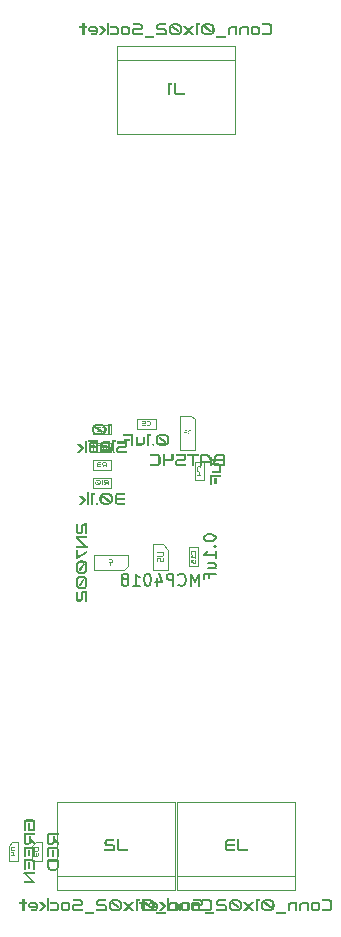
<source format=gbr>
%TF.GenerationSoftware,KiCad,Pcbnew,8.0.0*%
%TF.CreationDate,2024-05-28T22:42:53-04:00*%
%TF.ProjectId,MPPT Charge Controller,4d505054-2043-4686-9172-676520436f6e,0.2*%
%TF.SameCoordinates,Original*%
%TF.FileFunction,AssemblyDrawing,Bot*%
%FSLAX46Y46*%
G04 Gerber Fmt 4.6, Leading zero omitted, Abs format (unit mm)*
G04 Created by KiCad (PCBNEW 8.0.0) date 2024-05-28 22:42:53*
%MOMM*%
%LPD*%
G01*
G04 APERTURE LIST*
%ADD10C,0.150000*%
%ADD11C,0.060000*%
%ADD12C,0.075000*%
%ADD13C,0.050000*%
%ADD14C,0.100000*%
G04 APERTURE END LIST*
D10*
X112359819Y-105857143D02*
X112359819Y-105952381D01*
X112359819Y-105952381D02*
X112407438Y-106047619D01*
X112407438Y-106047619D02*
X112455057Y-106095238D01*
X112455057Y-106095238D02*
X112550295Y-106142857D01*
X112550295Y-106142857D02*
X112740771Y-106190476D01*
X112740771Y-106190476D02*
X112978866Y-106190476D01*
X112978866Y-106190476D02*
X113169342Y-106142857D01*
X113169342Y-106142857D02*
X113264580Y-106095238D01*
X113264580Y-106095238D02*
X113312200Y-106047619D01*
X113312200Y-106047619D02*
X113359819Y-105952381D01*
X113359819Y-105952381D02*
X113359819Y-105857143D01*
X113359819Y-105857143D02*
X113312200Y-105761905D01*
X113312200Y-105761905D02*
X113264580Y-105714286D01*
X113264580Y-105714286D02*
X113169342Y-105666667D01*
X113169342Y-105666667D02*
X112978866Y-105619048D01*
X112978866Y-105619048D02*
X112740771Y-105619048D01*
X112740771Y-105619048D02*
X112550295Y-105666667D01*
X112550295Y-105666667D02*
X112455057Y-105714286D01*
X112455057Y-105714286D02*
X112407438Y-105761905D01*
X112407438Y-105761905D02*
X112359819Y-105857143D01*
X113264580Y-106619048D02*
X113312200Y-106666667D01*
X113312200Y-106666667D02*
X113359819Y-106619048D01*
X113359819Y-106619048D02*
X113312200Y-106571429D01*
X113312200Y-106571429D02*
X113264580Y-106619048D01*
X113264580Y-106619048D02*
X113359819Y-106619048D01*
X113359819Y-107619047D02*
X113359819Y-107047619D01*
X113359819Y-107333333D02*
X112359819Y-107333333D01*
X112359819Y-107333333D02*
X112502676Y-107238095D01*
X112502676Y-107238095D02*
X112597914Y-107142857D01*
X112597914Y-107142857D02*
X112645533Y-107047619D01*
X112693152Y-108476190D02*
X113359819Y-108476190D01*
X112693152Y-108047619D02*
X113216961Y-108047619D01*
X113216961Y-108047619D02*
X113312200Y-108095238D01*
X113312200Y-108095238D02*
X113359819Y-108190476D01*
X113359819Y-108190476D02*
X113359819Y-108333333D01*
X113359819Y-108333333D02*
X113312200Y-108428571D01*
X113312200Y-108428571D02*
X113264580Y-108476190D01*
X112836009Y-109285714D02*
X112836009Y-108952381D01*
X113359819Y-108952381D02*
X112359819Y-108952381D01*
X112359819Y-108952381D02*
X112359819Y-109428571D01*
D11*
X111618832Y-107242857D02*
X111637880Y-107223809D01*
X111637880Y-107223809D02*
X111656927Y-107166667D01*
X111656927Y-107166667D02*
X111656927Y-107128571D01*
X111656927Y-107128571D02*
X111637880Y-107071428D01*
X111637880Y-107071428D02*
X111599784Y-107033333D01*
X111599784Y-107033333D02*
X111561689Y-107014286D01*
X111561689Y-107014286D02*
X111485499Y-106995238D01*
X111485499Y-106995238D02*
X111428356Y-106995238D01*
X111428356Y-106995238D02*
X111352165Y-107014286D01*
X111352165Y-107014286D02*
X111314070Y-107033333D01*
X111314070Y-107033333D02*
X111275975Y-107071428D01*
X111275975Y-107071428D02*
X111256927Y-107128571D01*
X111256927Y-107128571D02*
X111256927Y-107166667D01*
X111256927Y-107166667D02*
X111275975Y-107223809D01*
X111275975Y-107223809D02*
X111295022Y-107242857D01*
X111656927Y-107623809D02*
X111656927Y-107395238D01*
X111656927Y-107509524D02*
X111256927Y-107509524D01*
X111256927Y-107509524D02*
X111314070Y-107471428D01*
X111314070Y-107471428D02*
X111352165Y-107433333D01*
X111352165Y-107433333D02*
X111371213Y-107395238D01*
X111256927Y-107985714D02*
X111256927Y-107795238D01*
X111256927Y-107795238D02*
X111447403Y-107776190D01*
X111447403Y-107776190D02*
X111428356Y-107795238D01*
X111428356Y-107795238D02*
X111409308Y-107833333D01*
X111409308Y-107833333D02*
X111409308Y-107928571D01*
X111409308Y-107928571D02*
X111428356Y-107966666D01*
X111428356Y-107966666D02*
X111447403Y-107985714D01*
X111447403Y-107985714D02*
X111485499Y-108004761D01*
X111485499Y-108004761D02*
X111580737Y-108004761D01*
X111580737Y-108004761D02*
X111618832Y-107985714D01*
X111618832Y-107985714D02*
X111637880Y-107966666D01*
X111637880Y-107966666D02*
X111656927Y-107928571D01*
X111656927Y-107928571D02*
X111656927Y-107833333D01*
X111656927Y-107833333D02*
X111637880Y-107795238D01*
X111637880Y-107795238D02*
X111618832Y-107776190D01*
D10*
X111938094Y-109954819D02*
X111938094Y-108954819D01*
X111938094Y-108954819D02*
X111604761Y-109669104D01*
X111604761Y-109669104D02*
X111271428Y-108954819D01*
X111271428Y-108954819D02*
X111271428Y-109954819D01*
X110223809Y-109859580D02*
X110271428Y-109907200D01*
X110271428Y-109907200D02*
X110414285Y-109954819D01*
X110414285Y-109954819D02*
X110509523Y-109954819D01*
X110509523Y-109954819D02*
X110652380Y-109907200D01*
X110652380Y-109907200D02*
X110747618Y-109811961D01*
X110747618Y-109811961D02*
X110795237Y-109716723D01*
X110795237Y-109716723D02*
X110842856Y-109526247D01*
X110842856Y-109526247D02*
X110842856Y-109383390D01*
X110842856Y-109383390D02*
X110795237Y-109192914D01*
X110795237Y-109192914D02*
X110747618Y-109097676D01*
X110747618Y-109097676D02*
X110652380Y-109002438D01*
X110652380Y-109002438D02*
X110509523Y-108954819D01*
X110509523Y-108954819D02*
X110414285Y-108954819D01*
X110414285Y-108954819D02*
X110271428Y-109002438D01*
X110271428Y-109002438D02*
X110223809Y-109050057D01*
X109795237Y-109954819D02*
X109795237Y-108954819D01*
X109795237Y-108954819D02*
X109414285Y-108954819D01*
X109414285Y-108954819D02*
X109319047Y-109002438D01*
X109319047Y-109002438D02*
X109271428Y-109050057D01*
X109271428Y-109050057D02*
X109223809Y-109145295D01*
X109223809Y-109145295D02*
X109223809Y-109288152D01*
X109223809Y-109288152D02*
X109271428Y-109383390D01*
X109271428Y-109383390D02*
X109319047Y-109431009D01*
X109319047Y-109431009D02*
X109414285Y-109478628D01*
X109414285Y-109478628D02*
X109795237Y-109478628D01*
X108366666Y-109288152D02*
X108366666Y-109954819D01*
X108604761Y-108907200D02*
X108842856Y-109621485D01*
X108842856Y-109621485D02*
X108223809Y-109621485D01*
X107652380Y-108954819D02*
X107557142Y-108954819D01*
X107557142Y-108954819D02*
X107461904Y-109002438D01*
X107461904Y-109002438D02*
X107414285Y-109050057D01*
X107414285Y-109050057D02*
X107366666Y-109145295D01*
X107366666Y-109145295D02*
X107319047Y-109335771D01*
X107319047Y-109335771D02*
X107319047Y-109573866D01*
X107319047Y-109573866D02*
X107366666Y-109764342D01*
X107366666Y-109764342D02*
X107414285Y-109859580D01*
X107414285Y-109859580D02*
X107461904Y-109907200D01*
X107461904Y-109907200D02*
X107557142Y-109954819D01*
X107557142Y-109954819D02*
X107652380Y-109954819D01*
X107652380Y-109954819D02*
X107747618Y-109907200D01*
X107747618Y-109907200D02*
X107795237Y-109859580D01*
X107795237Y-109859580D02*
X107842856Y-109764342D01*
X107842856Y-109764342D02*
X107890475Y-109573866D01*
X107890475Y-109573866D02*
X107890475Y-109335771D01*
X107890475Y-109335771D02*
X107842856Y-109145295D01*
X107842856Y-109145295D02*
X107795237Y-109050057D01*
X107795237Y-109050057D02*
X107747618Y-109002438D01*
X107747618Y-109002438D02*
X107652380Y-108954819D01*
X106366666Y-109954819D02*
X106938094Y-109954819D01*
X106652380Y-109954819D02*
X106652380Y-108954819D01*
X106652380Y-108954819D02*
X106747618Y-109097676D01*
X106747618Y-109097676D02*
X106842856Y-109192914D01*
X106842856Y-109192914D02*
X106938094Y-109240533D01*
X105795237Y-109383390D02*
X105890475Y-109335771D01*
X105890475Y-109335771D02*
X105938094Y-109288152D01*
X105938094Y-109288152D02*
X105985713Y-109192914D01*
X105985713Y-109192914D02*
X105985713Y-109145295D01*
X105985713Y-109145295D02*
X105938094Y-109050057D01*
X105938094Y-109050057D02*
X105890475Y-109002438D01*
X105890475Y-109002438D02*
X105795237Y-108954819D01*
X105795237Y-108954819D02*
X105604761Y-108954819D01*
X105604761Y-108954819D02*
X105509523Y-109002438D01*
X105509523Y-109002438D02*
X105461904Y-109050057D01*
X105461904Y-109050057D02*
X105414285Y-109145295D01*
X105414285Y-109145295D02*
X105414285Y-109192914D01*
X105414285Y-109192914D02*
X105461904Y-109288152D01*
X105461904Y-109288152D02*
X105509523Y-109335771D01*
X105509523Y-109335771D02*
X105604761Y-109383390D01*
X105604761Y-109383390D02*
X105795237Y-109383390D01*
X105795237Y-109383390D02*
X105890475Y-109431009D01*
X105890475Y-109431009D02*
X105938094Y-109478628D01*
X105938094Y-109478628D02*
X105985713Y-109573866D01*
X105985713Y-109573866D02*
X105985713Y-109764342D01*
X105985713Y-109764342D02*
X105938094Y-109859580D01*
X105938094Y-109859580D02*
X105890475Y-109907200D01*
X105890475Y-109907200D02*
X105795237Y-109954819D01*
X105795237Y-109954819D02*
X105604761Y-109954819D01*
X105604761Y-109954819D02*
X105509523Y-109907200D01*
X105509523Y-109907200D02*
X105461904Y-109859580D01*
X105461904Y-109859580D02*
X105414285Y-109764342D01*
X105414285Y-109764342D02*
X105414285Y-109573866D01*
X105414285Y-109573866D02*
X105461904Y-109478628D01*
X105461904Y-109478628D02*
X105509523Y-109431009D01*
X105509523Y-109431009D02*
X105604761Y-109383390D01*
D12*
X108427409Y-107119047D02*
X108832171Y-107119047D01*
X108832171Y-107119047D02*
X108879790Y-107142857D01*
X108879790Y-107142857D02*
X108903600Y-107166666D01*
X108903600Y-107166666D02*
X108927409Y-107214285D01*
X108927409Y-107214285D02*
X108927409Y-107309523D01*
X108927409Y-107309523D02*
X108903600Y-107357142D01*
X108903600Y-107357142D02*
X108879790Y-107380952D01*
X108879790Y-107380952D02*
X108832171Y-107404761D01*
X108832171Y-107404761D02*
X108427409Y-107404761D01*
X108427409Y-107880952D02*
X108427409Y-107642857D01*
X108427409Y-107642857D02*
X108665504Y-107619048D01*
X108665504Y-107619048D02*
X108641695Y-107642857D01*
X108641695Y-107642857D02*
X108617885Y-107690476D01*
X108617885Y-107690476D02*
X108617885Y-107809524D01*
X108617885Y-107809524D02*
X108641695Y-107857143D01*
X108641695Y-107857143D02*
X108665504Y-107880952D01*
X108665504Y-107880952D02*
X108713123Y-107904762D01*
X108713123Y-107904762D02*
X108832171Y-107904762D01*
X108832171Y-107904762D02*
X108879790Y-107880952D01*
X108879790Y-107880952D02*
X108903600Y-107857143D01*
X108903600Y-107857143D02*
X108927409Y-107809524D01*
X108927409Y-107809524D02*
X108927409Y-107690476D01*
X108927409Y-107690476D02*
X108903600Y-107642857D01*
X108903600Y-107642857D02*
X108879790Y-107619048D01*
D10*
G36*
X122344758Y-137495000D02*
G01*
X122989071Y-137495000D01*
X123038759Y-137489848D01*
X123042316Y-137489138D01*
X123090017Y-137474725D01*
X123098736Y-137471064D01*
X123142370Y-137446146D01*
X123151981Y-137439068D01*
X123188093Y-137403469D01*
X123196922Y-137391685D01*
X123220972Y-137347117D01*
X123228185Y-137327205D01*
X123238260Y-137277478D01*
X123239908Y-137244162D01*
X123239908Y-136760561D01*
X123234756Y-136711088D01*
X123234047Y-136707561D01*
X123219634Y-136659860D01*
X123215973Y-136651140D01*
X123190894Y-136607507D01*
X123183733Y-136597896D01*
X123149294Y-136563091D01*
X123135861Y-136552955D01*
X123091419Y-136528806D01*
X123071625Y-136521692D01*
X123022319Y-136511617D01*
X122989071Y-136509968D01*
X122344758Y-136509968D01*
X122344758Y-136688510D01*
X122989071Y-136688510D01*
X123036598Y-136701724D01*
X123042804Y-136707072D01*
X123060836Y-136753207D01*
X123061123Y-136762027D01*
X123061123Y-137244162D01*
X123047734Y-137291322D01*
X123042316Y-137297651D01*
X122995391Y-137316293D01*
X122989071Y-137316458D01*
X122344758Y-137316458D01*
X122344758Y-137495000D01*
G37*
G36*
X122006512Y-136754678D02*
G01*
X122056308Y-136765690D01*
X122096075Y-136781529D01*
X122137640Y-136808433D01*
X122171957Y-136842749D01*
X122200167Y-136886102D01*
X122207414Y-136901498D01*
X122221172Y-136950065D01*
X122225324Y-137002362D01*
X122225324Y-137244162D01*
X122224709Y-137265314D01*
X122217364Y-137315397D01*
X122200167Y-137361399D01*
X122173899Y-137402185D01*
X122137640Y-137439068D01*
X122103680Y-137461962D01*
X122056308Y-137482055D01*
X122024296Y-137489943D01*
X121975219Y-137495000D01*
X121653063Y-137495000D01*
X121648272Y-137494948D01*
X121599085Y-137489138D01*
X121590179Y-137487151D01*
X121542909Y-137471064D01*
X121532554Y-137466144D01*
X121489664Y-137439068D01*
X121477254Y-137428779D01*
X121444968Y-137391685D01*
X121433648Y-137373424D01*
X121413949Y-137327205D01*
X121405935Y-137293158D01*
X121402225Y-137244162D01*
X121581011Y-137244162D01*
X121581168Y-137250611D01*
X121598841Y-137297896D01*
X121604866Y-137303243D01*
X121653063Y-137316458D01*
X121973753Y-137316458D01*
X121982458Y-137316168D01*
X122028220Y-137297896D01*
X122033497Y-137291689D01*
X122046538Y-137244162D01*
X122046538Y-137002362D01*
X122046377Y-136995961D01*
X122028220Y-136949361D01*
X122021996Y-136944084D01*
X121973753Y-136931043D01*
X121653063Y-136931043D01*
X121646616Y-136931199D01*
X121599573Y-136948872D01*
X121593265Y-136956237D01*
X121581011Y-137003827D01*
X121581011Y-137244162D01*
X121402225Y-137244162D01*
X121402225Y-137002362D01*
X121404442Y-136970753D01*
X121415659Y-136920785D01*
X121431794Y-136881018D01*
X121458645Y-136839452D01*
X121492839Y-136805075D01*
X121536315Y-136777170D01*
X121551852Y-136770063D01*
X121600685Y-136756573D01*
X121653063Y-136752501D01*
X121975219Y-136752501D01*
X122006512Y-136754678D01*
G37*
G36*
X120432581Y-137495000D02*
G01*
X120611367Y-137495000D01*
X120611367Y-137082718D01*
X120618099Y-137034312D01*
X120623335Y-137019947D01*
X120649790Y-136978699D01*
X120656063Y-136972320D01*
X120697577Y-136944564D01*
X120704423Y-136941789D01*
X120752572Y-136931421D01*
X120764507Y-136931043D01*
X121077138Y-136931043D01*
X121077138Y-137495000D01*
X121255680Y-137495000D01*
X121255680Y-136840917D01*
X121248841Y-136806479D01*
X121229546Y-136778147D01*
X121200725Y-136759340D01*
X121165554Y-136752501D01*
X120763042Y-136752501D01*
X120712697Y-136756413D01*
X120691967Y-136760073D01*
X120643236Y-136774007D01*
X120617961Y-136784497D01*
X120573292Y-136808883D01*
X120547864Y-136826995D01*
X120510884Y-136861410D01*
X120488757Y-136889521D01*
X120463031Y-136934370D01*
X120447724Y-136974274D01*
X120436855Y-137022066D01*
X120432714Y-137071513D01*
X120432581Y-137082718D01*
X120432581Y-137495000D01*
G37*
G36*
X119458541Y-137495000D02*
G01*
X119637326Y-137495000D01*
X119637326Y-137082718D01*
X119644058Y-137034312D01*
X119649294Y-137019947D01*
X119675750Y-136978699D01*
X119682023Y-136972320D01*
X119723537Y-136944564D01*
X119730383Y-136941789D01*
X119778531Y-136931421D01*
X119790467Y-136931043D01*
X120103098Y-136931043D01*
X120103098Y-137495000D01*
X120281639Y-137495000D01*
X120281639Y-136840917D01*
X120274800Y-136806479D01*
X120255505Y-136778147D01*
X120226684Y-136759340D01*
X120191513Y-136752501D01*
X119789001Y-136752501D01*
X119738657Y-136756413D01*
X119717927Y-136760073D01*
X119669195Y-136774007D01*
X119643921Y-136784497D01*
X119599251Y-136808883D01*
X119573823Y-136826995D01*
X119536843Y-136861410D01*
X119514716Y-136889521D01*
X119488991Y-136934370D01*
X119473684Y-136974274D01*
X119462814Y-137022066D01*
X119458674Y-137071513D01*
X119458541Y-137082718D01*
X119458541Y-137495000D01*
G37*
G36*
X118519671Y-137736800D02*
G01*
X119304912Y-137736800D01*
X119304912Y-137576821D01*
X118519671Y-137576821D01*
X118519671Y-137736800D01*
G37*
G36*
X117594235Y-136767644D02*
G01*
X118077836Y-137089801D01*
X118103481Y-137114958D01*
X118116182Y-137146465D01*
X118115693Y-137180903D01*
X118102016Y-137213387D01*
X118069776Y-137242941D01*
X118027766Y-137253199D01*
X118002365Y-137249780D01*
X117978185Y-137237323D01*
X117496049Y-136915167D01*
X117470404Y-136890254D01*
X117456971Y-136858503D01*
X117456971Y-136824309D01*
X117470648Y-136791580D01*
X117495805Y-136766912D01*
X117527312Y-136753722D01*
X117561751Y-136753722D01*
X117594235Y-136767644D01*
G37*
G36*
X117957520Y-136510087D02*
G01*
X118007299Y-136514261D01*
X118055790Y-136524398D01*
X118102993Y-136540498D01*
X118112237Y-136544409D01*
X118156425Y-136566797D01*
X118197226Y-136593907D01*
X118234640Y-136625739D01*
X118241664Y-136632630D01*
X118274093Y-136669577D01*
X118302037Y-136710674D01*
X118325498Y-136755921D01*
X118331565Y-136770205D01*
X118347479Y-136819740D01*
X118356762Y-136872233D01*
X118359448Y-136922006D01*
X118359448Y-137082718D01*
X118359207Y-137097758D01*
X118354579Y-137148775D01*
X118344061Y-137197267D01*
X118342088Y-137203983D01*
X118324196Y-137252344D01*
X118300830Y-137297163D01*
X118297308Y-137302866D01*
X118268282Y-137343331D01*
X118234640Y-137379717D01*
X118229788Y-137384224D01*
X118191638Y-137415351D01*
X118150376Y-137441755D01*
X118144644Y-137444914D01*
X118100194Y-137465694D01*
X118053167Y-137481322D01*
X118046715Y-137482978D01*
X117997653Y-137491994D01*
X117947410Y-137495000D01*
X117625254Y-137495000D01*
X117618547Y-137494946D01*
X117568851Y-137491139D01*
X117520229Y-137481322D01*
X117513810Y-137479536D01*
X117467128Y-137463221D01*
X117423021Y-137441755D01*
X117417311Y-137438507D01*
X117376370Y-137411473D01*
X117338757Y-137379717D01*
X117333974Y-137375101D01*
X117300719Y-137338171D01*
X117272079Y-137297163D01*
X117268617Y-137291392D01*
X117245820Y-137246101D01*
X117228603Y-137197267D01*
X117224940Y-137183670D01*
X117215964Y-137134456D01*
X117212972Y-137082718D01*
X117392979Y-137082718D01*
X117396628Y-137128803D01*
X117409587Y-137176751D01*
X117425181Y-137209544D01*
X117456238Y-137250512D01*
X117485169Y-137274916D01*
X117529511Y-137298872D01*
X117574818Y-137312062D01*
X117625254Y-137316458D01*
X117947410Y-137316458D01*
X117986887Y-137313827D01*
X118035582Y-137300826D01*
X118070684Y-137283629D01*
X118110320Y-137253688D01*
X118136052Y-137224376D01*
X118161855Y-137179682D01*
X118176144Y-137133825D01*
X118180906Y-137082718D01*
X118180906Y-136922006D01*
X118176613Y-136874060D01*
X118161367Y-136825041D01*
X118141792Y-136789311D01*
X118109343Y-136750792D01*
X118078882Y-136726669D01*
X118034361Y-136703897D01*
X117996921Y-136693018D01*
X117947410Y-136688510D01*
X117625254Y-136688510D01*
X117585704Y-136691188D01*
X117537326Y-136704385D01*
X117502531Y-136721509D01*
X117463565Y-136751769D01*
X117436360Y-136783410D01*
X117412274Y-136826018D01*
X117397803Y-136871631D01*
X117392979Y-136922006D01*
X117392979Y-137082718D01*
X117212972Y-137082718D01*
X117212972Y-136922006D01*
X117213216Y-136907023D01*
X117217918Y-136856146D01*
X117228603Y-136807700D01*
X117230576Y-136800984D01*
X117248537Y-136752624D01*
X117272079Y-136707805D01*
X117275631Y-136702073D01*
X117304886Y-136661515D01*
X117338757Y-136625251D01*
X117343580Y-136620744D01*
X117381637Y-136589617D01*
X117423021Y-136563213D01*
X117428753Y-136560025D01*
X117473203Y-136539152D01*
X117520229Y-136523646D01*
X117526650Y-136521989D01*
X117575415Y-136512973D01*
X117625254Y-136509968D01*
X117947410Y-136509968D01*
X117957520Y-136510087D01*
G37*
G36*
X116764542Y-137495000D02*
G01*
X116943816Y-137495000D01*
X116943816Y-136688510D01*
X117105261Y-136688510D01*
X117105261Y-136509968D01*
X116764542Y-136509968D01*
X116764542Y-137495000D01*
G37*
G36*
X115725533Y-136752501D02*
G01*
X116046468Y-137102745D01*
X115684989Y-137495000D01*
X115930941Y-137495000D01*
X116168589Y-137236102D01*
X116406482Y-137495000D01*
X116652923Y-137495000D01*
X116292421Y-137101280D01*
X116611890Y-136752501D01*
X116367159Y-136752501D01*
X116170055Y-136967435D01*
X115971486Y-136752501D01*
X115725533Y-136752501D01*
G37*
G36*
X114841130Y-136767644D02*
G01*
X115324730Y-137089801D01*
X115350376Y-137114958D01*
X115363077Y-137146465D01*
X115362588Y-137180903D01*
X115348910Y-137213387D01*
X115316670Y-137242941D01*
X115274661Y-137253199D01*
X115249259Y-137249780D01*
X115225079Y-137237323D01*
X114742944Y-136915167D01*
X114717298Y-136890254D01*
X114703865Y-136858503D01*
X114703865Y-136824309D01*
X114717543Y-136791580D01*
X114742700Y-136766912D01*
X114774207Y-136753722D01*
X114808645Y-136753722D01*
X114841130Y-136767644D01*
G37*
G36*
X115204415Y-136510087D02*
G01*
X115254194Y-136514261D01*
X115302685Y-136524398D01*
X115349887Y-136540498D01*
X115359131Y-136544409D01*
X115403319Y-136566797D01*
X115444120Y-136593907D01*
X115481534Y-136625739D01*
X115488558Y-136632630D01*
X115520987Y-136669577D01*
X115548932Y-136710674D01*
X115572393Y-136755921D01*
X115578460Y-136770205D01*
X115594374Y-136819740D01*
X115603657Y-136872233D01*
X115606342Y-136922006D01*
X115606342Y-137082718D01*
X115606102Y-137097758D01*
X115601474Y-137148775D01*
X115590955Y-137197267D01*
X115588983Y-137203983D01*
X115571091Y-137252344D01*
X115547724Y-137297163D01*
X115544203Y-137302866D01*
X115515176Y-137343331D01*
X115481534Y-137379717D01*
X115476683Y-137384224D01*
X115438533Y-137415351D01*
X115397271Y-137441755D01*
X115391539Y-137444914D01*
X115347088Y-137465694D01*
X115300062Y-137481322D01*
X115293610Y-137482978D01*
X115244547Y-137491994D01*
X115194305Y-137495000D01*
X114872148Y-137495000D01*
X114865441Y-137494946D01*
X114815746Y-137491139D01*
X114767124Y-137481322D01*
X114760705Y-137479536D01*
X114714022Y-137463221D01*
X114669915Y-137441755D01*
X114664205Y-137438507D01*
X114623265Y-137411473D01*
X114585652Y-137379717D01*
X114580869Y-137375101D01*
X114547613Y-137338171D01*
X114518973Y-137297163D01*
X114515512Y-137291392D01*
X114492714Y-137246101D01*
X114475498Y-137197267D01*
X114471834Y-137183670D01*
X114462859Y-137134456D01*
X114459867Y-137082718D01*
X114639874Y-137082718D01*
X114643523Y-137128803D01*
X114656482Y-137176751D01*
X114672076Y-137209544D01*
X114703132Y-137250512D01*
X114732064Y-137274916D01*
X114776405Y-137298872D01*
X114821712Y-137312062D01*
X114872148Y-137316458D01*
X115194305Y-137316458D01*
X115233781Y-137313827D01*
X115282476Y-137300826D01*
X115317579Y-137283629D01*
X115357215Y-137253688D01*
X115382947Y-137224376D01*
X115408750Y-137179682D01*
X115423038Y-137133825D01*
X115427801Y-137082718D01*
X115427801Y-136922006D01*
X115423508Y-136874060D01*
X115408262Y-136825041D01*
X115388687Y-136789311D01*
X115356238Y-136750792D01*
X115325777Y-136726669D01*
X115281255Y-136703897D01*
X115243815Y-136693018D01*
X115194305Y-136688510D01*
X114872148Y-136688510D01*
X114832598Y-136691188D01*
X114784221Y-136704385D01*
X114749426Y-136721509D01*
X114710460Y-136751769D01*
X114683254Y-136783410D01*
X114659169Y-136826018D01*
X114644697Y-136871631D01*
X114639874Y-136922006D01*
X114639874Y-137082718D01*
X114459867Y-137082718D01*
X114459867Y-136922006D01*
X114460111Y-136907023D01*
X114464812Y-136856146D01*
X114475498Y-136807700D01*
X114477471Y-136800984D01*
X114495432Y-136752624D01*
X114518973Y-136707805D01*
X114522525Y-136702073D01*
X114551781Y-136661515D01*
X114585652Y-136625251D01*
X114590474Y-136620744D01*
X114628531Y-136589617D01*
X114669915Y-136563213D01*
X114675647Y-136560025D01*
X114720098Y-136539152D01*
X114767124Y-136523646D01*
X114773545Y-136521989D01*
X114822310Y-136512973D01*
X114872148Y-136509968D01*
X115194305Y-136509968D01*
X115204415Y-136510087D01*
G37*
G36*
X113411820Y-137495000D02*
G01*
X114316496Y-137495000D01*
X114316496Y-137164539D01*
X114311344Y-137114336D01*
X114310634Y-137110806D01*
X114296221Y-137062931D01*
X114292560Y-137054141D01*
X114267643Y-137010036D01*
X114260564Y-137000408D01*
X114224882Y-136964296D01*
X114213181Y-136955467D01*
X114168740Y-136931417D01*
X114148945Y-136924204D01*
X114099639Y-136914129D01*
X114066391Y-136912480D01*
X113663879Y-136912480D01*
X113615856Y-136899613D01*
X113609901Y-136894406D01*
X113592471Y-136847364D01*
X113592316Y-136840917D01*
X113592316Y-136762027D01*
X113605183Y-136713308D01*
X113610390Y-136707072D01*
X113656146Y-136688673D01*
X113662414Y-136688510D01*
X114236140Y-136688510D01*
X114236140Y-136509968D01*
X113662414Y-136509968D01*
X113611856Y-136514101D01*
X113580837Y-136521692D01*
X113534838Y-136541401D01*
X113516601Y-136552955D01*
X113479369Y-136585561D01*
X113468973Y-136597896D01*
X113442152Y-136639076D01*
X113436245Y-136651140D01*
X113419681Y-136698648D01*
X113417682Y-136707561D01*
X113411843Y-136757463D01*
X113411820Y-136760561D01*
X113411820Y-136840917D01*
X113415358Y-136890033D01*
X113428428Y-136939521D01*
X113436977Y-136958154D01*
X113465126Y-137001385D01*
X113499748Y-137035823D01*
X113541435Y-137062864D01*
X113581081Y-137079054D01*
X113630845Y-137090270D01*
X113662414Y-137092487D01*
X114066391Y-137092487D01*
X114101562Y-137098593D01*
X114121834Y-137115202D01*
X114132337Y-137138649D01*
X114137954Y-137164539D01*
X114137954Y-137316458D01*
X113411820Y-137316458D01*
X113411820Y-137495000D01*
G37*
G36*
X112464402Y-137736800D02*
G01*
X113249643Y-137736800D01*
X113249643Y-137576821D01*
X112464402Y-137576821D01*
X112464402Y-137736800D01*
G37*
G36*
X111332337Y-137205083D02*
G01*
X111335695Y-137255397D01*
X111345770Y-137300338D01*
X111364532Y-137346984D01*
X111380941Y-137374832D01*
X111413053Y-137413045D01*
X111432476Y-137429787D01*
X111474151Y-137457094D01*
X111493781Y-137466912D01*
X111539704Y-137483715D01*
X111558017Y-137488161D01*
X111606538Y-137494672D01*
X111619322Y-137495000D01*
X112308331Y-137495000D01*
X112308331Y-137316458D01*
X111619322Y-137316458D01*
X111571115Y-137307910D01*
X111539455Y-137286172D01*
X111515595Y-137242974D01*
X111510878Y-137205083D01*
X111518450Y-137159898D01*
X111540188Y-137123995D01*
X111574382Y-137100792D01*
X111619322Y-137092487D01*
X112030139Y-137092487D01*
X112081015Y-137087619D01*
X112123684Y-137077100D01*
X112169068Y-137058367D01*
X112211339Y-137031476D01*
X112216740Y-137027274D01*
X112253874Y-136990320D01*
X112282819Y-136947403D01*
X112288303Y-136937149D01*
X112306647Y-136887832D01*
X112315280Y-136835081D01*
X112316636Y-136801106D01*
X112313288Y-136748834D01*
X112301999Y-136698590D01*
X112288303Y-136665551D01*
X112262707Y-136623930D01*
X112229822Y-136586770D01*
X112216740Y-136575425D01*
X112174884Y-136547150D01*
X112129915Y-136527354D01*
X112123684Y-136525355D01*
X112075140Y-136513815D01*
X112030139Y-136509968D01*
X111422218Y-136509968D01*
X111422218Y-136688510D01*
X112030139Y-136688510D01*
X112080259Y-136698324D01*
X112109518Y-136719528D01*
X112133378Y-136763134D01*
X112138094Y-136801106D01*
X112130029Y-136849796D01*
X112109518Y-136882683D01*
X112065115Y-136908290D01*
X112030139Y-136912480D01*
X111619322Y-136912480D01*
X111618101Y-136912480D01*
X111569010Y-136918024D01*
X111557040Y-136920540D01*
X111508726Y-136935699D01*
X111492804Y-136942766D01*
X111450311Y-136967282D01*
X111431988Y-136980868D01*
X111396786Y-137014999D01*
X111380697Y-137036067D01*
X111356540Y-137080184D01*
X111345526Y-137110317D01*
X111334861Y-137160978D01*
X111332337Y-137205083D01*
G37*
G36*
X111005814Y-136754678D02*
G01*
X111055610Y-136765690D01*
X111095377Y-136781529D01*
X111136943Y-136808433D01*
X111171259Y-136842749D01*
X111199469Y-136886102D01*
X111206716Y-136901498D01*
X111220474Y-136950065D01*
X111224626Y-137002362D01*
X111224626Y-137244162D01*
X111224012Y-137265314D01*
X111216666Y-137315397D01*
X111199469Y-137361399D01*
X111173201Y-137402185D01*
X111136943Y-137439068D01*
X111102982Y-137461962D01*
X111055610Y-137482055D01*
X111023599Y-137489943D01*
X110974521Y-137495000D01*
X110652365Y-137495000D01*
X110647574Y-137494948D01*
X110598387Y-137489138D01*
X110589481Y-137487151D01*
X110542211Y-137471064D01*
X110531856Y-137466144D01*
X110488966Y-137439068D01*
X110476556Y-137428779D01*
X110444270Y-137391685D01*
X110432950Y-137373424D01*
X110413251Y-137327205D01*
X110405237Y-137293158D01*
X110401527Y-137244162D01*
X110580313Y-137244162D01*
X110580470Y-137250611D01*
X110598143Y-137297896D01*
X110604168Y-137303243D01*
X110652365Y-137316458D01*
X110973056Y-137316458D01*
X110981761Y-137316168D01*
X111027522Y-137297896D01*
X111032799Y-137291689D01*
X111045840Y-137244162D01*
X111045840Y-137002362D01*
X111045679Y-136995961D01*
X111027522Y-136949361D01*
X111021298Y-136944084D01*
X110973056Y-136931043D01*
X110652365Y-136931043D01*
X110645918Y-136931199D01*
X110598876Y-136948872D01*
X110592567Y-136956237D01*
X110580313Y-137003827D01*
X110580313Y-137244162D01*
X110401527Y-137244162D01*
X110401527Y-137002362D01*
X110403744Y-136970753D01*
X110414961Y-136920785D01*
X110431097Y-136881018D01*
X110457947Y-136839452D01*
X110492141Y-136805075D01*
X110535617Y-136777170D01*
X110551154Y-136770063D01*
X110599987Y-136756573D01*
X110652365Y-136752501D01*
X110974521Y-136752501D01*
X111005814Y-136754678D01*
G37*
G36*
X109535686Y-137495000D02*
G01*
X110020020Y-137495000D01*
X110069098Y-137489943D01*
X110101109Y-137482055D01*
X110148481Y-137461962D01*
X110182442Y-137439068D01*
X110218700Y-137402185D01*
X110244968Y-137361399D01*
X110262165Y-137315397D01*
X110269511Y-137265314D01*
X110270125Y-137244162D01*
X110270125Y-137002362D01*
X110264973Y-136952373D01*
X110264263Y-136948872D01*
X110249850Y-136901648D01*
X110246189Y-136892941D01*
X110221271Y-136849307D01*
X110214193Y-136839696D01*
X110178511Y-136803733D01*
X110166810Y-136795000D01*
X110122369Y-136771300D01*
X110102574Y-136764225D01*
X110053153Y-136754150D01*
X110020020Y-136752501D01*
X109535686Y-136752501D01*
X109535686Y-136931043D01*
X110020020Y-136931043D01*
X110068426Y-136944694D01*
X110073265Y-136948872D01*
X110091057Y-136994847D01*
X110091339Y-137003827D01*
X110091339Y-137244162D01*
X110078298Y-137291689D01*
X110073021Y-137297896D01*
X110027260Y-137316168D01*
X110018555Y-137316458D01*
X109535686Y-137316458D01*
X109535686Y-137495000D01*
G37*
G36*
X108519880Y-137495000D02*
G01*
X108777557Y-137495000D01*
X109137326Y-137147442D01*
X109163192Y-137105432D01*
X109165659Y-137078810D01*
X109155645Y-137042662D01*
X109131953Y-137014085D01*
X108805645Y-136751036D01*
X108519880Y-136751036D01*
X108940222Y-137089801D01*
X108519880Y-137495000D01*
G37*
G36*
X109210844Y-137495000D02*
G01*
X109389629Y-137495000D01*
X109389629Y-136438405D01*
X109210844Y-136438405D01*
X109210844Y-137495000D01*
G37*
G36*
X107649643Y-136998454D02*
G01*
X107655323Y-137049489D01*
X107662832Y-137078321D01*
X107682573Y-137124749D01*
X107705086Y-137158189D01*
X107741069Y-137193737D01*
X107781290Y-137219494D01*
X107829762Y-137237200D01*
X107879064Y-137243777D01*
X107895596Y-137244162D01*
X108217752Y-137244162D01*
X108217752Y-137074658D01*
X107895596Y-137074658D01*
X107847423Y-137059985D01*
X107839420Y-137052431D01*
X107819881Y-137007036D01*
X107819392Y-136996988D01*
X107834065Y-136949994D01*
X107841618Y-136942034D01*
X107887807Y-136922319D01*
X107895596Y-136922006D01*
X108217752Y-136922006D01*
X108266086Y-136936840D01*
X108274172Y-136944476D01*
X108293473Y-136989633D01*
X108293956Y-136999675D01*
X108293956Y-137249047D01*
X108279283Y-137296674D01*
X108271730Y-137304734D01*
X108226334Y-137324035D01*
X108216287Y-137324518D01*
X107895596Y-137324518D01*
X107895596Y-137495000D01*
X108217752Y-137495000D01*
X108266448Y-137489943D01*
X108297864Y-137482055D01*
X108344094Y-137462194D01*
X108377487Y-137439801D01*
X108413104Y-137403697D01*
X108439036Y-137363597D01*
X108456743Y-137314950D01*
X108463319Y-137265583D01*
X108463705Y-137249047D01*
X108463705Y-136998454D01*
X108458648Y-136949758D01*
X108450760Y-136918342D01*
X108430899Y-136871991D01*
X108408506Y-136838719D01*
X108372333Y-136802980D01*
X108332058Y-136777170D01*
X108283464Y-136759463D01*
X108234231Y-136752887D01*
X108217752Y-136752501D01*
X107895596Y-136752501D01*
X107846900Y-136757653D01*
X107815484Y-136765690D01*
X107769133Y-136785431D01*
X107735861Y-136807944D01*
X107700122Y-136843927D01*
X107674312Y-136884148D01*
X107656605Y-136932620D01*
X107650029Y-136981922D01*
X107649643Y-136998454D01*
G37*
G36*
X106858785Y-136931043D02*
G01*
X107170683Y-136931043D01*
X107170683Y-137495000D01*
X107351423Y-137495000D01*
X107351423Y-136931043D01*
X107583453Y-136931043D01*
X107583453Y-136752501D01*
X107351423Y-136752501D01*
X107351423Y-136509968D01*
X107170683Y-136509968D01*
X107170683Y-136752501D01*
X106858785Y-136752501D01*
X106858785Y-136931043D01*
G37*
G36*
X115164752Y-132164162D02*
G01*
X115168830Y-132212874D01*
X115182172Y-132261165D01*
X115183314Y-132264057D01*
X115207241Y-132309398D01*
X115235338Y-132343681D01*
X115274284Y-132375166D01*
X115314717Y-132396193D01*
X115362710Y-132410298D01*
X115411475Y-132414981D01*
X115414856Y-132415000D01*
X116069427Y-132415000D01*
X116069427Y-132236458D01*
X115414856Y-132236458D01*
X115366928Y-132221012D01*
X115363321Y-132217651D01*
X115344922Y-132170484D01*
X115344759Y-132164162D01*
X115344759Y-131429968D01*
X115164752Y-131429968D01*
X115164752Y-132164162D01*
G37*
G36*
X114153586Y-132164162D02*
G01*
X114157124Y-132213163D01*
X114170194Y-132262691D01*
X114178743Y-132281399D01*
X114206831Y-132324630D01*
X114241269Y-132359068D01*
X114282835Y-132386041D01*
X114322602Y-132402055D01*
X114372570Y-132412863D01*
X114404179Y-132415000D01*
X114977173Y-132415000D01*
X114977173Y-132236458D01*
X114404179Y-132236458D01*
X114356330Y-132223243D01*
X114350446Y-132217896D01*
X114333015Y-132170611D01*
X114332860Y-132164162D01*
X114332860Y-132012487D01*
X114977173Y-132012487D01*
X114977173Y-131832480D01*
X114332860Y-131832480D01*
X114332860Y-131682027D01*
X114344631Y-131634427D01*
X114387464Y-131609658D01*
X114404179Y-131608510D01*
X114977173Y-131608510D01*
X114977173Y-131429968D01*
X114404179Y-131429968D01*
X114353010Y-131434101D01*
X114321869Y-131441692D01*
X114275871Y-131461401D01*
X114257634Y-131472955D01*
X114220402Y-131505561D01*
X114210006Y-131517896D01*
X114183483Y-131559076D01*
X114177766Y-131571140D01*
X114161441Y-131618648D01*
X114159448Y-131627561D01*
X114153609Y-131677463D01*
X114153586Y-131680561D01*
X114153586Y-132164162D01*
G37*
G36*
X112184758Y-137495000D02*
G01*
X112829071Y-137495000D01*
X112878759Y-137489848D01*
X112882316Y-137489138D01*
X112930017Y-137474725D01*
X112938736Y-137471064D01*
X112982370Y-137446146D01*
X112991981Y-137439068D01*
X113028093Y-137403469D01*
X113036922Y-137391685D01*
X113060972Y-137347117D01*
X113068185Y-137327205D01*
X113078260Y-137277478D01*
X113079908Y-137244162D01*
X113079908Y-136760561D01*
X113074756Y-136711088D01*
X113074047Y-136707561D01*
X113059634Y-136659860D01*
X113055973Y-136651140D01*
X113030894Y-136607507D01*
X113023733Y-136597896D01*
X112989294Y-136563091D01*
X112975861Y-136552955D01*
X112931419Y-136528806D01*
X112911625Y-136521692D01*
X112862319Y-136511617D01*
X112829071Y-136509968D01*
X112184758Y-136509968D01*
X112184758Y-136688510D01*
X112829071Y-136688510D01*
X112876598Y-136701724D01*
X112882804Y-136707072D01*
X112900836Y-136753207D01*
X112901123Y-136762027D01*
X112901123Y-137244162D01*
X112887734Y-137291322D01*
X112882316Y-137297651D01*
X112835391Y-137316293D01*
X112829071Y-137316458D01*
X112184758Y-137316458D01*
X112184758Y-137495000D01*
G37*
G36*
X111846512Y-136754678D02*
G01*
X111896308Y-136765690D01*
X111936075Y-136781529D01*
X111977640Y-136808433D01*
X112011957Y-136842749D01*
X112040167Y-136886102D01*
X112047414Y-136901498D01*
X112061172Y-136950065D01*
X112065324Y-137002362D01*
X112065324Y-137244162D01*
X112064709Y-137265314D01*
X112057364Y-137315397D01*
X112040167Y-137361399D01*
X112013899Y-137402185D01*
X111977640Y-137439068D01*
X111943680Y-137461962D01*
X111896308Y-137482055D01*
X111864296Y-137489943D01*
X111815219Y-137495000D01*
X111493063Y-137495000D01*
X111488272Y-137494948D01*
X111439085Y-137489138D01*
X111430179Y-137487151D01*
X111382909Y-137471064D01*
X111372554Y-137466144D01*
X111329664Y-137439068D01*
X111317254Y-137428779D01*
X111284968Y-137391685D01*
X111273648Y-137373424D01*
X111253949Y-137327205D01*
X111245935Y-137293158D01*
X111242225Y-137244162D01*
X111421011Y-137244162D01*
X111421168Y-137250611D01*
X111438841Y-137297896D01*
X111444866Y-137303243D01*
X111493063Y-137316458D01*
X111813753Y-137316458D01*
X111822458Y-137316168D01*
X111868220Y-137297896D01*
X111873497Y-137291689D01*
X111886538Y-137244162D01*
X111886538Y-137002362D01*
X111886377Y-136995961D01*
X111868220Y-136949361D01*
X111861996Y-136944084D01*
X111813753Y-136931043D01*
X111493063Y-136931043D01*
X111486616Y-136931199D01*
X111439573Y-136948872D01*
X111433265Y-136956237D01*
X111421011Y-137003827D01*
X111421011Y-137244162D01*
X111242225Y-137244162D01*
X111242225Y-137002362D01*
X111244442Y-136970753D01*
X111255659Y-136920785D01*
X111271794Y-136881018D01*
X111298645Y-136839452D01*
X111332839Y-136805075D01*
X111376315Y-136777170D01*
X111391852Y-136770063D01*
X111440685Y-136756573D01*
X111493063Y-136752501D01*
X111815219Y-136752501D01*
X111846512Y-136754678D01*
G37*
G36*
X110272581Y-137495000D02*
G01*
X110451367Y-137495000D01*
X110451367Y-137082718D01*
X110458099Y-137034312D01*
X110463335Y-137019947D01*
X110489790Y-136978699D01*
X110496063Y-136972320D01*
X110537577Y-136944564D01*
X110544423Y-136941789D01*
X110592572Y-136931421D01*
X110604507Y-136931043D01*
X110917138Y-136931043D01*
X110917138Y-137495000D01*
X111095680Y-137495000D01*
X111095680Y-136840917D01*
X111088841Y-136806479D01*
X111069546Y-136778147D01*
X111040725Y-136759340D01*
X111005554Y-136752501D01*
X110603042Y-136752501D01*
X110552697Y-136756413D01*
X110531967Y-136760073D01*
X110483236Y-136774007D01*
X110457961Y-136784497D01*
X110413292Y-136808883D01*
X110387864Y-136826995D01*
X110350884Y-136861410D01*
X110328757Y-136889521D01*
X110303031Y-136934370D01*
X110287724Y-136974274D01*
X110276855Y-137022066D01*
X110272714Y-137071513D01*
X110272581Y-137082718D01*
X110272581Y-137495000D01*
G37*
G36*
X109298541Y-137495000D02*
G01*
X109477326Y-137495000D01*
X109477326Y-137082718D01*
X109484058Y-137034312D01*
X109489294Y-137019947D01*
X109515750Y-136978699D01*
X109522023Y-136972320D01*
X109563537Y-136944564D01*
X109570383Y-136941789D01*
X109618531Y-136931421D01*
X109630467Y-136931043D01*
X109943098Y-136931043D01*
X109943098Y-137495000D01*
X110121639Y-137495000D01*
X110121639Y-136840917D01*
X110114800Y-136806479D01*
X110095505Y-136778147D01*
X110066684Y-136759340D01*
X110031513Y-136752501D01*
X109629001Y-136752501D01*
X109578657Y-136756413D01*
X109557927Y-136760073D01*
X109509195Y-136774007D01*
X109483921Y-136784497D01*
X109439251Y-136808883D01*
X109413823Y-136826995D01*
X109376843Y-136861410D01*
X109354716Y-136889521D01*
X109328991Y-136934370D01*
X109313684Y-136974274D01*
X109302814Y-137022066D01*
X109298674Y-137071513D01*
X109298541Y-137082718D01*
X109298541Y-137495000D01*
G37*
G36*
X108359671Y-137736800D02*
G01*
X109144912Y-137736800D01*
X109144912Y-137576821D01*
X108359671Y-137576821D01*
X108359671Y-137736800D01*
G37*
G36*
X107434235Y-136767644D02*
G01*
X107917836Y-137089801D01*
X107943481Y-137114958D01*
X107956182Y-137146465D01*
X107955693Y-137180903D01*
X107942016Y-137213387D01*
X107909776Y-137242941D01*
X107867766Y-137253199D01*
X107842365Y-137249780D01*
X107818185Y-137237323D01*
X107336049Y-136915167D01*
X107310404Y-136890254D01*
X107296971Y-136858503D01*
X107296971Y-136824309D01*
X107310648Y-136791580D01*
X107335805Y-136766912D01*
X107367312Y-136753722D01*
X107401751Y-136753722D01*
X107434235Y-136767644D01*
G37*
G36*
X107797520Y-136510087D02*
G01*
X107847299Y-136514261D01*
X107895790Y-136524398D01*
X107942993Y-136540498D01*
X107952237Y-136544409D01*
X107996425Y-136566797D01*
X108037226Y-136593907D01*
X108074640Y-136625739D01*
X108081664Y-136632630D01*
X108114093Y-136669577D01*
X108142037Y-136710674D01*
X108165498Y-136755921D01*
X108171565Y-136770205D01*
X108187479Y-136819740D01*
X108196762Y-136872233D01*
X108199448Y-136922006D01*
X108199448Y-137082718D01*
X108199207Y-137097758D01*
X108194579Y-137148775D01*
X108184061Y-137197267D01*
X108182088Y-137203983D01*
X108164196Y-137252344D01*
X108140830Y-137297163D01*
X108137308Y-137302866D01*
X108108282Y-137343331D01*
X108074640Y-137379717D01*
X108069788Y-137384224D01*
X108031638Y-137415351D01*
X107990376Y-137441755D01*
X107984644Y-137444914D01*
X107940194Y-137465694D01*
X107893167Y-137481322D01*
X107886715Y-137482978D01*
X107837653Y-137491994D01*
X107787410Y-137495000D01*
X107465254Y-137495000D01*
X107458547Y-137494946D01*
X107408851Y-137491139D01*
X107360229Y-137481322D01*
X107353810Y-137479536D01*
X107307128Y-137463221D01*
X107263021Y-137441755D01*
X107257311Y-137438507D01*
X107216370Y-137411473D01*
X107178757Y-137379717D01*
X107173974Y-137375101D01*
X107140719Y-137338171D01*
X107112079Y-137297163D01*
X107108617Y-137291392D01*
X107085820Y-137246101D01*
X107068603Y-137197267D01*
X107064940Y-137183670D01*
X107055964Y-137134456D01*
X107052972Y-137082718D01*
X107232979Y-137082718D01*
X107236628Y-137128803D01*
X107249587Y-137176751D01*
X107265181Y-137209544D01*
X107296238Y-137250512D01*
X107325169Y-137274916D01*
X107369511Y-137298872D01*
X107414818Y-137312062D01*
X107465254Y-137316458D01*
X107787410Y-137316458D01*
X107826887Y-137313827D01*
X107875582Y-137300826D01*
X107910684Y-137283629D01*
X107950320Y-137253688D01*
X107976052Y-137224376D01*
X108001855Y-137179682D01*
X108016144Y-137133825D01*
X108020906Y-137082718D01*
X108020906Y-136922006D01*
X108016613Y-136874060D01*
X108001367Y-136825041D01*
X107981792Y-136789311D01*
X107949343Y-136750792D01*
X107918882Y-136726669D01*
X107874361Y-136703897D01*
X107836921Y-136693018D01*
X107787410Y-136688510D01*
X107465254Y-136688510D01*
X107425704Y-136691188D01*
X107377326Y-136704385D01*
X107342531Y-136721509D01*
X107303565Y-136751769D01*
X107276360Y-136783410D01*
X107252274Y-136826018D01*
X107237803Y-136871631D01*
X107232979Y-136922006D01*
X107232979Y-137082718D01*
X107052972Y-137082718D01*
X107052972Y-136922006D01*
X107053216Y-136907023D01*
X107057918Y-136856146D01*
X107068603Y-136807700D01*
X107070576Y-136800984D01*
X107088537Y-136752624D01*
X107112079Y-136707805D01*
X107115631Y-136702073D01*
X107144886Y-136661515D01*
X107178757Y-136625251D01*
X107183580Y-136620744D01*
X107221637Y-136589617D01*
X107263021Y-136563213D01*
X107268753Y-136560025D01*
X107313203Y-136539152D01*
X107360229Y-136523646D01*
X107366650Y-136521989D01*
X107415415Y-136512973D01*
X107465254Y-136509968D01*
X107787410Y-136509968D01*
X107797520Y-136510087D01*
G37*
G36*
X106604542Y-137495000D02*
G01*
X106783816Y-137495000D01*
X106783816Y-136688510D01*
X106945261Y-136688510D01*
X106945261Y-136509968D01*
X106604542Y-136509968D01*
X106604542Y-137495000D01*
G37*
G36*
X105565533Y-136752501D02*
G01*
X105886468Y-137102745D01*
X105524989Y-137495000D01*
X105770941Y-137495000D01*
X106008589Y-137236102D01*
X106246482Y-137495000D01*
X106492923Y-137495000D01*
X106132421Y-137101280D01*
X106451890Y-136752501D01*
X106207159Y-136752501D01*
X106010055Y-136967435D01*
X105811486Y-136752501D01*
X105565533Y-136752501D01*
G37*
G36*
X104681130Y-136767644D02*
G01*
X105164730Y-137089801D01*
X105190376Y-137114958D01*
X105203077Y-137146465D01*
X105202588Y-137180903D01*
X105188910Y-137213387D01*
X105156670Y-137242941D01*
X105114661Y-137253199D01*
X105089259Y-137249780D01*
X105065079Y-137237323D01*
X104582944Y-136915167D01*
X104557298Y-136890254D01*
X104543865Y-136858503D01*
X104543865Y-136824309D01*
X104557543Y-136791580D01*
X104582700Y-136766912D01*
X104614207Y-136753722D01*
X104648645Y-136753722D01*
X104681130Y-136767644D01*
G37*
G36*
X105044415Y-136510087D02*
G01*
X105094194Y-136514261D01*
X105142685Y-136524398D01*
X105189887Y-136540498D01*
X105199131Y-136544409D01*
X105243319Y-136566797D01*
X105284120Y-136593907D01*
X105321534Y-136625739D01*
X105328558Y-136632630D01*
X105360987Y-136669577D01*
X105388932Y-136710674D01*
X105412393Y-136755921D01*
X105418460Y-136770205D01*
X105434374Y-136819740D01*
X105443657Y-136872233D01*
X105446342Y-136922006D01*
X105446342Y-137082718D01*
X105446102Y-137097758D01*
X105441474Y-137148775D01*
X105430955Y-137197267D01*
X105428983Y-137203983D01*
X105411091Y-137252344D01*
X105387724Y-137297163D01*
X105384203Y-137302866D01*
X105355176Y-137343331D01*
X105321534Y-137379717D01*
X105316683Y-137384224D01*
X105278533Y-137415351D01*
X105237271Y-137441755D01*
X105231539Y-137444914D01*
X105187088Y-137465694D01*
X105140062Y-137481322D01*
X105133610Y-137482978D01*
X105084547Y-137491994D01*
X105034305Y-137495000D01*
X104712148Y-137495000D01*
X104705441Y-137494946D01*
X104655746Y-137491139D01*
X104607124Y-137481322D01*
X104600705Y-137479536D01*
X104554022Y-137463221D01*
X104509915Y-137441755D01*
X104504205Y-137438507D01*
X104463265Y-137411473D01*
X104425652Y-137379717D01*
X104420869Y-137375101D01*
X104387613Y-137338171D01*
X104358973Y-137297163D01*
X104355512Y-137291392D01*
X104332714Y-137246101D01*
X104315498Y-137197267D01*
X104311834Y-137183670D01*
X104302859Y-137134456D01*
X104299867Y-137082718D01*
X104479874Y-137082718D01*
X104483523Y-137128803D01*
X104496482Y-137176751D01*
X104512076Y-137209544D01*
X104543132Y-137250512D01*
X104572064Y-137274916D01*
X104616405Y-137298872D01*
X104661712Y-137312062D01*
X104712148Y-137316458D01*
X105034305Y-137316458D01*
X105073781Y-137313827D01*
X105122476Y-137300826D01*
X105157579Y-137283629D01*
X105197215Y-137253688D01*
X105222947Y-137224376D01*
X105248750Y-137179682D01*
X105263038Y-137133825D01*
X105267801Y-137082718D01*
X105267801Y-136922006D01*
X105263508Y-136874060D01*
X105248262Y-136825041D01*
X105228687Y-136789311D01*
X105196238Y-136750792D01*
X105165777Y-136726669D01*
X105121255Y-136703897D01*
X105083815Y-136693018D01*
X105034305Y-136688510D01*
X104712148Y-136688510D01*
X104672598Y-136691188D01*
X104624221Y-136704385D01*
X104589426Y-136721509D01*
X104550460Y-136751769D01*
X104523254Y-136783410D01*
X104499169Y-136826018D01*
X104484697Y-136871631D01*
X104479874Y-136922006D01*
X104479874Y-137082718D01*
X104299867Y-137082718D01*
X104299867Y-136922006D01*
X104300111Y-136907023D01*
X104304812Y-136856146D01*
X104315498Y-136807700D01*
X104317471Y-136800984D01*
X104335432Y-136752624D01*
X104358973Y-136707805D01*
X104362525Y-136702073D01*
X104391781Y-136661515D01*
X104425652Y-136625251D01*
X104430474Y-136620744D01*
X104468531Y-136589617D01*
X104509915Y-136563213D01*
X104515647Y-136560025D01*
X104560098Y-136539152D01*
X104607124Y-136523646D01*
X104613545Y-136521989D01*
X104662310Y-136512973D01*
X104712148Y-136509968D01*
X105034305Y-136509968D01*
X105044415Y-136510087D01*
G37*
G36*
X103251820Y-137495000D02*
G01*
X104156496Y-137495000D01*
X104156496Y-137164539D01*
X104151344Y-137114336D01*
X104150634Y-137110806D01*
X104136221Y-137062931D01*
X104132560Y-137054141D01*
X104107643Y-137010036D01*
X104100564Y-137000408D01*
X104064882Y-136964296D01*
X104053181Y-136955467D01*
X104008740Y-136931417D01*
X103988945Y-136924204D01*
X103939639Y-136914129D01*
X103906391Y-136912480D01*
X103503879Y-136912480D01*
X103455856Y-136899613D01*
X103449901Y-136894406D01*
X103432471Y-136847364D01*
X103432316Y-136840917D01*
X103432316Y-136762027D01*
X103445183Y-136713308D01*
X103450390Y-136707072D01*
X103496146Y-136688673D01*
X103502414Y-136688510D01*
X104076140Y-136688510D01*
X104076140Y-136509968D01*
X103502414Y-136509968D01*
X103451856Y-136514101D01*
X103420837Y-136521692D01*
X103374838Y-136541401D01*
X103356601Y-136552955D01*
X103319369Y-136585561D01*
X103308973Y-136597896D01*
X103282152Y-136639076D01*
X103276245Y-136651140D01*
X103259681Y-136698648D01*
X103257682Y-136707561D01*
X103251843Y-136757463D01*
X103251820Y-136760561D01*
X103251820Y-136840917D01*
X103255358Y-136890033D01*
X103268428Y-136939521D01*
X103276977Y-136958154D01*
X103305126Y-137001385D01*
X103339748Y-137035823D01*
X103381435Y-137062864D01*
X103421081Y-137079054D01*
X103470845Y-137090270D01*
X103502414Y-137092487D01*
X103906391Y-137092487D01*
X103941562Y-137098593D01*
X103961834Y-137115202D01*
X103972337Y-137138649D01*
X103977954Y-137164539D01*
X103977954Y-137316458D01*
X103251820Y-137316458D01*
X103251820Y-137495000D01*
G37*
G36*
X102304402Y-137736800D02*
G01*
X103089643Y-137736800D01*
X103089643Y-137576821D01*
X102304402Y-137576821D01*
X102304402Y-137736800D01*
G37*
G36*
X101172337Y-137205083D02*
G01*
X101175695Y-137255397D01*
X101185770Y-137300338D01*
X101204532Y-137346984D01*
X101220941Y-137374832D01*
X101253053Y-137413045D01*
X101272476Y-137429787D01*
X101314151Y-137457094D01*
X101333781Y-137466912D01*
X101379704Y-137483715D01*
X101398017Y-137488161D01*
X101446538Y-137494672D01*
X101459322Y-137495000D01*
X102148331Y-137495000D01*
X102148331Y-137316458D01*
X101459322Y-137316458D01*
X101411115Y-137307910D01*
X101379455Y-137286172D01*
X101355595Y-137242974D01*
X101350878Y-137205083D01*
X101358450Y-137159898D01*
X101380188Y-137123995D01*
X101414382Y-137100792D01*
X101459322Y-137092487D01*
X101870139Y-137092487D01*
X101921015Y-137087619D01*
X101963684Y-137077100D01*
X102009068Y-137058367D01*
X102051339Y-137031476D01*
X102056740Y-137027274D01*
X102093874Y-136990320D01*
X102122819Y-136947403D01*
X102128303Y-136937149D01*
X102146647Y-136887832D01*
X102155280Y-136835081D01*
X102156636Y-136801106D01*
X102153288Y-136748834D01*
X102141999Y-136698590D01*
X102128303Y-136665551D01*
X102102707Y-136623930D01*
X102069822Y-136586770D01*
X102056740Y-136575425D01*
X102014884Y-136547150D01*
X101969915Y-136527354D01*
X101963684Y-136525355D01*
X101915140Y-136513815D01*
X101870139Y-136509968D01*
X101262218Y-136509968D01*
X101262218Y-136688510D01*
X101870139Y-136688510D01*
X101920259Y-136698324D01*
X101949518Y-136719528D01*
X101973378Y-136763134D01*
X101978094Y-136801106D01*
X101970029Y-136849796D01*
X101949518Y-136882683D01*
X101905115Y-136908290D01*
X101870139Y-136912480D01*
X101459322Y-136912480D01*
X101458101Y-136912480D01*
X101409010Y-136918024D01*
X101397040Y-136920540D01*
X101348726Y-136935699D01*
X101332804Y-136942766D01*
X101290311Y-136967282D01*
X101271988Y-136980868D01*
X101236786Y-137014999D01*
X101220697Y-137036067D01*
X101196540Y-137080184D01*
X101185526Y-137110317D01*
X101174861Y-137160978D01*
X101172337Y-137205083D01*
G37*
G36*
X100845814Y-136754678D02*
G01*
X100895610Y-136765690D01*
X100935377Y-136781529D01*
X100976943Y-136808433D01*
X101011259Y-136842749D01*
X101039469Y-136886102D01*
X101046716Y-136901498D01*
X101060474Y-136950065D01*
X101064626Y-137002362D01*
X101064626Y-137244162D01*
X101064012Y-137265314D01*
X101056666Y-137315397D01*
X101039469Y-137361399D01*
X101013201Y-137402185D01*
X100976943Y-137439068D01*
X100942982Y-137461962D01*
X100895610Y-137482055D01*
X100863599Y-137489943D01*
X100814521Y-137495000D01*
X100492365Y-137495000D01*
X100487574Y-137494948D01*
X100438387Y-137489138D01*
X100429481Y-137487151D01*
X100382211Y-137471064D01*
X100371856Y-137466144D01*
X100328966Y-137439068D01*
X100316556Y-137428779D01*
X100284270Y-137391685D01*
X100272950Y-137373424D01*
X100253251Y-137327205D01*
X100245237Y-137293158D01*
X100241527Y-137244162D01*
X100420313Y-137244162D01*
X100420470Y-137250611D01*
X100438143Y-137297896D01*
X100444168Y-137303243D01*
X100492365Y-137316458D01*
X100813056Y-137316458D01*
X100821761Y-137316168D01*
X100867522Y-137297896D01*
X100872799Y-137291689D01*
X100885840Y-137244162D01*
X100885840Y-137002362D01*
X100885679Y-136995961D01*
X100867522Y-136949361D01*
X100861298Y-136944084D01*
X100813056Y-136931043D01*
X100492365Y-136931043D01*
X100485918Y-136931199D01*
X100438876Y-136948872D01*
X100432567Y-136956237D01*
X100420313Y-137003827D01*
X100420313Y-137244162D01*
X100241527Y-137244162D01*
X100241527Y-137002362D01*
X100243744Y-136970753D01*
X100254961Y-136920785D01*
X100271097Y-136881018D01*
X100297947Y-136839452D01*
X100332141Y-136805075D01*
X100375617Y-136777170D01*
X100391154Y-136770063D01*
X100439987Y-136756573D01*
X100492365Y-136752501D01*
X100814521Y-136752501D01*
X100845814Y-136754678D01*
G37*
G36*
X99375686Y-137495000D02*
G01*
X99860020Y-137495000D01*
X99909098Y-137489943D01*
X99941109Y-137482055D01*
X99988481Y-137461962D01*
X100022442Y-137439068D01*
X100058700Y-137402185D01*
X100084968Y-137361399D01*
X100102165Y-137315397D01*
X100109511Y-137265314D01*
X100110125Y-137244162D01*
X100110125Y-137002362D01*
X100104973Y-136952373D01*
X100104263Y-136948872D01*
X100089850Y-136901648D01*
X100086189Y-136892941D01*
X100061271Y-136849307D01*
X100054193Y-136839696D01*
X100018511Y-136803733D01*
X100006810Y-136795000D01*
X99962369Y-136771300D01*
X99942574Y-136764225D01*
X99893153Y-136754150D01*
X99860020Y-136752501D01*
X99375686Y-136752501D01*
X99375686Y-136931043D01*
X99860020Y-136931043D01*
X99908426Y-136944694D01*
X99913265Y-136948872D01*
X99931057Y-136994847D01*
X99931339Y-137003827D01*
X99931339Y-137244162D01*
X99918298Y-137291689D01*
X99913021Y-137297896D01*
X99867260Y-137316168D01*
X99858555Y-137316458D01*
X99375686Y-137316458D01*
X99375686Y-137495000D01*
G37*
G36*
X98359880Y-137495000D02*
G01*
X98617557Y-137495000D01*
X98977326Y-137147442D01*
X99003192Y-137105432D01*
X99005659Y-137078810D01*
X98995645Y-137042662D01*
X98971953Y-137014085D01*
X98645645Y-136751036D01*
X98359880Y-136751036D01*
X98780222Y-137089801D01*
X98359880Y-137495000D01*
G37*
G36*
X99050844Y-137495000D02*
G01*
X99229629Y-137495000D01*
X99229629Y-136438405D01*
X99050844Y-136438405D01*
X99050844Y-137495000D01*
G37*
G36*
X97489643Y-136998454D02*
G01*
X97495323Y-137049489D01*
X97502832Y-137078321D01*
X97522573Y-137124749D01*
X97545086Y-137158189D01*
X97581069Y-137193737D01*
X97621290Y-137219494D01*
X97669762Y-137237200D01*
X97719064Y-137243777D01*
X97735596Y-137244162D01*
X98057752Y-137244162D01*
X98057752Y-137074658D01*
X97735596Y-137074658D01*
X97687423Y-137059985D01*
X97679420Y-137052431D01*
X97659881Y-137007036D01*
X97659392Y-136996988D01*
X97674065Y-136949994D01*
X97681618Y-136942034D01*
X97727807Y-136922319D01*
X97735596Y-136922006D01*
X98057752Y-136922006D01*
X98106086Y-136936840D01*
X98114172Y-136944476D01*
X98133473Y-136989633D01*
X98133956Y-136999675D01*
X98133956Y-137249047D01*
X98119283Y-137296674D01*
X98111730Y-137304734D01*
X98066334Y-137324035D01*
X98056287Y-137324518D01*
X97735596Y-137324518D01*
X97735596Y-137495000D01*
X98057752Y-137495000D01*
X98106448Y-137489943D01*
X98137864Y-137482055D01*
X98184094Y-137462194D01*
X98217487Y-137439801D01*
X98253104Y-137403697D01*
X98279036Y-137363597D01*
X98296743Y-137314950D01*
X98303319Y-137265583D01*
X98303705Y-137249047D01*
X98303705Y-136998454D01*
X98298648Y-136949758D01*
X98290760Y-136918342D01*
X98270899Y-136871991D01*
X98248506Y-136838719D01*
X98212333Y-136802980D01*
X98172058Y-136777170D01*
X98123464Y-136759463D01*
X98074231Y-136752887D01*
X98057752Y-136752501D01*
X97735596Y-136752501D01*
X97686900Y-136757653D01*
X97655484Y-136765690D01*
X97609133Y-136785431D01*
X97575861Y-136807944D01*
X97540122Y-136843927D01*
X97514312Y-136884148D01*
X97496605Y-136932620D01*
X97490029Y-136981922D01*
X97489643Y-136998454D01*
G37*
G36*
X96698785Y-136931043D02*
G01*
X97010683Y-136931043D01*
X97010683Y-137495000D01*
X97191423Y-137495000D01*
X97191423Y-136931043D01*
X97423453Y-136931043D01*
X97423453Y-136752501D01*
X97191423Y-136752501D01*
X97191423Y-136509968D01*
X97010683Y-136509968D01*
X97010683Y-136752501D01*
X96698785Y-136752501D01*
X96698785Y-136931043D01*
G37*
G36*
X105028199Y-132164162D02*
G01*
X105032277Y-132212874D01*
X105045619Y-132261165D01*
X105046761Y-132264057D01*
X105070688Y-132309398D01*
X105098785Y-132343681D01*
X105137731Y-132375166D01*
X105178164Y-132396193D01*
X105226157Y-132410298D01*
X105274922Y-132414981D01*
X105278303Y-132415000D01*
X105932874Y-132415000D01*
X105932874Y-132236458D01*
X105278303Y-132236458D01*
X105230375Y-132221012D01*
X105226768Y-132217651D01*
X105208369Y-132170484D01*
X105208206Y-132164162D01*
X105208206Y-131429968D01*
X105028199Y-131429968D01*
X105028199Y-132164162D01*
G37*
G36*
X103955240Y-132415000D02*
G01*
X104859915Y-132415000D01*
X104859915Y-132084539D01*
X104854763Y-132034336D01*
X104854053Y-132030806D01*
X104839641Y-131982931D01*
X104835979Y-131974141D01*
X104811062Y-131930036D01*
X104803984Y-131920408D01*
X104768301Y-131884296D01*
X104756601Y-131875467D01*
X104712159Y-131851417D01*
X104692365Y-131844204D01*
X104643058Y-131834129D01*
X104609811Y-131832480D01*
X104207298Y-131832480D01*
X104159275Y-131819613D01*
X104153321Y-131814406D01*
X104135890Y-131767364D01*
X104135735Y-131760917D01*
X104135735Y-131682027D01*
X104148602Y-131633308D01*
X104153809Y-131627072D01*
X104199565Y-131608673D01*
X104205833Y-131608510D01*
X104779559Y-131608510D01*
X104779559Y-131429968D01*
X104205833Y-131429968D01*
X104155276Y-131434101D01*
X104124256Y-131441692D01*
X104078257Y-131461401D01*
X104060020Y-131472955D01*
X104022788Y-131505561D01*
X104012393Y-131517896D01*
X103985571Y-131559076D01*
X103979664Y-131571140D01*
X103963100Y-131618648D01*
X103961102Y-131627561D01*
X103955263Y-131677463D01*
X103955240Y-131680561D01*
X103955240Y-131760917D01*
X103958777Y-131810033D01*
X103971847Y-131859521D01*
X103980397Y-131878154D01*
X104008546Y-131921385D01*
X104043167Y-131955823D01*
X104084855Y-131982864D01*
X104124500Y-131999054D01*
X104174264Y-132010270D01*
X104205833Y-132012487D01*
X104609811Y-132012487D01*
X104644982Y-132018593D01*
X104665254Y-132035202D01*
X104675756Y-132058649D01*
X104681374Y-132084539D01*
X104681374Y-132236458D01*
X103955240Y-132236458D01*
X103955240Y-132415000D01*
G37*
G36*
X117264758Y-63335000D02*
G01*
X117909071Y-63335000D01*
X117958759Y-63329848D01*
X117962316Y-63329138D01*
X118010017Y-63314725D01*
X118018736Y-63311064D01*
X118062370Y-63286146D01*
X118071981Y-63279068D01*
X118108093Y-63243469D01*
X118116922Y-63231685D01*
X118140972Y-63187117D01*
X118148185Y-63167205D01*
X118158260Y-63117478D01*
X118159908Y-63084162D01*
X118159908Y-62600561D01*
X118154756Y-62551088D01*
X118154047Y-62547561D01*
X118139634Y-62499860D01*
X118135973Y-62491140D01*
X118110894Y-62447507D01*
X118103733Y-62437896D01*
X118069294Y-62403091D01*
X118055861Y-62392955D01*
X118011419Y-62368806D01*
X117991625Y-62361692D01*
X117942319Y-62351617D01*
X117909071Y-62349968D01*
X117264758Y-62349968D01*
X117264758Y-62528510D01*
X117909071Y-62528510D01*
X117956598Y-62541724D01*
X117962804Y-62547072D01*
X117980836Y-62593207D01*
X117981123Y-62602027D01*
X117981123Y-63084162D01*
X117967734Y-63131322D01*
X117962316Y-63137651D01*
X117915391Y-63156293D01*
X117909071Y-63156458D01*
X117264758Y-63156458D01*
X117264758Y-63335000D01*
G37*
G36*
X116926512Y-62594678D02*
G01*
X116976308Y-62605690D01*
X117016075Y-62621529D01*
X117057640Y-62648433D01*
X117091957Y-62682749D01*
X117120167Y-62726102D01*
X117127414Y-62741498D01*
X117141172Y-62790065D01*
X117145324Y-62842362D01*
X117145324Y-63084162D01*
X117144709Y-63105314D01*
X117137364Y-63155397D01*
X117120167Y-63201399D01*
X117093899Y-63242185D01*
X117057640Y-63279068D01*
X117023680Y-63301962D01*
X116976308Y-63322055D01*
X116944296Y-63329943D01*
X116895219Y-63335000D01*
X116573063Y-63335000D01*
X116568272Y-63334948D01*
X116519085Y-63329138D01*
X116510179Y-63327151D01*
X116462909Y-63311064D01*
X116452554Y-63306144D01*
X116409664Y-63279068D01*
X116397254Y-63268779D01*
X116364968Y-63231685D01*
X116353648Y-63213424D01*
X116333949Y-63167205D01*
X116325935Y-63133158D01*
X116322225Y-63084162D01*
X116501011Y-63084162D01*
X116501168Y-63090611D01*
X116518841Y-63137896D01*
X116524866Y-63143243D01*
X116573063Y-63156458D01*
X116893753Y-63156458D01*
X116902458Y-63156168D01*
X116948220Y-63137896D01*
X116953497Y-63131689D01*
X116966538Y-63084162D01*
X116966538Y-62842362D01*
X116966377Y-62835961D01*
X116948220Y-62789361D01*
X116941996Y-62784084D01*
X116893753Y-62771043D01*
X116573063Y-62771043D01*
X116566616Y-62771199D01*
X116519573Y-62788872D01*
X116513265Y-62796237D01*
X116501011Y-62843827D01*
X116501011Y-63084162D01*
X116322225Y-63084162D01*
X116322225Y-62842362D01*
X116324442Y-62810753D01*
X116335659Y-62760785D01*
X116351794Y-62721018D01*
X116378645Y-62679452D01*
X116412839Y-62645075D01*
X116456315Y-62617170D01*
X116471852Y-62610063D01*
X116520685Y-62596573D01*
X116573063Y-62592501D01*
X116895219Y-62592501D01*
X116926512Y-62594678D01*
G37*
G36*
X115352581Y-63335000D02*
G01*
X115531367Y-63335000D01*
X115531367Y-62922718D01*
X115538099Y-62874312D01*
X115543335Y-62859947D01*
X115569790Y-62818699D01*
X115576063Y-62812320D01*
X115617577Y-62784564D01*
X115624423Y-62781789D01*
X115672572Y-62771421D01*
X115684507Y-62771043D01*
X115997138Y-62771043D01*
X115997138Y-63335000D01*
X116175680Y-63335000D01*
X116175680Y-62680917D01*
X116168841Y-62646479D01*
X116149546Y-62618147D01*
X116120725Y-62599340D01*
X116085554Y-62592501D01*
X115683042Y-62592501D01*
X115632697Y-62596413D01*
X115611967Y-62600073D01*
X115563236Y-62614007D01*
X115537961Y-62624497D01*
X115493292Y-62648883D01*
X115467864Y-62666995D01*
X115430884Y-62701410D01*
X115408757Y-62729521D01*
X115383031Y-62774370D01*
X115367724Y-62814274D01*
X115356855Y-62862066D01*
X115352714Y-62911513D01*
X115352581Y-62922718D01*
X115352581Y-63335000D01*
G37*
G36*
X114378541Y-63335000D02*
G01*
X114557326Y-63335000D01*
X114557326Y-62922718D01*
X114564058Y-62874312D01*
X114569294Y-62859947D01*
X114595750Y-62818699D01*
X114602023Y-62812320D01*
X114643537Y-62784564D01*
X114650383Y-62781789D01*
X114698531Y-62771421D01*
X114710467Y-62771043D01*
X115023098Y-62771043D01*
X115023098Y-63335000D01*
X115201639Y-63335000D01*
X115201639Y-62680917D01*
X115194800Y-62646479D01*
X115175505Y-62618147D01*
X115146684Y-62599340D01*
X115111513Y-62592501D01*
X114709001Y-62592501D01*
X114658657Y-62596413D01*
X114637927Y-62600073D01*
X114589195Y-62614007D01*
X114563921Y-62624497D01*
X114519251Y-62648883D01*
X114493823Y-62666995D01*
X114456843Y-62701410D01*
X114434716Y-62729521D01*
X114408991Y-62774370D01*
X114393684Y-62814274D01*
X114382814Y-62862066D01*
X114378674Y-62911513D01*
X114378541Y-62922718D01*
X114378541Y-63335000D01*
G37*
G36*
X113439671Y-63576800D02*
G01*
X114224912Y-63576800D01*
X114224912Y-63416821D01*
X113439671Y-63416821D01*
X113439671Y-63576800D01*
G37*
G36*
X112514235Y-62607644D02*
G01*
X112997836Y-62929801D01*
X113023481Y-62954958D01*
X113036182Y-62986465D01*
X113035693Y-63020903D01*
X113022016Y-63053387D01*
X112989776Y-63082941D01*
X112947766Y-63093199D01*
X112922365Y-63089780D01*
X112898185Y-63077323D01*
X112416049Y-62755167D01*
X112390404Y-62730254D01*
X112376971Y-62698503D01*
X112376971Y-62664309D01*
X112390648Y-62631580D01*
X112415805Y-62606912D01*
X112447312Y-62593722D01*
X112481751Y-62593722D01*
X112514235Y-62607644D01*
G37*
G36*
X112877520Y-62350087D02*
G01*
X112927299Y-62354261D01*
X112975790Y-62364398D01*
X113022993Y-62380498D01*
X113032237Y-62384409D01*
X113076425Y-62406797D01*
X113117226Y-62433907D01*
X113154640Y-62465739D01*
X113161664Y-62472630D01*
X113194093Y-62509577D01*
X113222037Y-62550674D01*
X113245498Y-62595921D01*
X113251565Y-62610205D01*
X113267479Y-62659740D01*
X113276762Y-62712233D01*
X113279448Y-62762006D01*
X113279448Y-62922718D01*
X113279207Y-62937758D01*
X113274579Y-62988775D01*
X113264061Y-63037267D01*
X113262088Y-63043983D01*
X113244196Y-63092344D01*
X113220830Y-63137163D01*
X113217308Y-63142866D01*
X113188282Y-63183331D01*
X113154640Y-63219717D01*
X113149788Y-63224224D01*
X113111638Y-63255351D01*
X113070376Y-63281755D01*
X113064644Y-63284914D01*
X113020194Y-63305694D01*
X112973167Y-63321322D01*
X112966715Y-63322978D01*
X112917653Y-63331994D01*
X112867410Y-63335000D01*
X112545254Y-63335000D01*
X112538547Y-63334946D01*
X112488851Y-63331139D01*
X112440229Y-63321322D01*
X112433810Y-63319536D01*
X112387128Y-63303221D01*
X112343021Y-63281755D01*
X112337311Y-63278507D01*
X112296370Y-63251473D01*
X112258757Y-63219717D01*
X112253974Y-63215101D01*
X112220719Y-63178171D01*
X112192079Y-63137163D01*
X112188617Y-63131392D01*
X112165820Y-63086101D01*
X112148603Y-63037267D01*
X112144940Y-63023670D01*
X112135964Y-62974456D01*
X112132972Y-62922718D01*
X112312979Y-62922718D01*
X112316628Y-62968803D01*
X112329587Y-63016751D01*
X112345181Y-63049544D01*
X112376238Y-63090512D01*
X112405169Y-63114916D01*
X112449511Y-63138872D01*
X112494818Y-63152062D01*
X112545254Y-63156458D01*
X112867410Y-63156458D01*
X112906887Y-63153827D01*
X112955582Y-63140826D01*
X112990684Y-63123629D01*
X113030320Y-63093688D01*
X113056052Y-63064376D01*
X113081855Y-63019682D01*
X113096144Y-62973825D01*
X113100906Y-62922718D01*
X113100906Y-62762006D01*
X113096613Y-62714060D01*
X113081367Y-62665041D01*
X113061792Y-62629311D01*
X113029343Y-62590792D01*
X112998882Y-62566669D01*
X112954361Y-62543897D01*
X112916921Y-62533018D01*
X112867410Y-62528510D01*
X112545254Y-62528510D01*
X112505704Y-62531188D01*
X112457326Y-62544385D01*
X112422531Y-62561509D01*
X112383565Y-62591769D01*
X112356360Y-62623410D01*
X112332274Y-62666018D01*
X112317803Y-62711631D01*
X112312979Y-62762006D01*
X112312979Y-62922718D01*
X112132972Y-62922718D01*
X112132972Y-62762006D01*
X112133216Y-62747023D01*
X112137918Y-62696146D01*
X112148603Y-62647700D01*
X112150576Y-62640984D01*
X112168537Y-62592624D01*
X112192079Y-62547805D01*
X112195631Y-62542073D01*
X112224886Y-62501515D01*
X112258757Y-62465251D01*
X112263580Y-62460744D01*
X112301637Y-62429617D01*
X112343021Y-62403213D01*
X112348753Y-62400025D01*
X112393203Y-62379152D01*
X112440229Y-62363646D01*
X112446650Y-62361989D01*
X112495415Y-62352973D01*
X112545254Y-62349968D01*
X112867410Y-62349968D01*
X112877520Y-62350087D01*
G37*
G36*
X111684542Y-63335000D02*
G01*
X111863816Y-63335000D01*
X111863816Y-62528510D01*
X112025261Y-62528510D01*
X112025261Y-62349968D01*
X111684542Y-62349968D01*
X111684542Y-63335000D01*
G37*
G36*
X110645533Y-62592501D02*
G01*
X110966468Y-62942745D01*
X110604989Y-63335000D01*
X110850941Y-63335000D01*
X111088589Y-63076102D01*
X111326482Y-63335000D01*
X111572923Y-63335000D01*
X111212421Y-62941280D01*
X111531890Y-62592501D01*
X111287159Y-62592501D01*
X111090055Y-62807435D01*
X110891486Y-62592501D01*
X110645533Y-62592501D01*
G37*
G36*
X109761130Y-62607644D02*
G01*
X110244730Y-62929801D01*
X110270376Y-62954958D01*
X110283077Y-62986465D01*
X110282588Y-63020903D01*
X110268910Y-63053387D01*
X110236670Y-63082941D01*
X110194661Y-63093199D01*
X110169259Y-63089780D01*
X110145079Y-63077323D01*
X109662944Y-62755167D01*
X109637298Y-62730254D01*
X109623865Y-62698503D01*
X109623865Y-62664309D01*
X109637543Y-62631580D01*
X109662700Y-62606912D01*
X109694207Y-62593722D01*
X109728645Y-62593722D01*
X109761130Y-62607644D01*
G37*
G36*
X110124415Y-62350087D02*
G01*
X110174194Y-62354261D01*
X110222685Y-62364398D01*
X110269887Y-62380498D01*
X110279131Y-62384409D01*
X110323319Y-62406797D01*
X110364120Y-62433907D01*
X110401534Y-62465739D01*
X110408558Y-62472630D01*
X110440987Y-62509577D01*
X110468932Y-62550674D01*
X110492393Y-62595921D01*
X110498460Y-62610205D01*
X110514374Y-62659740D01*
X110523657Y-62712233D01*
X110526342Y-62762006D01*
X110526342Y-62922718D01*
X110526102Y-62937758D01*
X110521474Y-62988775D01*
X110510955Y-63037267D01*
X110508983Y-63043983D01*
X110491091Y-63092344D01*
X110467724Y-63137163D01*
X110464203Y-63142866D01*
X110435176Y-63183331D01*
X110401534Y-63219717D01*
X110396683Y-63224224D01*
X110358533Y-63255351D01*
X110317271Y-63281755D01*
X110311539Y-63284914D01*
X110267088Y-63305694D01*
X110220062Y-63321322D01*
X110213610Y-63322978D01*
X110164547Y-63331994D01*
X110114305Y-63335000D01*
X109792148Y-63335000D01*
X109785441Y-63334946D01*
X109735746Y-63331139D01*
X109687124Y-63321322D01*
X109680705Y-63319536D01*
X109634022Y-63303221D01*
X109589915Y-63281755D01*
X109584205Y-63278507D01*
X109543265Y-63251473D01*
X109505652Y-63219717D01*
X109500869Y-63215101D01*
X109467613Y-63178171D01*
X109438973Y-63137163D01*
X109435512Y-63131392D01*
X109412714Y-63086101D01*
X109395498Y-63037267D01*
X109391834Y-63023670D01*
X109382859Y-62974456D01*
X109379867Y-62922718D01*
X109559874Y-62922718D01*
X109563523Y-62968803D01*
X109576482Y-63016751D01*
X109592076Y-63049544D01*
X109623132Y-63090512D01*
X109652064Y-63114916D01*
X109696405Y-63138872D01*
X109741712Y-63152062D01*
X109792148Y-63156458D01*
X110114305Y-63156458D01*
X110153781Y-63153827D01*
X110202476Y-63140826D01*
X110237579Y-63123629D01*
X110277215Y-63093688D01*
X110302947Y-63064376D01*
X110328750Y-63019682D01*
X110343038Y-62973825D01*
X110347801Y-62922718D01*
X110347801Y-62762006D01*
X110343508Y-62714060D01*
X110328262Y-62665041D01*
X110308687Y-62629311D01*
X110276238Y-62590792D01*
X110245777Y-62566669D01*
X110201255Y-62543897D01*
X110163815Y-62533018D01*
X110114305Y-62528510D01*
X109792148Y-62528510D01*
X109752598Y-62531188D01*
X109704221Y-62544385D01*
X109669426Y-62561509D01*
X109630460Y-62591769D01*
X109603254Y-62623410D01*
X109579169Y-62666018D01*
X109564697Y-62711631D01*
X109559874Y-62762006D01*
X109559874Y-62922718D01*
X109379867Y-62922718D01*
X109379867Y-62762006D01*
X109380111Y-62747023D01*
X109384812Y-62696146D01*
X109395498Y-62647700D01*
X109397471Y-62640984D01*
X109415432Y-62592624D01*
X109438973Y-62547805D01*
X109442525Y-62542073D01*
X109471781Y-62501515D01*
X109505652Y-62465251D01*
X109510474Y-62460744D01*
X109548531Y-62429617D01*
X109589915Y-62403213D01*
X109595647Y-62400025D01*
X109640098Y-62379152D01*
X109687124Y-62363646D01*
X109693545Y-62361989D01*
X109742310Y-62352973D01*
X109792148Y-62349968D01*
X110114305Y-62349968D01*
X110124415Y-62350087D01*
G37*
G36*
X108331820Y-63335000D02*
G01*
X109236496Y-63335000D01*
X109236496Y-63004539D01*
X109231344Y-62954336D01*
X109230634Y-62950806D01*
X109216221Y-62902931D01*
X109212560Y-62894141D01*
X109187643Y-62850036D01*
X109180564Y-62840408D01*
X109144882Y-62804296D01*
X109133181Y-62795467D01*
X109088740Y-62771417D01*
X109068945Y-62764204D01*
X109019639Y-62754129D01*
X108986391Y-62752480D01*
X108583879Y-62752480D01*
X108535856Y-62739613D01*
X108529901Y-62734406D01*
X108512471Y-62687364D01*
X108512316Y-62680917D01*
X108512316Y-62602027D01*
X108525183Y-62553308D01*
X108530390Y-62547072D01*
X108576146Y-62528673D01*
X108582414Y-62528510D01*
X109156140Y-62528510D01*
X109156140Y-62349968D01*
X108582414Y-62349968D01*
X108531856Y-62354101D01*
X108500837Y-62361692D01*
X108454838Y-62381401D01*
X108436601Y-62392955D01*
X108399369Y-62425561D01*
X108388973Y-62437896D01*
X108362152Y-62479076D01*
X108356245Y-62491140D01*
X108339681Y-62538648D01*
X108337682Y-62547561D01*
X108331843Y-62597463D01*
X108331820Y-62600561D01*
X108331820Y-62680917D01*
X108335358Y-62730033D01*
X108348428Y-62779521D01*
X108356977Y-62798154D01*
X108385126Y-62841385D01*
X108419748Y-62875823D01*
X108461435Y-62902864D01*
X108501081Y-62919054D01*
X108550845Y-62930270D01*
X108582414Y-62932487D01*
X108986391Y-62932487D01*
X109021562Y-62938593D01*
X109041834Y-62955202D01*
X109052337Y-62978649D01*
X109057954Y-63004539D01*
X109057954Y-63156458D01*
X108331820Y-63156458D01*
X108331820Y-63335000D01*
G37*
G36*
X107384402Y-63576800D02*
G01*
X108169643Y-63576800D01*
X108169643Y-63416821D01*
X107384402Y-63416821D01*
X107384402Y-63576800D01*
G37*
G36*
X106252337Y-63045083D02*
G01*
X106255695Y-63095397D01*
X106265770Y-63140338D01*
X106284532Y-63186984D01*
X106300941Y-63214832D01*
X106333053Y-63253045D01*
X106352476Y-63269787D01*
X106394151Y-63297094D01*
X106413781Y-63306912D01*
X106459704Y-63323715D01*
X106478017Y-63328161D01*
X106526538Y-63334672D01*
X106539322Y-63335000D01*
X107228331Y-63335000D01*
X107228331Y-63156458D01*
X106539322Y-63156458D01*
X106491115Y-63147910D01*
X106459455Y-63126172D01*
X106435595Y-63082974D01*
X106430878Y-63045083D01*
X106438450Y-62999898D01*
X106460188Y-62963995D01*
X106494382Y-62940792D01*
X106539322Y-62932487D01*
X106950139Y-62932487D01*
X107001015Y-62927619D01*
X107043684Y-62917100D01*
X107089068Y-62898367D01*
X107131339Y-62871476D01*
X107136740Y-62867274D01*
X107173874Y-62830320D01*
X107202819Y-62787403D01*
X107208303Y-62777149D01*
X107226647Y-62727832D01*
X107235280Y-62675081D01*
X107236636Y-62641106D01*
X107233288Y-62588834D01*
X107221999Y-62538590D01*
X107208303Y-62505551D01*
X107182707Y-62463930D01*
X107149822Y-62426770D01*
X107136740Y-62415425D01*
X107094884Y-62387150D01*
X107049915Y-62367354D01*
X107043684Y-62365355D01*
X106995140Y-62353815D01*
X106950139Y-62349968D01*
X106342218Y-62349968D01*
X106342218Y-62528510D01*
X106950139Y-62528510D01*
X107000259Y-62538324D01*
X107029518Y-62559528D01*
X107053378Y-62603134D01*
X107058094Y-62641106D01*
X107050029Y-62689796D01*
X107029518Y-62722683D01*
X106985115Y-62748290D01*
X106950139Y-62752480D01*
X106539322Y-62752480D01*
X106538101Y-62752480D01*
X106489010Y-62758024D01*
X106477040Y-62760540D01*
X106428726Y-62775699D01*
X106412804Y-62782766D01*
X106370311Y-62807282D01*
X106351988Y-62820868D01*
X106316786Y-62854999D01*
X106300697Y-62876067D01*
X106276540Y-62920184D01*
X106265526Y-62950317D01*
X106254861Y-63000978D01*
X106252337Y-63045083D01*
G37*
G36*
X105925814Y-62594678D02*
G01*
X105975610Y-62605690D01*
X106015377Y-62621529D01*
X106056943Y-62648433D01*
X106091259Y-62682749D01*
X106119469Y-62726102D01*
X106126716Y-62741498D01*
X106140474Y-62790065D01*
X106144626Y-62842362D01*
X106144626Y-63084162D01*
X106144012Y-63105314D01*
X106136666Y-63155397D01*
X106119469Y-63201399D01*
X106093201Y-63242185D01*
X106056943Y-63279068D01*
X106022982Y-63301962D01*
X105975610Y-63322055D01*
X105943599Y-63329943D01*
X105894521Y-63335000D01*
X105572365Y-63335000D01*
X105567574Y-63334948D01*
X105518387Y-63329138D01*
X105509481Y-63327151D01*
X105462211Y-63311064D01*
X105451856Y-63306144D01*
X105408966Y-63279068D01*
X105396556Y-63268779D01*
X105364270Y-63231685D01*
X105352950Y-63213424D01*
X105333251Y-63167205D01*
X105325237Y-63133158D01*
X105321527Y-63084162D01*
X105500313Y-63084162D01*
X105500470Y-63090611D01*
X105518143Y-63137896D01*
X105524168Y-63143243D01*
X105572365Y-63156458D01*
X105893056Y-63156458D01*
X105901761Y-63156168D01*
X105947522Y-63137896D01*
X105952799Y-63131689D01*
X105965840Y-63084162D01*
X105965840Y-62842362D01*
X105965679Y-62835961D01*
X105947522Y-62789361D01*
X105941298Y-62784084D01*
X105893056Y-62771043D01*
X105572365Y-62771043D01*
X105565918Y-62771199D01*
X105518876Y-62788872D01*
X105512567Y-62796237D01*
X105500313Y-62843827D01*
X105500313Y-63084162D01*
X105321527Y-63084162D01*
X105321527Y-62842362D01*
X105323744Y-62810753D01*
X105334961Y-62760785D01*
X105351097Y-62721018D01*
X105377947Y-62679452D01*
X105412141Y-62645075D01*
X105455617Y-62617170D01*
X105471154Y-62610063D01*
X105519987Y-62596573D01*
X105572365Y-62592501D01*
X105894521Y-62592501D01*
X105925814Y-62594678D01*
G37*
G36*
X104455686Y-63335000D02*
G01*
X104940020Y-63335000D01*
X104989098Y-63329943D01*
X105021109Y-63322055D01*
X105068481Y-63301962D01*
X105102442Y-63279068D01*
X105138700Y-63242185D01*
X105164968Y-63201399D01*
X105182165Y-63155397D01*
X105189511Y-63105314D01*
X105190125Y-63084162D01*
X105190125Y-62842362D01*
X105184973Y-62792373D01*
X105184263Y-62788872D01*
X105169850Y-62741648D01*
X105166189Y-62732941D01*
X105141271Y-62689307D01*
X105134193Y-62679696D01*
X105098511Y-62643733D01*
X105086810Y-62635000D01*
X105042369Y-62611300D01*
X105022574Y-62604225D01*
X104973153Y-62594150D01*
X104940020Y-62592501D01*
X104455686Y-62592501D01*
X104455686Y-62771043D01*
X104940020Y-62771043D01*
X104988426Y-62784694D01*
X104993265Y-62788872D01*
X105011057Y-62834847D01*
X105011339Y-62843827D01*
X105011339Y-63084162D01*
X104998298Y-63131689D01*
X104993021Y-63137896D01*
X104947260Y-63156168D01*
X104938555Y-63156458D01*
X104455686Y-63156458D01*
X104455686Y-63335000D01*
G37*
G36*
X103439880Y-63335000D02*
G01*
X103697557Y-63335000D01*
X104057326Y-62987442D01*
X104083192Y-62945432D01*
X104085659Y-62918810D01*
X104075645Y-62882662D01*
X104051953Y-62854085D01*
X103725645Y-62591036D01*
X103439880Y-62591036D01*
X103860222Y-62929801D01*
X103439880Y-63335000D01*
G37*
G36*
X104130844Y-63335000D02*
G01*
X104309629Y-63335000D01*
X104309629Y-62278405D01*
X104130844Y-62278405D01*
X104130844Y-63335000D01*
G37*
G36*
X102569643Y-62838454D02*
G01*
X102575323Y-62889489D01*
X102582832Y-62918321D01*
X102602573Y-62964749D01*
X102625086Y-62998189D01*
X102661069Y-63033737D01*
X102701290Y-63059494D01*
X102749762Y-63077200D01*
X102799064Y-63083777D01*
X102815596Y-63084162D01*
X103137752Y-63084162D01*
X103137752Y-62914658D01*
X102815596Y-62914658D01*
X102767423Y-62899985D01*
X102759420Y-62892431D01*
X102739881Y-62847036D01*
X102739392Y-62836988D01*
X102754065Y-62789994D01*
X102761618Y-62782034D01*
X102807807Y-62762319D01*
X102815596Y-62762006D01*
X103137752Y-62762006D01*
X103186086Y-62776840D01*
X103194172Y-62784476D01*
X103213473Y-62829633D01*
X103213956Y-62839675D01*
X103213956Y-63089047D01*
X103199283Y-63136674D01*
X103191730Y-63144734D01*
X103146334Y-63164035D01*
X103136287Y-63164518D01*
X102815596Y-63164518D01*
X102815596Y-63335000D01*
X103137752Y-63335000D01*
X103186448Y-63329943D01*
X103217864Y-63322055D01*
X103264094Y-63302194D01*
X103297487Y-63279801D01*
X103333104Y-63243697D01*
X103359036Y-63203597D01*
X103376743Y-63154950D01*
X103383319Y-63105583D01*
X103383705Y-63089047D01*
X103383705Y-62838454D01*
X103378648Y-62789758D01*
X103370760Y-62758342D01*
X103350899Y-62711991D01*
X103328506Y-62678719D01*
X103292333Y-62642980D01*
X103252058Y-62617170D01*
X103203464Y-62599463D01*
X103154231Y-62592887D01*
X103137752Y-62592501D01*
X102815596Y-62592501D01*
X102766900Y-62597653D01*
X102735484Y-62605690D01*
X102689133Y-62625431D01*
X102655861Y-62647944D01*
X102620122Y-62683927D01*
X102594312Y-62724148D01*
X102576605Y-62772620D01*
X102570029Y-62821922D01*
X102569643Y-62838454D01*
G37*
G36*
X101778785Y-62771043D02*
G01*
X102090683Y-62771043D01*
X102090683Y-63335000D01*
X102271423Y-63335000D01*
X102271423Y-62771043D01*
X102503453Y-62771043D01*
X102503453Y-62592501D01*
X102271423Y-62592501D01*
X102271423Y-62349968D01*
X102090683Y-62349968D01*
X102090683Y-62592501D01*
X101778785Y-62592501D01*
X101778785Y-62771043D01*
G37*
G36*
X109829762Y-68164162D02*
G01*
X109833840Y-68212874D01*
X109847182Y-68261165D01*
X109848324Y-68264057D01*
X109872251Y-68309398D01*
X109900348Y-68343681D01*
X109939294Y-68375166D01*
X109979727Y-68396193D01*
X110027720Y-68410298D01*
X110076485Y-68414981D01*
X110079866Y-68415000D01*
X110734437Y-68415000D01*
X110734437Y-68236458D01*
X110079866Y-68236458D01*
X110031938Y-68221012D01*
X110028331Y-68217651D01*
X110009932Y-68170484D01*
X110009769Y-68164162D01*
X110009769Y-67429968D01*
X109829762Y-67429968D01*
X109829762Y-68164162D01*
G37*
G36*
X109344695Y-68415000D02*
G01*
X109523970Y-68415000D01*
X109523970Y-67608510D01*
X109685414Y-67608510D01*
X109685414Y-67429968D01*
X109344695Y-67429968D01*
X109344695Y-68415000D01*
G37*
G36*
X113845000Y-99387579D02*
G01*
X113845000Y-99208305D01*
X113038510Y-99208305D01*
X113038510Y-99046860D01*
X112859968Y-99046860D01*
X112859968Y-99387579D01*
X113845000Y-99387579D01*
G37*
G36*
X113755118Y-100390196D02*
G01*
X113790778Y-100383113D01*
X113819354Y-100364306D01*
X113838161Y-100336218D01*
X113845000Y-100301536D01*
X113845000Y-99897558D01*
X113841088Y-99847762D01*
X113837428Y-99826972D01*
X113823493Y-99778345D01*
X113813004Y-99753210D01*
X113788503Y-99708674D01*
X113770505Y-99682868D01*
X113735973Y-99645567D01*
X113707979Y-99623517D01*
X113663011Y-99598032D01*
X113623227Y-99582485D01*
X113575381Y-99571440D01*
X113525787Y-99567233D01*
X113514539Y-99567097D01*
X113102501Y-99567097D01*
X113102501Y-99745639D01*
X113514539Y-99745639D01*
X113563174Y-99752371D01*
X113577554Y-99757607D01*
X113618737Y-99784127D01*
X113625181Y-99790335D01*
X113653124Y-99831902D01*
X113655956Y-99838695D01*
X113666089Y-99887005D01*
X113666458Y-99899023D01*
X113666458Y-100211410D01*
X113102501Y-100211410D01*
X113102501Y-100390196D01*
X113755118Y-100390196D01*
G37*
G36*
X113442487Y-101386707D02*
G01*
X113442487Y-100822017D01*
X113262480Y-100822017D01*
X113262480Y-101386707D01*
X113442487Y-101386707D01*
G37*
G36*
X113038510Y-101466574D02*
G01*
X113038510Y-100750698D01*
X113845000Y-100750698D01*
X113845000Y-100572157D01*
X112949849Y-100572157D01*
X112914923Y-100578995D01*
X112886102Y-100597802D01*
X112866807Y-100626134D01*
X112859968Y-100662038D01*
X112859968Y-101466574D01*
X113038510Y-101466574D01*
G37*
D11*
G36*
X112166000Y-100218737D02*
G01*
X112166000Y-99961012D01*
X112163939Y-99941137D01*
X112163655Y-99939714D01*
X112157890Y-99920634D01*
X112156425Y-99917146D01*
X112146458Y-99899693D01*
X112143627Y-99895848D01*
X112129387Y-99881403D01*
X112124674Y-99877872D01*
X112106847Y-99868252D01*
X112098882Y-99865367D01*
X112078991Y-99861337D01*
X112065665Y-99860677D01*
X111872224Y-99860677D01*
X111852435Y-99862738D01*
X111851024Y-99863022D01*
X111831944Y-99868787D01*
X111828456Y-99870251D01*
X111811002Y-99880283D01*
X111807158Y-99883147D01*
X111793236Y-99896923D01*
X111789182Y-99902296D01*
X111779522Y-99920073D01*
X111776676Y-99927990D01*
X111772646Y-99947713D01*
X111771987Y-99961012D01*
X111771987Y-100218737D01*
X111843404Y-100218737D01*
X111843404Y-99961012D01*
X111848689Y-99942001D01*
X111850829Y-99939519D01*
X111869283Y-99932306D01*
X111872810Y-99932191D01*
X112065665Y-99932191D01*
X112084529Y-99937547D01*
X112087060Y-99939714D01*
X112094517Y-99958484D01*
X112094583Y-99961012D01*
X112094583Y-100218737D01*
X112166000Y-100218737D01*
G37*
G36*
X112166000Y-100634145D02*
G01*
X112166000Y-100562143D01*
X112004995Y-100562143D01*
X112004995Y-100308228D01*
X112002161Y-100293866D01*
X111994443Y-100282533D01*
X111983013Y-100275011D01*
X111968944Y-100272275D01*
X111771987Y-100272275D01*
X111771987Y-100343692D01*
X111932992Y-100343692D01*
X111932992Y-100562143D01*
X111771987Y-100562143D01*
X111771987Y-100634145D01*
X112166000Y-100634145D01*
G37*
D10*
G36*
X104256314Y-97235000D02*
G01*
X104435588Y-97235000D01*
X104435588Y-96428510D01*
X104597033Y-96428510D01*
X104597033Y-96249968D01*
X104256314Y-96249968D01*
X104256314Y-97235000D01*
G37*
G36*
X103305965Y-96507644D02*
G01*
X103789566Y-96829801D01*
X103815212Y-96854958D01*
X103827912Y-96886465D01*
X103827424Y-96920903D01*
X103813746Y-96953387D01*
X103781506Y-96982941D01*
X103739496Y-96993199D01*
X103714095Y-96989780D01*
X103689915Y-96977323D01*
X103207780Y-96655167D01*
X103182134Y-96630254D01*
X103168701Y-96598503D01*
X103168701Y-96564309D01*
X103182378Y-96531580D01*
X103207535Y-96506912D01*
X103239043Y-96493722D01*
X103273481Y-96493722D01*
X103305965Y-96507644D01*
G37*
G36*
X103669251Y-96250087D02*
G01*
X103719030Y-96254261D01*
X103767520Y-96264398D01*
X103814723Y-96280498D01*
X103823967Y-96284409D01*
X103868155Y-96306797D01*
X103908956Y-96333907D01*
X103946370Y-96365739D01*
X103953394Y-96372630D01*
X103985823Y-96409577D01*
X104013768Y-96450674D01*
X104037228Y-96495921D01*
X104043296Y-96510205D01*
X104059209Y-96559740D01*
X104068493Y-96612233D01*
X104071178Y-96662006D01*
X104071178Y-96822718D01*
X104070938Y-96837758D01*
X104066309Y-96888775D01*
X104055791Y-96937267D01*
X104053819Y-96943983D01*
X104035926Y-96992344D01*
X104012560Y-97037163D01*
X104009038Y-97042866D01*
X103980012Y-97083331D01*
X103946370Y-97119717D01*
X103941519Y-97124224D01*
X103903369Y-97155351D01*
X103862106Y-97181755D01*
X103856374Y-97184914D01*
X103811924Y-97205694D01*
X103764898Y-97221322D01*
X103758445Y-97222978D01*
X103709383Y-97231994D01*
X103659140Y-97235000D01*
X103336984Y-97235000D01*
X103330277Y-97234946D01*
X103280582Y-97231139D01*
X103231960Y-97221322D01*
X103225541Y-97219536D01*
X103178858Y-97203221D01*
X103134751Y-97181755D01*
X103129041Y-97178507D01*
X103088100Y-97151473D01*
X103050487Y-97119717D01*
X103045704Y-97115101D01*
X103012449Y-97078171D01*
X102983809Y-97037163D01*
X102980348Y-97031392D01*
X102957550Y-96986101D01*
X102940334Y-96937267D01*
X102936670Y-96923670D01*
X102927694Y-96874456D01*
X102924702Y-96822718D01*
X103104709Y-96822718D01*
X103108358Y-96868803D01*
X103121318Y-96916751D01*
X103136911Y-96949544D01*
X103167968Y-96990512D01*
X103196899Y-97014916D01*
X103241241Y-97038872D01*
X103286548Y-97052062D01*
X103336984Y-97056458D01*
X103659140Y-97056458D01*
X103698617Y-97053827D01*
X103747312Y-97040826D01*
X103782414Y-97023629D01*
X103822050Y-96993688D01*
X103847783Y-96964376D01*
X103873586Y-96919682D01*
X103887874Y-96873825D01*
X103892637Y-96822718D01*
X103892637Y-96662006D01*
X103888343Y-96614060D01*
X103873097Y-96565041D01*
X103853522Y-96529311D01*
X103821073Y-96490792D01*
X103790613Y-96466669D01*
X103746091Y-96443897D01*
X103708651Y-96433018D01*
X103659140Y-96428510D01*
X103336984Y-96428510D01*
X103297434Y-96431188D01*
X103249057Y-96444385D01*
X103214262Y-96461509D01*
X103175295Y-96491769D01*
X103148090Y-96523410D01*
X103124004Y-96566018D01*
X103109533Y-96611631D01*
X103104709Y-96662006D01*
X103104709Y-96822718D01*
X102924702Y-96822718D01*
X102924702Y-96662006D01*
X102924946Y-96647023D01*
X102929648Y-96596146D01*
X102940334Y-96547700D01*
X102942307Y-96540984D01*
X102960267Y-96492624D01*
X102983809Y-96447805D01*
X102987361Y-96442073D01*
X103016616Y-96401515D01*
X103050487Y-96365251D01*
X103055310Y-96360744D01*
X103093367Y-96329617D01*
X103134751Y-96303213D01*
X103140483Y-96300025D01*
X103184933Y-96279152D01*
X103231960Y-96263646D01*
X103238381Y-96261989D01*
X103287146Y-96252973D01*
X103336984Y-96249968D01*
X103659140Y-96249968D01*
X103669251Y-96250087D01*
G37*
D11*
G36*
X103754591Y-98154367D02*
G01*
X103755750Y-98174814D01*
X103759565Y-98194480D01*
X103760648Y-98198135D01*
X103768297Y-98217288D01*
X103777061Y-98232036D01*
X103789622Y-98247193D01*
X103800801Y-98257144D01*
X103817178Y-98268249D01*
X103828938Y-98274339D01*
X103847409Y-98281315D01*
X103858638Y-98284108D01*
X103878360Y-98286841D01*
X103886775Y-98287137D01*
X103737591Y-98416000D01*
X103847989Y-98416000D01*
X103996977Y-98287137D01*
X104048366Y-98287137D01*
X104048366Y-98215720D01*
X103886775Y-98215720D01*
X103867140Y-98211861D01*
X103862155Y-98210054D01*
X103844983Y-98199721D01*
X103842909Y-98197842D01*
X103831261Y-98181285D01*
X103830404Y-98179279D01*
X103826162Y-98159529D01*
X103826007Y-98154367D01*
X103826007Y-98109328D01*
X103827571Y-98100145D01*
X103831381Y-98095553D01*
X103836363Y-98093697D01*
X103841150Y-98093404D01*
X104076894Y-98093404D01*
X104076894Y-98416000D01*
X104148310Y-98416000D01*
X104148310Y-98057939D01*
X104145575Y-98043969D01*
X104138052Y-98032441D01*
X104126719Y-98024722D01*
X104112358Y-98021987D01*
X103841150Y-98021987D01*
X103821646Y-98023651D01*
X103802883Y-98029629D01*
X103800801Y-98030682D01*
X103784205Y-98041776D01*
X103774032Y-98052371D01*
X103763377Y-98069452D01*
X103759183Y-98080508D01*
X103755039Y-98100406D01*
X103754591Y-98108840D01*
X103754591Y-98154367D01*
G37*
G36*
X103569477Y-98022283D02*
G01*
X103589287Y-98025016D01*
X103600443Y-98027809D01*
X103618792Y-98034785D01*
X103630458Y-98040875D01*
X103646928Y-98051980D01*
X103658156Y-98061883D01*
X103670669Y-98077088D01*
X103679336Y-98091836D01*
X103687082Y-98110989D01*
X103688182Y-98114641D01*
X103692059Y-98134187D01*
X103693237Y-98154367D01*
X103693237Y-98283815D01*
X103693183Y-98288314D01*
X103691500Y-98308152D01*
X103687082Y-98327290D01*
X103680863Y-98343204D01*
X103670669Y-98361191D01*
X103661849Y-98372389D01*
X103646928Y-98386202D01*
X103636606Y-98393401D01*
X103618792Y-98403201D01*
X103608738Y-98407397D01*
X103589287Y-98412971D01*
X103580971Y-98414435D01*
X103561053Y-98416000D01*
X103431604Y-98416000D01*
X103418365Y-98415340D01*
X103398680Y-98411310D01*
X103390762Y-98408425D01*
X103372986Y-98398805D01*
X103368272Y-98395273D01*
X103354032Y-98380829D01*
X103351198Y-98376984D01*
X103341136Y-98359531D01*
X103339616Y-98356048D01*
X103333711Y-98337158D01*
X103333428Y-98335746D01*
X103331367Y-98315665D01*
X103403370Y-98315665D01*
X103403434Y-98317955D01*
X103410697Y-98336376D01*
X103412605Y-98338300D01*
X103431604Y-98344583D01*
X103560467Y-98344583D01*
X103565274Y-98344435D01*
X103584598Y-98340382D01*
X103587315Y-98339249D01*
X103603942Y-98328072D01*
X103606425Y-98325495D01*
X103617033Y-98309021D01*
X103619128Y-98303269D01*
X103621820Y-98283815D01*
X103621820Y-98254995D01*
X103432190Y-98254995D01*
X103428667Y-98255111D01*
X103410501Y-98262420D01*
X103408447Y-98264900D01*
X103403370Y-98283815D01*
X103403370Y-98315665D01*
X103331367Y-98315665D01*
X103331367Y-98283815D01*
X103331612Y-98275352D01*
X103334551Y-98255290D01*
X103341430Y-98236823D01*
X103351910Y-98220390D01*
X103366538Y-98205658D01*
X103380170Y-98196481D01*
X103399071Y-98188365D01*
X103411843Y-98185091D01*
X103431604Y-98182992D01*
X103621820Y-98182992D01*
X103621820Y-98154367D01*
X103621666Y-98149437D01*
X103617424Y-98130138D01*
X103616568Y-98128115D01*
X103605016Y-98111575D01*
X103602966Y-98109693D01*
X103585965Y-98099168D01*
X103580967Y-98097289D01*
X103561053Y-98093404D01*
X103381876Y-98093404D01*
X103381876Y-98021987D01*
X103561053Y-98021987D01*
X103569477Y-98022283D01*
G37*
D10*
G36*
X98005118Y-130733261D02*
G01*
X98040778Y-130726422D01*
X98069354Y-130707616D01*
X98088161Y-130679039D01*
X98095000Y-130643380D01*
X98095000Y-129999067D01*
X98089848Y-129949379D01*
X98089138Y-129945822D01*
X98074725Y-129898121D01*
X98071064Y-129889402D01*
X98046146Y-129845768D01*
X98039068Y-129836157D01*
X98003469Y-129800045D01*
X97991685Y-129791216D01*
X97947117Y-129767166D01*
X97927205Y-129759953D01*
X97877478Y-129749878D01*
X97844162Y-129748230D01*
X97360561Y-129748230D01*
X97311088Y-129753382D01*
X97307561Y-129754091D01*
X97259860Y-129768504D01*
X97251140Y-129772165D01*
X97207507Y-129797244D01*
X97197896Y-129804405D01*
X97163091Y-129838844D01*
X97152955Y-129852277D01*
X97128806Y-129896719D01*
X97121692Y-129916513D01*
X97111617Y-129965819D01*
X97109968Y-129999067D01*
X97109968Y-130725201D01*
X97288510Y-130725201D01*
X97288510Y-129999067D01*
X97301724Y-129951540D01*
X97307072Y-129945334D01*
X97353207Y-129927302D01*
X97362027Y-129927015D01*
X97844162Y-129927015D01*
X97891322Y-129940404D01*
X97897651Y-129945822D01*
X97916293Y-129992747D01*
X97916458Y-129999067D01*
X97916458Y-130554719D01*
X97692487Y-130554719D01*
X97692487Y-130079423D01*
X97512480Y-130079423D01*
X97512480Y-130643380D01*
X97519808Y-130679039D01*
X97539347Y-130707616D01*
X97567679Y-130726422D01*
X97602362Y-130733261D01*
X98005118Y-130733261D01*
G37*
G36*
X97440917Y-131897567D02*
G01*
X97492035Y-131894668D01*
X97541200Y-131885130D01*
X97550338Y-131882424D01*
X97598221Y-131863301D01*
X97635090Y-131841391D01*
X97672983Y-131809989D01*
X97697861Y-131782040D01*
X97725623Y-131741099D01*
X97740847Y-131711698D01*
X97758288Y-131665521D01*
X97765272Y-131637448D01*
X97772104Y-131588143D01*
X97772843Y-131567106D01*
X98095000Y-131940065D01*
X98095000Y-131664070D01*
X97772843Y-131291600D01*
X97772843Y-131163128D01*
X97594302Y-131163128D01*
X97594302Y-131567106D01*
X97584654Y-131616193D01*
X97580136Y-131628655D01*
X97554303Y-131671585D01*
X97549605Y-131676771D01*
X97508214Y-131705892D01*
X97503199Y-131708034D01*
X97453823Y-131718639D01*
X97440917Y-131719025D01*
X97328321Y-131719025D01*
X97305362Y-131715117D01*
X97293883Y-131705592D01*
X97289242Y-131693135D01*
X97288510Y-131681167D01*
X97288510Y-131091809D01*
X98095000Y-131091809D01*
X98095000Y-130913268D01*
X97199849Y-130913268D01*
X97164923Y-130920107D01*
X97136102Y-130938913D01*
X97116807Y-130967246D01*
X97109968Y-131003149D01*
X97109968Y-131681167D01*
X97114129Y-131729927D01*
X97129073Y-131776837D01*
X97131706Y-131782040D01*
X97159441Y-131823531D01*
X97185928Y-131848962D01*
X97228632Y-131875600D01*
X97256270Y-131886087D01*
X97306015Y-131896446D01*
X97327100Y-131897567D01*
X97440917Y-131897567D01*
G37*
G36*
X97692487Y-132880888D02*
G01*
X97692487Y-132316932D01*
X97512480Y-132316932D01*
X97512480Y-132880888D01*
X97692487Y-132880888D01*
G37*
G36*
X98095000Y-132961244D02*
G01*
X98095000Y-132316932D01*
X98089943Y-132267854D01*
X98082055Y-132235843D01*
X98061962Y-132188393D01*
X98039068Y-132154266D01*
X98002185Y-132118008D01*
X97961399Y-132091740D01*
X97915397Y-132074710D01*
X97865314Y-132067435D01*
X97844162Y-132066827D01*
X97199849Y-132066827D01*
X97164923Y-132073666D01*
X97136102Y-132092472D01*
X97116807Y-132121049D01*
X97109968Y-132156708D01*
X97109968Y-132961244D01*
X97288510Y-132961244D01*
X97288510Y-132245368D01*
X97844162Y-132245368D01*
X97891689Y-132258583D01*
X97897896Y-132263931D01*
X97916168Y-132309505D01*
X97916458Y-132318153D01*
X97916458Y-132961244D01*
X98095000Y-132961244D01*
G37*
G36*
X97692487Y-133937971D02*
G01*
X97692487Y-133374015D01*
X97512480Y-133374015D01*
X97512480Y-133937971D01*
X97692487Y-133937971D01*
G37*
G36*
X98095000Y-134018327D02*
G01*
X98095000Y-133374015D01*
X98089943Y-133324937D01*
X98082055Y-133292926D01*
X98061962Y-133245476D01*
X98039068Y-133211349D01*
X98002185Y-133175091D01*
X97961399Y-133148823D01*
X97915397Y-133131793D01*
X97865314Y-133124518D01*
X97844162Y-133123910D01*
X97199849Y-133123910D01*
X97164923Y-133130749D01*
X97136102Y-133149555D01*
X97116807Y-133178132D01*
X97109968Y-133213791D01*
X97109968Y-134018327D01*
X97288510Y-134018327D01*
X97288510Y-133302452D01*
X97844162Y-133302452D01*
X97891689Y-133315666D01*
X97897896Y-133321014D01*
X97916168Y-133366588D01*
X97916458Y-133375236D01*
X97916458Y-134018327D01*
X98095000Y-134018327D01*
G37*
G36*
X98018796Y-135169444D02*
G01*
X98054699Y-135162117D01*
X98083032Y-135143066D01*
X98101838Y-135114489D01*
X98108677Y-135079562D01*
X98102571Y-135046101D01*
X98082543Y-135016304D01*
X97401106Y-134363687D01*
X98095000Y-134363687D01*
X98095000Y-134185145D01*
X97186172Y-134185145D01*
X97137985Y-134199586D01*
X97136591Y-134200532D01*
X97103827Y-134238597D01*
X97103129Y-134240100D01*
X97097419Y-134288800D01*
X97098000Y-134292124D01*
X97120497Y-134335844D01*
X97122913Y-134338285D01*
X97803618Y-134990902D01*
X97109968Y-134990902D01*
X97109968Y-135169444D01*
X98018796Y-135169444D01*
G37*
D11*
G36*
X96394311Y-132059304D02*
G01*
X96405741Y-132066827D01*
X96413264Y-132078257D01*
X96416000Y-132092619D01*
X96416000Y-132285473D01*
X96415951Y-132289885D01*
X96414268Y-132311329D01*
X96410181Y-132331743D01*
X96403690Y-132351125D01*
X96395019Y-132369192D01*
X96383366Y-132387214D01*
X96369496Y-132403296D01*
X96368120Y-132404660D01*
X96351915Y-132418449D01*
X96335480Y-132429042D01*
X96317423Y-132437783D01*
X96311694Y-132440018D01*
X96291864Y-132445879D01*
X96270909Y-132449299D01*
X96251087Y-132450288D01*
X96186802Y-132450288D01*
X96182365Y-132450239D01*
X96160799Y-132448530D01*
X96140264Y-132444377D01*
X96120759Y-132437783D01*
X96118868Y-132436992D01*
X96100886Y-132428066D01*
X96084583Y-132417288D01*
X96068588Y-132403296D01*
X96054674Y-132387214D01*
X96043023Y-132369192D01*
X96034394Y-132351125D01*
X96032177Y-132345419D01*
X96026361Y-132325727D01*
X96022968Y-132305004D01*
X96021987Y-132285473D01*
X96021987Y-132127985D01*
X96093404Y-132127985D01*
X96093404Y-132285473D01*
X96094885Y-132304236D01*
X96100145Y-132323477D01*
X96106525Y-132336642D01*
X96119098Y-132352982D01*
X96130775Y-132362754D01*
X96148700Y-132372130D01*
X96166872Y-132377186D01*
X96186802Y-132378871D01*
X96251087Y-132378871D01*
X96270082Y-132377390D01*
X96289482Y-132372130D01*
X96303573Y-132365147D01*
X96318889Y-132352982D01*
X96328527Y-132341276D01*
X96337842Y-132323477D01*
X96342898Y-132305428D01*
X96344583Y-132285473D01*
X96344583Y-132127985D01*
X96093404Y-132127985D01*
X96021987Y-132127985D01*
X96021987Y-132092619D01*
X96024722Y-132078257D01*
X96032441Y-132066827D01*
X96043969Y-132059304D01*
X96057939Y-132056569D01*
X96380047Y-132056569D01*
X96394311Y-132059304D01*
G37*
G36*
X96416000Y-132867943D02*
G01*
X96416000Y-132795941D01*
X96254995Y-132795941D01*
X96254995Y-132542026D01*
X96252161Y-132527664D01*
X96244443Y-132516331D01*
X96233013Y-132508809D01*
X96218944Y-132506073D01*
X96021987Y-132506073D01*
X96021987Y-132577490D01*
X96182992Y-132577490D01*
X96182992Y-132795941D01*
X96021987Y-132795941D01*
X96021987Y-132867943D01*
X96416000Y-132867943D01*
G37*
D10*
G36*
X104939462Y-98484162D02*
G01*
X104944614Y-98534365D01*
X104945323Y-98537896D01*
X104960084Y-98585120D01*
X104963886Y-98593827D01*
X104989039Y-98637461D01*
X104996126Y-98647072D01*
X105031725Y-98683184D01*
X105043509Y-98692013D01*
X105087950Y-98716063D01*
X105107745Y-98723276D01*
X105156765Y-98733351D01*
X105189566Y-98735000D01*
X105844137Y-98735000D01*
X105844137Y-98556458D01*
X105189566Y-98556458D01*
X105142549Y-98540750D01*
X105137787Y-98535942D01*
X105119630Y-98489888D01*
X105119469Y-98484162D01*
X105119469Y-98404539D01*
X105132162Y-98357250D01*
X105137298Y-98351050D01*
X105184258Y-98332650D01*
X105190787Y-98332487D01*
X105593300Y-98332487D01*
X105642301Y-98328984D01*
X105691829Y-98316041D01*
X105710536Y-98307575D01*
X105753645Y-98279242D01*
X105787717Y-98244560D01*
X105814568Y-98202613D01*
X105830704Y-98162739D01*
X105841920Y-98112684D01*
X105844137Y-98080917D01*
X105844137Y-97749968D01*
X105021283Y-97749968D01*
X105021283Y-97928510D01*
X105665596Y-97928510D01*
X105665596Y-98080917D01*
X105652381Y-98128638D01*
X105647033Y-98134651D01*
X105599748Y-98152324D01*
X105593300Y-98152480D01*
X105189566Y-98152480D01*
X105140489Y-98157728D01*
X105108478Y-98165914D01*
X105061105Y-98186204D01*
X105027145Y-98209145D01*
X104990765Y-98245975D01*
X104964619Y-98287058D01*
X104947421Y-98333227D01*
X104940076Y-98383381D01*
X104939462Y-98404539D01*
X104939462Y-98484162D01*
G37*
G36*
X104649057Y-98645118D02*
G01*
X104656384Y-98679801D01*
X104675435Y-98707889D01*
X104703523Y-98726695D01*
X104737473Y-98733534D01*
X104772155Y-98726695D01*
X104800487Y-98707889D01*
X104819294Y-98679801D01*
X104826133Y-98645118D01*
X104819294Y-98610924D01*
X104800487Y-98582836D01*
X104772155Y-98563785D01*
X104737473Y-98556458D01*
X104703523Y-98563785D01*
X104675435Y-98582836D01*
X104656384Y-98610924D01*
X104649057Y-98645118D01*
G37*
G36*
X103617131Y-98735000D02*
G01*
X104521806Y-98735000D01*
X104521806Y-98404539D01*
X104516654Y-98354336D01*
X104515944Y-98350806D01*
X104501532Y-98302931D01*
X104497871Y-98294141D01*
X104472953Y-98250036D01*
X104465875Y-98240408D01*
X104430192Y-98204296D01*
X104418492Y-98195467D01*
X104374050Y-98171417D01*
X104354256Y-98164204D01*
X104304949Y-98154129D01*
X104271702Y-98152480D01*
X103869189Y-98152480D01*
X103821166Y-98139613D01*
X103815212Y-98134406D01*
X103797781Y-98087364D01*
X103797626Y-98080917D01*
X103797626Y-98002027D01*
X103810493Y-97953308D01*
X103815700Y-97947072D01*
X103861456Y-97928673D01*
X103867724Y-97928510D01*
X104441450Y-97928510D01*
X104441450Y-97749968D01*
X103867724Y-97749968D01*
X103817167Y-97754101D01*
X103786147Y-97761692D01*
X103740148Y-97781401D01*
X103721911Y-97792955D01*
X103684679Y-97825561D01*
X103674284Y-97837896D01*
X103647462Y-97879076D01*
X103641555Y-97891140D01*
X103624991Y-97938648D01*
X103622993Y-97947561D01*
X103617154Y-97997463D01*
X103617131Y-98000561D01*
X103617131Y-98080917D01*
X103620668Y-98130033D01*
X103633738Y-98179521D01*
X103642288Y-98198154D01*
X103670437Y-98241385D01*
X103705058Y-98275823D01*
X103746746Y-98302864D01*
X103786391Y-98319054D01*
X103836155Y-98330270D01*
X103867724Y-98332487D01*
X104271702Y-98332487D01*
X104306873Y-98338593D01*
X104327145Y-98355202D01*
X104337647Y-98378649D01*
X104343265Y-98404539D01*
X104343265Y-98556458D01*
X103617131Y-98556458D01*
X103617131Y-98735000D01*
G37*
G36*
X102625749Y-98484162D02*
G01*
X102629287Y-98533163D01*
X102642357Y-98582691D01*
X102650906Y-98601399D01*
X102678994Y-98644630D01*
X102713432Y-98679068D01*
X102754998Y-98706041D01*
X102794765Y-98722055D01*
X102844733Y-98732863D01*
X102876342Y-98735000D01*
X103449336Y-98735000D01*
X103449336Y-98556458D01*
X102876342Y-98556458D01*
X102828493Y-98543243D01*
X102822609Y-98537896D01*
X102805178Y-98490611D01*
X102805023Y-98484162D01*
X102805023Y-98332487D01*
X103449336Y-98332487D01*
X103449336Y-98152480D01*
X102805023Y-98152480D01*
X102805023Y-98002027D01*
X102816794Y-97954427D01*
X102859627Y-97929658D01*
X102876342Y-97928510D01*
X103449336Y-97928510D01*
X103449336Y-97749968D01*
X102876342Y-97749968D01*
X102825173Y-97754101D01*
X102794032Y-97761692D01*
X102748034Y-97781401D01*
X102729797Y-97792955D01*
X102692565Y-97825561D01*
X102682169Y-97837896D01*
X102655646Y-97879076D01*
X102649929Y-97891140D01*
X102633604Y-97938648D01*
X102631611Y-97947561D01*
X102625772Y-97997463D01*
X102625749Y-98000561D01*
X102625749Y-98484162D01*
G37*
G36*
X101578924Y-98735000D02*
G01*
X101836600Y-98735000D01*
X102196370Y-98387442D01*
X102222236Y-98345432D01*
X102224702Y-98318810D01*
X102214688Y-98282662D01*
X102190997Y-98254085D01*
X101864688Y-97991036D01*
X101578924Y-97991036D01*
X101999266Y-98329801D01*
X101578924Y-98735000D01*
G37*
G36*
X102269887Y-98735000D02*
G01*
X102448673Y-98735000D01*
X102448673Y-97678405D01*
X102269887Y-97678405D01*
X102269887Y-98735000D01*
G37*
D11*
G36*
X103754591Y-99654367D02*
G01*
X103755750Y-99674814D01*
X103759565Y-99694480D01*
X103760648Y-99698135D01*
X103768297Y-99717288D01*
X103777061Y-99732036D01*
X103789622Y-99747193D01*
X103800801Y-99757144D01*
X103817178Y-99768249D01*
X103828938Y-99774339D01*
X103847409Y-99781315D01*
X103858638Y-99784108D01*
X103878360Y-99786841D01*
X103886775Y-99787137D01*
X103737591Y-99916000D01*
X103847989Y-99916000D01*
X103996977Y-99787137D01*
X104048366Y-99787137D01*
X104048366Y-99715720D01*
X103886775Y-99715720D01*
X103867140Y-99711861D01*
X103862155Y-99710054D01*
X103844983Y-99699721D01*
X103842909Y-99697842D01*
X103831261Y-99681285D01*
X103830404Y-99679279D01*
X103826162Y-99659529D01*
X103826007Y-99654367D01*
X103826007Y-99609328D01*
X103827571Y-99600145D01*
X103831381Y-99595553D01*
X103836363Y-99593697D01*
X103841150Y-99593404D01*
X104076894Y-99593404D01*
X104076894Y-99916000D01*
X104148310Y-99916000D01*
X104148310Y-99557939D01*
X104145575Y-99543969D01*
X104138052Y-99532441D01*
X104126719Y-99524722D01*
X104112358Y-99521987D01*
X103841150Y-99521987D01*
X103821646Y-99523651D01*
X103802883Y-99529629D01*
X103800801Y-99530682D01*
X103784205Y-99541776D01*
X103774032Y-99552371D01*
X103763377Y-99569452D01*
X103759183Y-99580508D01*
X103755039Y-99600406D01*
X103754591Y-99608840D01*
X103754591Y-99654367D01*
G37*
G36*
X103616362Y-99522646D02*
G01*
X103636084Y-99526676D01*
X103644002Y-99529522D01*
X103661778Y-99539182D01*
X103667152Y-99543236D01*
X103680927Y-99557158D01*
X103683792Y-99561002D01*
X103693823Y-99578456D01*
X103695288Y-99581944D01*
X103701053Y-99601024D01*
X103701337Y-99602435D01*
X103703397Y-99622224D01*
X103703397Y-99654367D01*
X103702738Y-99667666D01*
X103698708Y-99687388D01*
X103695823Y-99695321D01*
X103686203Y-99713278D01*
X103682671Y-99718030D01*
X103668226Y-99732329D01*
X103664382Y-99735164D01*
X103646928Y-99745225D01*
X103643446Y-99746746D01*
X103624556Y-99752650D01*
X103623144Y-99752934D01*
X103603062Y-99754995D01*
X103413530Y-99754995D01*
X103413530Y-99783815D01*
X103413685Y-99788978D01*
X103417926Y-99808728D01*
X103418783Y-99810732D01*
X103430432Y-99827095D01*
X103432506Y-99828927D01*
X103449678Y-99839014D01*
X103454625Y-99840783D01*
X103474200Y-99844583D01*
X103652595Y-99844583D01*
X103652595Y-99916000D01*
X103474200Y-99916000D01*
X103465775Y-99915704D01*
X103445965Y-99912971D01*
X103434677Y-99910177D01*
X103416168Y-99903201D01*
X103404391Y-99897144D01*
X103387933Y-99886202D01*
X103376754Y-99876318D01*
X103364193Y-99861191D01*
X103355407Y-99846395D01*
X103347682Y-99827290D01*
X103346582Y-99823638D01*
X103342705Y-99804062D01*
X103341527Y-99783815D01*
X103341527Y-99682992D01*
X103413530Y-99682992D01*
X103602574Y-99682992D01*
X103606102Y-99682879D01*
X103624556Y-99675762D01*
X103626695Y-99673308D01*
X103631981Y-99654367D01*
X103631981Y-99622224D01*
X103631912Y-99619952D01*
X103624165Y-99601708D01*
X103622104Y-99599761D01*
X103603062Y-99593404D01*
X103474200Y-99593404D01*
X103469426Y-99593555D01*
X103450166Y-99597702D01*
X103447429Y-99598812D01*
X103430920Y-99609914D01*
X103428472Y-99612471D01*
X103418219Y-99629161D01*
X103416168Y-99634949D01*
X103413530Y-99654367D01*
X103413530Y-99682992D01*
X103341527Y-99682992D01*
X103341527Y-99654367D01*
X103341581Y-99649885D01*
X103343264Y-99630106D01*
X103347682Y-99610989D01*
X103353872Y-99595027D01*
X103364193Y-99577088D01*
X103373060Y-99565827D01*
X103387933Y-99551980D01*
X103398224Y-99544662D01*
X103416168Y-99534785D01*
X103426301Y-99530589D01*
X103445965Y-99525016D01*
X103454282Y-99523552D01*
X103474200Y-99521987D01*
X103603062Y-99521987D01*
X103616362Y-99522646D01*
G37*
D10*
G36*
X108682135Y-97367644D02*
G01*
X109165736Y-97689801D01*
X109191381Y-97714958D01*
X109204082Y-97746465D01*
X109203593Y-97780903D01*
X109189916Y-97813387D01*
X109157676Y-97842941D01*
X109115666Y-97853199D01*
X109090265Y-97849780D01*
X109066084Y-97837323D01*
X108583949Y-97515167D01*
X108558304Y-97490254D01*
X108544870Y-97458503D01*
X108544870Y-97424309D01*
X108558548Y-97391580D01*
X108583705Y-97366912D01*
X108615212Y-97353722D01*
X108649650Y-97353722D01*
X108682135Y-97367644D01*
G37*
G36*
X109045420Y-97110087D02*
G01*
X109095199Y-97114261D01*
X109143690Y-97124398D01*
X109190893Y-97140498D01*
X109200137Y-97144409D01*
X109244324Y-97166797D01*
X109285125Y-97193907D01*
X109322539Y-97225739D01*
X109329563Y-97232630D01*
X109361992Y-97269577D01*
X109389937Y-97310674D01*
X109413398Y-97355921D01*
X109419465Y-97370205D01*
X109435379Y-97419740D01*
X109444662Y-97472233D01*
X109447348Y-97522006D01*
X109447348Y-97682718D01*
X109447107Y-97697758D01*
X109442479Y-97748775D01*
X109431960Y-97797267D01*
X109429988Y-97803983D01*
X109412096Y-97852344D01*
X109388729Y-97897163D01*
X109385208Y-97902866D01*
X109356181Y-97943331D01*
X109322539Y-97979717D01*
X109317688Y-97984224D01*
X109279538Y-98015351D01*
X109238276Y-98041755D01*
X109232544Y-98044914D01*
X109188093Y-98065694D01*
X109141067Y-98081322D01*
X109134615Y-98082978D01*
X109085553Y-98091994D01*
X109035310Y-98095000D01*
X108713154Y-98095000D01*
X108706446Y-98094946D01*
X108656751Y-98091139D01*
X108608129Y-98081322D01*
X108601710Y-98079536D01*
X108555027Y-98063221D01*
X108510920Y-98041755D01*
X108505210Y-98038507D01*
X108464270Y-98011473D01*
X108426657Y-97979717D01*
X108421874Y-97975101D01*
X108388618Y-97938171D01*
X108359978Y-97897163D01*
X108356517Y-97891392D01*
X108333719Y-97846101D01*
X108316503Y-97797267D01*
X108312840Y-97783670D01*
X108303864Y-97734456D01*
X108300872Y-97682718D01*
X108480879Y-97682718D01*
X108484528Y-97728803D01*
X108497487Y-97776751D01*
X108513081Y-97809544D01*
X108544137Y-97850512D01*
X108573069Y-97874916D01*
X108617410Y-97898872D01*
X108662717Y-97912062D01*
X108713154Y-97916458D01*
X109035310Y-97916458D01*
X109074787Y-97913827D01*
X109123482Y-97900826D01*
X109158584Y-97883629D01*
X109198220Y-97853688D01*
X109223952Y-97824376D01*
X109249755Y-97779682D01*
X109264043Y-97733825D01*
X109268806Y-97682718D01*
X109268806Y-97522006D01*
X109264513Y-97474060D01*
X109249267Y-97425041D01*
X109229692Y-97389311D01*
X109197243Y-97350792D01*
X109166782Y-97326669D01*
X109122260Y-97303897D01*
X109084821Y-97293018D01*
X109035310Y-97288510D01*
X108713154Y-97288510D01*
X108673603Y-97291188D01*
X108625226Y-97304385D01*
X108590431Y-97321509D01*
X108551465Y-97351769D01*
X108524259Y-97383410D01*
X108500174Y-97426018D01*
X108485702Y-97471631D01*
X108480879Y-97522006D01*
X108480879Y-97682718D01*
X108300872Y-97682718D01*
X108300872Y-97522006D01*
X108301116Y-97507023D01*
X108305818Y-97456146D01*
X108316503Y-97407700D01*
X108318476Y-97400984D01*
X108336437Y-97352624D01*
X108359978Y-97307805D01*
X108363530Y-97302073D01*
X108392786Y-97261515D01*
X108426657Y-97225251D01*
X108431480Y-97220744D01*
X108469536Y-97189617D01*
X108510920Y-97163213D01*
X108516653Y-97160025D01*
X108561103Y-97139152D01*
X108608129Y-97123646D01*
X108614550Y-97121989D01*
X108663315Y-97112973D01*
X108713154Y-97109968D01*
X109035310Y-97109968D01*
X109045420Y-97110087D01*
G37*
G36*
X108010223Y-98005118D02*
G01*
X108017550Y-98039801D01*
X108036601Y-98067889D01*
X108064689Y-98086695D01*
X108098639Y-98093534D01*
X108133321Y-98086695D01*
X108161653Y-98067889D01*
X108180460Y-98039801D01*
X108187299Y-98005118D01*
X108180460Y-97970924D01*
X108161653Y-97942836D01*
X108133321Y-97923785D01*
X108098639Y-97916458D01*
X108064689Y-97923785D01*
X108036601Y-97942836D01*
X108017550Y-97970924D01*
X108010223Y-98005118D01*
G37*
G36*
X107588659Y-98095000D02*
G01*
X107767934Y-98095000D01*
X107767934Y-97288510D01*
X107929378Y-97288510D01*
X107929378Y-97109968D01*
X107588659Y-97109968D01*
X107588659Y-98095000D01*
G37*
G36*
X106586043Y-98005118D02*
G01*
X106593126Y-98040778D01*
X106611932Y-98069354D01*
X106640020Y-98088161D01*
X106674703Y-98095000D01*
X107078680Y-98095000D01*
X107128476Y-98091088D01*
X107149267Y-98087428D01*
X107197893Y-98073493D01*
X107223028Y-98063004D01*
X107267564Y-98038503D01*
X107293370Y-98020505D01*
X107330672Y-97985973D01*
X107352721Y-97957979D01*
X107378206Y-97913011D01*
X107393754Y-97873227D01*
X107404798Y-97825381D01*
X107409006Y-97775787D01*
X107409141Y-97764539D01*
X107409141Y-97352501D01*
X107230599Y-97352501D01*
X107230599Y-97764539D01*
X107223868Y-97813174D01*
X107218632Y-97827554D01*
X107192112Y-97868737D01*
X107185903Y-97875181D01*
X107144336Y-97903124D01*
X107137543Y-97905956D01*
X107089233Y-97916089D01*
X107077215Y-97916458D01*
X106764828Y-97916458D01*
X106764828Y-97352501D01*
X106586043Y-97352501D01*
X106586043Y-98005118D01*
G37*
G36*
X105589532Y-97692487D02*
G01*
X106154221Y-97692487D01*
X106154221Y-97512480D01*
X105589532Y-97512480D01*
X105589532Y-97692487D01*
G37*
G36*
X105509664Y-97288510D02*
G01*
X106225540Y-97288510D01*
X106225540Y-98095000D01*
X106404082Y-98095000D01*
X106404082Y-97199849D01*
X106397243Y-97164923D01*
X106378436Y-97136102D01*
X106350104Y-97116807D01*
X106314200Y-97109968D01*
X105509664Y-97109968D01*
X105509664Y-97288510D01*
G37*
D11*
G36*
X107524814Y-96416000D02*
G01*
X107782539Y-96416000D01*
X107802414Y-96413939D01*
X107803837Y-96413655D01*
X107822917Y-96407890D01*
X107826405Y-96406425D01*
X107843858Y-96396458D01*
X107847703Y-96393627D01*
X107862148Y-96379387D01*
X107865679Y-96374674D01*
X107875299Y-96356847D01*
X107878184Y-96348882D01*
X107882214Y-96328991D01*
X107882874Y-96315665D01*
X107882874Y-96122224D01*
X107880813Y-96102435D01*
X107880529Y-96101024D01*
X107874764Y-96081944D01*
X107873300Y-96078456D01*
X107863268Y-96061002D01*
X107860404Y-96057158D01*
X107846628Y-96043236D01*
X107841255Y-96039182D01*
X107823478Y-96029522D01*
X107815561Y-96026676D01*
X107795838Y-96022646D01*
X107782539Y-96021987D01*
X107524814Y-96021987D01*
X107524814Y-96093404D01*
X107782539Y-96093404D01*
X107801550Y-96098689D01*
X107804032Y-96100829D01*
X107811245Y-96119283D01*
X107811360Y-96122810D01*
X107811360Y-96315665D01*
X107806004Y-96334529D01*
X107803837Y-96337060D01*
X107785067Y-96344517D01*
X107782539Y-96344583D01*
X107524814Y-96344583D01*
X107524814Y-96416000D01*
G37*
G36*
X107103935Y-96315665D02*
G01*
X107105995Y-96335746D01*
X107106279Y-96337158D01*
X107112183Y-96356048D01*
X107113704Y-96359531D01*
X107123766Y-96376984D01*
X107126600Y-96380829D01*
X107140840Y-96395273D01*
X107145554Y-96398805D01*
X107163330Y-96408425D01*
X107171248Y-96411310D01*
X107190856Y-96415340D01*
X107203976Y-96416000D01*
X107465805Y-96416000D01*
X107465805Y-96344583D01*
X107203976Y-96344583D01*
X107185170Y-96338300D01*
X107183265Y-96336376D01*
X107176002Y-96317955D01*
X107175937Y-96315665D01*
X107175937Y-96283815D01*
X107181015Y-96264900D01*
X107183069Y-96262420D01*
X107201853Y-96255060D01*
X107204465Y-96254995D01*
X107365470Y-96254995D01*
X107385070Y-96253593D01*
X107404881Y-96248416D01*
X107412364Y-96245030D01*
X107429608Y-96233697D01*
X107443237Y-96219824D01*
X107453977Y-96203045D01*
X107460431Y-96187095D01*
X107464918Y-96167073D01*
X107465805Y-96154367D01*
X107465805Y-96021987D01*
X107136663Y-96021987D01*
X107136663Y-96093404D01*
X107394388Y-96093404D01*
X107394388Y-96154367D01*
X107389102Y-96173455D01*
X107386963Y-96175860D01*
X107368049Y-96182929D01*
X107365470Y-96182992D01*
X107203976Y-96182992D01*
X107184345Y-96185091D01*
X107171541Y-96188365D01*
X107152592Y-96196481D01*
X107139008Y-96205658D01*
X107124456Y-96220390D01*
X107113997Y-96236823D01*
X107107119Y-96255290D01*
X107104180Y-96275352D01*
X107103935Y-96283815D01*
X107103935Y-96315665D01*
G37*
D10*
G36*
X99440917Y-131904780D02*
G01*
X99492035Y-131901882D01*
X99541200Y-131892344D01*
X99550338Y-131889637D01*
X99598221Y-131870515D01*
X99635090Y-131848605D01*
X99672983Y-131817203D01*
X99697861Y-131789254D01*
X99725623Y-131748313D01*
X99740847Y-131718912D01*
X99758288Y-131672734D01*
X99765272Y-131644662D01*
X99772104Y-131595357D01*
X99772843Y-131574320D01*
X100095000Y-131947279D01*
X100095000Y-131671284D01*
X99772843Y-131298814D01*
X99772843Y-131170342D01*
X99594302Y-131170342D01*
X99594302Y-131574320D01*
X99584654Y-131623407D01*
X99580136Y-131635869D01*
X99554303Y-131678799D01*
X99549605Y-131683985D01*
X99508214Y-131713106D01*
X99503199Y-131715248D01*
X99453823Y-131725852D01*
X99440917Y-131726239D01*
X99328321Y-131726239D01*
X99305362Y-131722331D01*
X99293883Y-131712806D01*
X99289242Y-131700349D01*
X99288510Y-131688381D01*
X99288510Y-131099023D01*
X100095000Y-131099023D01*
X100095000Y-130920482D01*
X99199849Y-130920482D01*
X99164923Y-130927321D01*
X99136102Y-130946127D01*
X99116807Y-130974459D01*
X99109968Y-131010363D01*
X99109968Y-131688381D01*
X99114129Y-131737141D01*
X99129073Y-131784051D01*
X99131706Y-131789254D01*
X99159441Y-131830744D01*
X99185928Y-131856176D01*
X99228632Y-131882814D01*
X99256270Y-131893301D01*
X99306015Y-131903659D01*
X99327100Y-131904780D01*
X99440917Y-131904780D01*
G37*
G36*
X99692487Y-132888102D02*
G01*
X99692487Y-132324145D01*
X99512480Y-132324145D01*
X99512480Y-132888102D01*
X99692487Y-132888102D01*
G37*
G36*
X100095000Y-132968458D02*
G01*
X100095000Y-132324145D01*
X100089943Y-132275068D01*
X100082055Y-132243057D01*
X100061962Y-132195607D01*
X100039068Y-132161480D01*
X100002185Y-132125221D01*
X99961399Y-132098953D01*
X99915397Y-132081923D01*
X99865314Y-132074649D01*
X99844162Y-132074041D01*
X99199849Y-132074041D01*
X99164923Y-132080879D01*
X99136102Y-132099686D01*
X99116807Y-132128263D01*
X99109968Y-132163922D01*
X99109968Y-132968458D01*
X99288510Y-132968458D01*
X99288510Y-132252582D01*
X99844162Y-132252582D01*
X99891689Y-132265797D01*
X99897896Y-132271145D01*
X99916168Y-132316719D01*
X99916458Y-132325367D01*
X99916458Y-132968458D01*
X100095000Y-132968458D01*
G37*
G36*
X100040778Y-133140649D02*
G01*
X100069354Y-133159456D01*
X100088161Y-133188032D01*
X100095000Y-133223936D01*
X100095000Y-133706071D01*
X100094879Y-133717102D01*
X100090672Y-133770712D01*
X100080454Y-133821745D01*
X100064225Y-133870203D01*
X100042548Y-133915368D01*
X100013415Y-133960423D01*
X99978740Y-134000628D01*
X99975300Y-134004040D01*
X99934788Y-134038513D01*
X99893700Y-134064993D01*
X99848558Y-134086846D01*
X99834235Y-134092433D01*
X99784662Y-134107088D01*
X99732273Y-134115636D01*
X99682718Y-134118109D01*
X99522006Y-134118109D01*
X99510914Y-134117987D01*
X99456999Y-134113713D01*
X99405660Y-134103332D01*
X99356898Y-134086846D01*
X99352171Y-134084869D01*
X99307215Y-134062553D01*
X99266457Y-134035610D01*
X99226472Y-134000628D01*
X99191687Y-133960423D01*
X99162559Y-133915368D01*
X99140987Y-133870203D01*
X99135444Y-133855936D01*
X99120903Y-133806706D01*
X99112422Y-133754899D01*
X99109968Y-133706071D01*
X99109968Y-133312352D01*
X99288510Y-133312352D01*
X99288510Y-133706071D01*
X99292213Y-133752980D01*
X99305362Y-133801082D01*
X99321313Y-133833993D01*
X99352745Y-133874843D01*
X99381937Y-133899273D01*
X99426751Y-133922715D01*
X99472180Y-133935354D01*
X99522006Y-133939568D01*
X99682718Y-133939568D01*
X99730205Y-133935865D01*
X99778705Y-133922715D01*
X99813934Y-133905257D01*
X99852222Y-133874843D01*
X99876318Y-133845578D01*
X99899605Y-133801082D01*
X99912245Y-133755958D01*
X99916458Y-133706071D01*
X99916458Y-133312352D01*
X99288510Y-133312352D01*
X99109968Y-133312352D01*
X99109968Y-133223936D01*
X99116807Y-133188032D01*
X99136102Y-133159456D01*
X99164923Y-133140649D01*
X99199849Y-133133810D01*
X100005118Y-133133810D01*
X100040778Y-133140649D01*
G37*
D11*
G36*
X98394311Y-132112045D02*
G01*
X98405741Y-132119568D01*
X98413264Y-132130998D01*
X98416000Y-132145360D01*
X98416000Y-132338214D01*
X98415951Y-132342626D01*
X98414268Y-132364070D01*
X98410181Y-132384484D01*
X98403690Y-132403866D01*
X98395019Y-132421933D01*
X98383366Y-132439955D01*
X98369496Y-132456037D01*
X98368120Y-132457401D01*
X98351915Y-132471190D01*
X98335480Y-132481783D01*
X98317423Y-132490524D01*
X98311694Y-132492759D01*
X98291864Y-132498620D01*
X98270909Y-132502040D01*
X98251087Y-132503029D01*
X98186802Y-132503029D01*
X98182365Y-132502980D01*
X98160799Y-132501271D01*
X98140264Y-132497118D01*
X98120759Y-132490524D01*
X98118868Y-132489733D01*
X98100886Y-132480807D01*
X98084583Y-132470029D01*
X98068588Y-132456037D01*
X98054674Y-132439955D01*
X98043023Y-132421933D01*
X98034394Y-132403866D01*
X98032177Y-132398160D01*
X98026361Y-132378468D01*
X98022968Y-132357745D01*
X98021987Y-132338214D01*
X98021987Y-132180726D01*
X98093404Y-132180726D01*
X98093404Y-132338214D01*
X98094885Y-132356977D01*
X98100145Y-132376218D01*
X98106525Y-132389383D01*
X98119098Y-132405723D01*
X98130775Y-132415495D01*
X98148700Y-132424871D01*
X98166872Y-132429927D01*
X98186802Y-132431612D01*
X98251087Y-132431612D01*
X98270082Y-132430131D01*
X98289482Y-132424871D01*
X98303573Y-132417888D01*
X98318889Y-132405723D01*
X98328527Y-132394017D01*
X98337842Y-132376218D01*
X98342898Y-132358169D01*
X98344583Y-132338214D01*
X98344583Y-132180726D01*
X98093404Y-132180726D01*
X98021987Y-132180726D01*
X98021987Y-132145360D01*
X98024722Y-132130998D01*
X98032441Y-132119568D01*
X98043969Y-132112045D01*
X98057939Y-132109310D01*
X98380047Y-132109310D01*
X98394311Y-132112045D01*
G37*
G36*
X98315665Y-132895381D02*
G01*
X98335265Y-132893966D01*
X98355076Y-132888738D01*
X98362559Y-132885318D01*
X98379852Y-132874083D01*
X98393627Y-132860308D01*
X98404416Y-132843681D01*
X98410822Y-132827774D01*
X98415145Y-132807787D01*
X98416000Y-132795144D01*
X98416000Y-132565946D01*
X98344583Y-132565946D01*
X98344583Y-132795144D01*
X98339297Y-132814283D01*
X98337158Y-132816637D01*
X98318244Y-132823609D01*
X98315665Y-132823671D01*
X98254995Y-132823671D01*
X98254995Y-132565946D01*
X98182992Y-132565946D01*
X98182992Y-132823671D01*
X98122810Y-132823671D01*
X98103771Y-132818963D01*
X98093863Y-132801830D01*
X98093404Y-132795144D01*
X98093404Y-132565946D01*
X98021987Y-132565946D01*
X98021987Y-132795144D01*
X98023640Y-132815611D01*
X98026676Y-132828067D01*
X98034560Y-132846467D01*
X98039182Y-132853762D01*
X98052224Y-132868655D01*
X98057158Y-132872813D01*
X98073630Y-132883422D01*
X98078456Y-132885709D01*
X98097459Y-132892239D01*
X98101024Y-132893036D01*
X98120985Y-132895372D01*
X98122224Y-132895381D01*
X98315665Y-132895381D01*
G37*
D10*
G36*
X102515000Y-105594208D02*
G01*
X102515000Y-104689533D01*
X102184539Y-104689533D01*
X102134336Y-104694685D01*
X102130806Y-104695395D01*
X102082931Y-104709807D01*
X102074141Y-104713469D01*
X102030036Y-104738386D01*
X102020408Y-104745464D01*
X101984296Y-104781147D01*
X101975467Y-104792848D01*
X101951417Y-104837289D01*
X101944204Y-104857083D01*
X101934129Y-104906390D01*
X101932480Y-104939638D01*
X101932480Y-105342150D01*
X101919613Y-105390173D01*
X101914406Y-105396127D01*
X101867364Y-105413558D01*
X101860917Y-105413713D01*
X101782027Y-105413713D01*
X101733308Y-105400846D01*
X101727072Y-105395639D01*
X101708673Y-105349883D01*
X101708510Y-105343615D01*
X101708510Y-104769889D01*
X101529968Y-104769889D01*
X101529968Y-105343615D01*
X101534101Y-105394173D01*
X101541692Y-105425192D01*
X101561401Y-105471191D01*
X101572955Y-105489428D01*
X101605561Y-105526660D01*
X101617896Y-105537056D01*
X101659076Y-105563877D01*
X101671140Y-105569784D01*
X101718648Y-105586348D01*
X101727561Y-105588347D01*
X101777463Y-105594185D01*
X101780561Y-105594208D01*
X101860917Y-105594208D01*
X101910033Y-105590671D01*
X101959521Y-105577601D01*
X101978154Y-105569051D01*
X102021385Y-105540902D01*
X102055823Y-105506281D01*
X102082864Y-105464593D01*
X102099054Y-105424948D01*
X102110270Y-105375184D01*
X102112487Y-105343615D01*
X102112487Y-104939638D01*
X102118593Y-104904467D01*
X102135202Y-104884194D01*
X102158649Y-104873692D01*
X102184539Y-104868074D01*
X102336458Y-104868074D01*
X102336458Y-105594208D01*
X102515000Y-105594208D01*
G37*
G36*
X102438796Y-106758026D02*
G01*
X102474699Y-106750698D01*
X102503032Y-106731647D01*
X102521838Y-106703071D01*
X102528677Y-106668144D01*
X102522571Y-106634683D01*
X102502543Y-106604885D01*
X101821106Y-105952268D01*
X102515000Y-105952268D01*
X102515000Y-105773727D01*
X101606172Y-105773727D01*
X101557985Y-105788167D01*
X101556591Y-105789114D01*
X101523827Y-105827179D01*
X101523129Y-105828682D01*
X101517419Y-105877382D01*
X101518000Y-105880705D01*
X101540497Y-105924426D01*
X101542913Y-105926867D01*
X102223618Y-106579484D01*
X101529968Y-106579484D01*
X101529968Y-106758026D01*
X102438796Y-106758026D01*
G37*
G36*
X101575153Y-107713992D02*
G01*
X101620338Y-107725716D01*
X101665279Y-107713992D01*
X102515000Y-107218668D01*
X102515000Y-107011794D01*
X101708510Y-107480496D01*
X101708510Y-106901885D01*
X101529968Y-106901885D01*
X101529968Y-107636323D01*
X101541936Y-107681264D01*
X101575153Y-107713992D01*
G37*
G36*
X102200903Y-108061305D02*
G01*
X102233387Y-108074983D01*
X102262941Y-108107223D01*
X102273199Y-108149233D01*
X102269780Y-108174634D01*
X102257323Y-108198814D01*
X101935167Y-108680949D01*
X101910254Y-108706595D01*
X101878503Y-108720028D01*
X101844309Y-108720028D01*
X101811580Y-108706351D01*
X101786912Y-108681194D01*
X101773722Y-108649686D01*
X101773722Y-108615248D01*
X101787644Y-108582764D01*
X102109801Y-108099163D01*
X102134958Y-108073518D01*
X102166465Y-108060817D01*
X102200903Y-108061305D01*
G37*
G36*
X102117758Y-107817791D02*
G01*
X102168775Y-107822420D01*
X102217267Y-107832938D01*
X102223983Y-107834910D01*
X102272344Y-107852803D01*
X102317163Y-107876169D01*
X102322866Y-107879691D01*
X102363331Y-107908717D01*
X102399717Y-107942359D01*
X102404224Y-107947211D01*
X102435351Y-107985360D01*
X102461755Y-108026623D01*
X102464914Y-108032355D01*
X102485694Y-108076805D01*
X102501322Y-108123832D01*
X102502978Y-108130284D01*
X102511994Y-108179346D01*
X102515000Y-108229589D01*
X102515000Y-108551745D01*
X102514946Y-108558452D01*
X102511139Y-108608147D01*
X102501322Y-108656769D01*
X102499536Y-108663188D01*
X102483221Y-108709871D01*
X102461755Y-108753978D01*
X102458507Y-108759688D01*
X102431473Y-108800629D01*
X102399717Y-108838242D01*
X102395101Y-108843025D01*
X102358171Y-108876280D01*
X102317163Y-108904920D01*
X102311392Y-108908382D01*
X102266101Y-108931179D01*
X102217267Y-108948395D01*
X102203670Y-108952059D01*
X102154456Y-108961035D01*
X102102718Y-108964027D01*
X101942006Y-108964027D01*
X101927023Y-108963783D01*
X101876146Y-108959081D01*
X101827700Y-108948395D01*
X101820984Y-108946422D01*
X101772624Y-108928462D01*
X101727805Y-108904920D01*
X101722073Y-108901368D01*
X101681515Y-108872113D01*
X101645251Y-108838242D01*
X101640744Y-108833419D01*
X101609617Y-108795362D01*
X101583213Y-108753978D01*
X101580025Y-108748246D01*
X101559152Y-108703796D01*
X101543646Y-108656769D01*
X101541989Y-108650349D01*
X101532973Y-108601583D01*
X101529968Y-108551745D01*
X101708510Y-108551745D01*
X101711188Y-108591295D01*
X101724385Y-108639672D01*
X101741509Y-108674468D01*
X101771769Y-108713434D01*
X101803410Y-108740639D01*
X101846018Y-108764725D01*
X101891631Y-108779196D01*
X101942006Y-108784020D01*
X102102718Y-108784020D01*
X102148803Y-108780371D01*
X102196751Y-108767411D01*
X102229544Y-108751818D01*
X102270512Y-108720761D01*
X102294916Y-108691830D01*
X102318872Y-108647488D01*
X102332062Y-108602181D01*
X102336458Y-108551745D01*
X102336458Y-108229589D01*
X102333827Y-108190112D01*
X102320826Y-108141417D01*
X102303629Y-108106315D01*
X102273688Y-108066679D01*
X102244376Y-108040946D01*
X102199682Y-108015143D01*
X102153825Y-108000855D01*
X102102718Y-107996093D01*
X101942006Y-107996093D01*
X101894060Y-108000386D01*
X101845041Y-108015632D01*
X101809311Y-108035207D01*
X101770792Y-108067656D01*
X101746669Y-108098116D01*
X101723897Y-108142638D01*
X101713018Y-108180078D01*
X101708510Y-108229589D01*
X101708510Y-108551745D01*
X101529968Y-108551745D01*
X101529968Y-108229589D01*
X101530087Y-108219478D01*
X101534261Y-108169700D01*
X101544398Y-108121209D01*
X101560498Y-108074006D01*
X101564409Y-108064762D01*
X101586797Y-108020574D01*
X101613907Y-107979773D01*
X101645739Y-107942359D01*
X101652630Y-107935335D01*
X101689577Y-107902906D01*
X101730674Y-107874961D01*
X101775921Y-107851501D01*
X101790205Y-107845434D01*
X101839740Y-107829520D01*
X101892233Y-107820236D01*
X101942006Y-107817551D01*
X102102718Y-107817551D01*
X102117758Y-107817791D01*
G37*
G36*
X102200903Y-109356769D02*
G01*
X102233387Y-109370447D01*
X102262941Y-109402687D01*
X102273199Y-109444697D01*
X102269780Y-109470098D01*
X102257323Y-109494278D01*
X101935167Y-109976414D01*
X101910254Y-110002059D01*
X101878503Y-110015492D01*
X101844309Y-110015492D01*
X101811580Y-110001815D01*
X101786912Y-109976658D01*
X101773722Y-109945150D01*
X101773722Y-109910712D01*
X101787644Y-109878228D01*
X102109801Y-109394627D01*
X102134958Y-109368982D01*
X102166465Y-109356281D01*
X102200903Y-109356769D01*
G37*
G36*
X102117758Y-109113256D02*
G01*
X102168775Y-109117884D01*
X102217267Y-109128402D01*
X102223983Y-109130374D01*
X102272344Y-109148267D01*
X102317163Y-109171633D01*
X102322866Y-109175155D01*
X102363331Y-109204181D01*
X102399717Y-109237823D01*
X102404224Y-109242675D01*
X102435351Y-109280824D01*
X102461755Y-109322087D01*
X102464914Y-109327819D01*
X102485694Y-109372269D01*
X102501322Y-109419296D01*
X102502978Y-109425748D01*
X102511994Y-109474810D01*
X102515000Y-109525053D01*
X102515000Y-109847209D01*
X102514946Y-109853916D01*
X102511139Y-109903612D01*
X102501322Y-109952233D01*
X102499536Y-109958653D01*
X102483221Y-110005335D01*
X102461755Y-110049442D01*
X102458507Y-110055152D01*
X102431473Y-110096093D01*
X102399717Y-110133706D01*
X102395101Y-110138489D01*
X102358171Y-110171744D01*
X102317163Y-110200384D01*
X102311392Y-110203846D01*
X102266101Y-110226643D01*
X102217267Y-110243859D01*
X102203670Y-110247523D01*
X102154456Y-110256499D01*
X102102718Y-110259491D01*
X101942006Y-110259491D01*
X101927023Y-110259247D01*
X101876146Y-110254545D01*
X101827700Y-110243859D01*
X101820984Y-110241886D01*
X101772624Y-110223926D01*
X101727805Y-110200384D01*
X101722073Y-110196832D01*
X101681515Y-110167577D01*
X101645251Y-110133706D01*
X101640744Y-110128883D01*
X101609617Y-110090826D01*
X101583213Y-110049442D01*
X101580025Y-110043710D01*
X101559152Y-109999260D01*
X101543646Y-109952233D01*
X101541989Y-109945813D01*
X101532973Y-109897047D01*
X101529968Y-109847209D01*
X101708510Y-109847209D01*
X101711188Y-109886759D01*
X101724385Y-109935136D01*
X101741509Y-109969932D01*
X101771769Y-110008898D01*
X101803410Y-110036103D01*
X101846018Y-110060189D01*
X101891631Y-110074660D01*
X101942006Y-110079484D01*
X102102718Y-110079484D01*
X102148803Y-110075835D01*
X102196751Y-110062876D01*
X102229544Y-110047282D01*
X102270512Y-110016225D01*
X102294916Y-109987294D01*
X102318872Y-109942952D01*
X102332062Y-109897645D01*
X102336458Y-109847209D01*
X102336458Y-109525053D01*
X102333827Y-109485576D01*
X102320826Y-109436881D01*
X102303629Y-109401779D01*
X102273688Y-109362143D01*
X102244376Y-109336410D01*
X102199682Y-109310608D01*
X102153825Y-109296319D01*
X102102718Y-109291557D01*
X101942006Y-109291557D01*
X101894060Y-109295850D01*
X101845041Y-109311096D01*
X101809311Y-109330671D01*
X101770792Y-109363120D01*
X101746669Y-109393580D01*
X101723897Y-109438102D01*
X101713018Y-109475542D01*
X101708510Y-109525053D01*
X101708510Y-109847209D01*
X101529968Y-109847209D01*
X101529968Y-109525053D01*
X101530087Y-109514942D01*
X101534261Y-109465164D01*
X101544398Y-109416673D01*
X101560498Y-109369470D01*
X101564409Y-109360226D01*
X101586797Y-109316038D01*
X101613907Y-109275237D01*
X101645739Y-109237823D01*
X101652630Y-109230799D01*
X101689577Y-109198370D01*
X101730674Y-109170425D01*
X101775921Y-109146965D01*
X101790205Y-109140898D01*
X101839740Y-109124984D01*
X101892233Y-109115701D01*
X101942006Y-109113015D01*
X102102718Y-109113015D01*
X102117758Y-109113256D01*
G37*
G36*
X102515000Y-111307537D02*
G01*
X102515000Y-110402862D01*
X102184539Y-110402862D01*
X102134336Y-110408014D01*
X102130806Y-110408723D01*
X102082931Y-110423136D01*
X102074141Y-110426797D01*
X102030036Y-110451715D01*
X102020408Y-110458793D01*
X101984296Y-110494476D01*
X101975467Y-110506176D01*
X101951417Y-110550618D01*
X101944204Y-110570412D01*
X101934129Y-110619719D01*
X101932480Y-110652966D01*
X101932480Y-111055478D01*
X101919613Y-111103501D01*
X101914406Y-111109456D01*
X101867364Y-111126887D01*
X101860917Y-111127042D01*
X101782027Y-111127042D01*
X101733308Y-111114174D01*
X101727072Y-111108968D01*
X101708673Y-111063211D01*
X101708510Y-111056944D01*
X101708510Y-110483217D01*
X101529968Y-110483217D01*
X101529968Y-111056944D01*
X101534101Y-111107501D01*
X101541692Y-111138521D01*
X101561401Y-111184520D01*
X101572955Y-111202757D01*
X101605561Y-111239989D01*
X101617896Y-111250384D01*
X101659076Y-111277206D01*
X101671140Y-111283113D01*
X101718648Y-111299676D01*
X101727561Y-111301675D01*
X101777463Y-111307514D01*
X101780561Y-111307537D01*
X101860917Y-111307537D01*
X101910033Y-111303999D01*
X101959521Y-111290929D01*
X101978154Y-111282380D01*
X102021385Y-111254231D01*
X102055823Y-111219610D01*
X102082864Y-111177922D01*
X102099054Y-111138277D01*
X102110270Y-111088513D01*
X102112487Y-111056944D01*
X102112487Y-110652966D01*
X102118593Y-110617795D01*
X102135202Y-110597523D01*
X102158649Y-110587021D01*
X102184539Y-110581403D01*
X102336458Y-110581403D01*
X102336458Y-111307537D01*
X102515000Y-111307537D01*
G37*
D13*
G36*
X104510677Y-107669637D02*
G01*
X104526258Y-107670956D01*
X104542729Y-107674278D01*
X104558315Y-107679554D01*
X104559818Y-107680186D01*
X104574143Y-107687327D01*
X104587186Y-107695949D01*
X104600051Y-107707143D01*
X104611218Y-107720009D01*
X104620537Y-107734427D01*
X104627407Y-107748880D01*
X104629153Y-107753459D01*
X104633732Y-107769249D01*
X104636404Y-107785849D01*
X104637176Y-107801480D01*
X104637176Y-107857753D01*
X104681414Y-107912698D01*
X104681414Y-107995545D01*
X104628423Y-107928720D01*
X104626174Y-107934403D01*
X104619166Y-107948408D01*
X104609743Y-107962250D01*
X104606712Y-107965952D01*
X104595142Y-107977811D01*
X104582075Y-107987964D01*
X104575999Y-107991782D01*
X104561967Y-107998906D01*
X104546748Y-108004455D01*
X104538114Y-108006739D01*
X104521444Y-108009493D01*
X104505324Y-108010317D01*
X104445065Y-108010317D01*
X104441506Y-108010278D01*
X104424226Y-108008921D01*
X104407801Y-108005626D01*
X104392230Y-108000391D01*
X104377710Y-107993439D01*
X104363289Y-107984065D01*
X104350494Y-107972880D01*
X104339363Y-107960023D01*
X104330042Y-107945633D01*
X104323139Y-107931222D01*
X104321937Y-107928196D01*
X104317090Y-107912574D01*
X104314182Y-107896127D01*
X104313213Y-107878856D01*
X104370346Y-107878856D01*
X104371531Y-107893698D01*
X104375739Y-107909025D01*
X104380843Y-107919543D01*
X104390901Y-107932550D01*
X104400213Y-107940261D01*
X104414427Y-107947713D01*
X104428964Y-107951757D01*
X104445065Y-107953106D01*
X104505324Y-107953106D01*
X104520464Y-107951921D01*
X104535962Y-107947713D01*
X104547235Y-107942126D01*
X104559488Y-107932394D01*
X104567198Y-107923029D01*
X104574650Y-107908790D01*
X104578695Y-107894351D01*
X104580043Y-107878387D01*
X104580043Y-107801480D01*
X104578858Y-107786452D01*
X104574650Y-107770998D01*
X104569094Y-107759695D01*
X104559488Y-107747316D01*
X104550176Y-107739552D01*
X104535962Y-107732076D01*
X104521425Y-107728031D01*
X104505324Y-107726683D01*
X104445065Y-107726683D01*
X104429925Y-107727868D01*
X104414427Y-107732076D01*
X104403908Y-107737193D01*
X104390901Y-107747316D01*
X104383191Y-107756735D01*
X104375739Y-107770998D01*
X104371694Y-107785496D01*
X104370346Y-107801480D01*
X104370346Y-107878856D01*
X104313213Y-107878856D01*
X104313213Y-107801480D01*
X104313251Y-107797949D01*
X104314608Y-107780784D01*
X104317904Y-107764427D01*
X104323139Y-107748880D01*
X104330042Y-107734427D01*
X104339363Y-107720009D01*
X104350494Y-107707143D01*
X104351590Y-107706052D01*
X104364533Y-107695020D01*
X104377710Y-107686547D01*
X104392230Y-107679554D01*
X104396811Y-107677766D01*
X104412638Y-107673076D01*
X104429320Y-107670341D01*
X104445065Y-107669549D01*
X104505324Y-107669549D01*
X104510677Y-107669637D01*
G37*
G36*
X104552532Y-108324746D02*
G01*
X104568212Y-108323614D01*
X104584061Y-108319431D01*
X104590047Y-108316695D01*
X104603881Y-108307707D01*
X104614901Y-108296687D01*
X104623533Y-108283386D01*
X104628657Y-108270660D01*
X104632116Y-108254671D01*
X104632800Y-108244556D01*
X104632800Y-108061198D01*
X104575666Y-108061198D01*
X104575666Y-108244556D01*
X104571437Y-108259868D01*
X104569726Y-108261750D01*
X104554595Y-108267328D01*
X104552532Y-108267378D01*
X104503996Y-108267378D01*
X104503996Y-108061198D01*
X104446393Y-108061198D01*
X104446393Y-108267378D01*
X104398248Y-108267378D01*
X104383016Y-108263611D01*
X104375090Y-108249905D01*
X104374723Y-108244556D01*
X104374723Y-108061198D01*
X104317589Y-108061198D01*
X104317589Y-108244556D01*
X104318912Y-108260930D01*
X104321341Y-108270895D01*
X104327648Y-108285615D01*
X104331345Y-108291450D01*
X104341779Y-108303365D01*
X104345726Y-108306691D01*
X104358904Y-108315179D01*
X104362765Y-108317008D01*
X104377967Y-108322232D01*
X104380819Y-108322870D01*
X104396788Y-108324738D01*
X104397779Y-108324746D01*
X104552532Y-108324746D01*
G37*
D10*
G36*
X104842986Y-102844162D02*
G01*
X104846524Y-102893163D01*
X104859594Y-102942691D01*
X104868143Y-102961399D01*
X104896231Y-103004630D01*
X104930669Y-103039068D01*
X104972235Y-103066041D01*
X105012002Y-103082055D01*
X105061970Y-103092863D01*
X105093579Y-103095000D01*
X105666573Y-103095000D01*
X105666573Y-102916458D01*
X105093579Y-102916458D01*
X105045730Y-102903243D01*
X105039846Y-102897896D01*
X105022415Y-102850611D01*
X105022260Y-102844162D01*
X105022260Y-102692487D01*
X105666573Y-102692487D01*
X105666573Y-102512480D01*
X105022260Y-102512480D01*
X105022260Y-102362027D01*
X105034031Y-102314427D01*
X105076864Y-102289658D01*
X105093579Y-102288510D01*
X105666573Y-102288510D01*
X105666573Y-102109968D01*
X105093579Y-102109968D01*
X105042410Y-102114101D01*
X105011269Y-102121692D01*
X104965271Y-102141401D01*
X104947034Y-102152955D01*
X104909802Y-102185561D01*
X104899406Y-102197896D01*
X104872883Y-102239076D01*
X104867166Y-102251140D01*
X104850841Y-102298648D01*
X104848848Y-102307561D01*
X104843009Y-102357463D01*
X104842986Y-102360561D01*
X104842986Y-102844162D01*
G37*
G36*
X103908757Y-102367644D02*
G01*
X104392358Y-102689801D01*
X104418004Y-102714958D01*
X104430704Y-102746465D01*
X104430216Y-102780903D01*
X104416538Y-102813387D01*
X104384298Y-102842941D01*
X104342288Y-102853199D01*
X104316887Y-102849780D01*
X104292707Y-102837323D01*
X103810572Y-102515167D01*
X103784926Y-102490254D01*
X103771493Y-102458503D01*
X103771493Y-102424309D01*
X103785170Y-102391580D01*
X103810327Y-102366912D01*
X103841835Y-102353722D01*
X103876273Y-102353722D01*
X103908757Y-102367644D01*
G37*
G36*
X104272043Y-102110087D02*
G01*
X104321821Y-102114261D01*
X104370312Y-102124398D01*
X104417515Y-102140498D01*
X104426759Y-102144409D01*
X104470947Y-102166797D01*
X104511748Y-102193907D01*
X104549162Y-102225739D01*
X104556186Y-102232630D01*
X104588615Y-102269577D01*
X104616560Y-102310674D01*
X104640020Y-102355921D01*
X104646087Y-102370205D01*
X104662001Y-102419740D01*
X104671285Y-102472233D01*
X104673970Y-102522006D01*
X104673970Y-102682718D01*
X104673730Y-102697758D01*
X104669101Y-102748775D01*
X104658583Y-102797267D01*
X104656611Y-102803983D01*
X104638718Y-102852344D01*
X104615352Y-102897163D01*
X104611830Y-102902866D01*
X104582804Y-102943331D01*
X104549162Y-102979717D01*
X104544310Y-102984224D01*
X104506161Y-103015351D01*
X104464898Y-103041755D01*
X104459166Y-103044914D01*
X104414716Y-103065694D01*
X104367689Y-103081322D01*
X104361237Y-103082978D01*
X104312175Y-103091994D01*
X104261932Y-103095000D01*
X103939776Y-103095000D01*
X103933069Y-103094946D01*
X103883374Y-103091139D01*
X103834752Y-103081322D01*
X103828333Y-103079536D01*
X103781650Y-103063221D01*
X103737543Y-103041755D01*
X103731833Y-103038507D01*
X103690892Y-103011473D01*
X103653279Y-102979717D01*
X103648496Y-102975101D01*
X103615241Y-102938171D01*
X103586601Y-102897163D01*
X103583139Y-102891392D01*
X103560342Y-102846101D01*
X103543126Y-102797267D01*
X103539462Y-102783670D01*
X103530486Y-102734456D01*
X103527494Y-102682718D01*
X103707501Y-102682718D01*
X103711150Y-102728803D01*
X103724110Y-102776751D01*
X103739703Y-102809544D01*
X103770760Y-102850512D01*
X103799691Y-102874916D01*
X103844033Y-102898872D01*
X103889340Y-102912062D01*
X103939776Y-102916458D01*
X104261932Y-102916458D01*
X104301409Y-102913827D01*
X104350104Y-102900826D01*
X104385206Y-102883629D01*
X104424842Y-102853688D01*
X104450575Y-102824376D01*
X104476378Y-102779682D01*
X104490666Y-102733825D01*
X104495428Y-102682718D01*
X104495428Y-102522006D01*
X104491135Y-102474060D01*
X104475889Y-102425041D01*
X104456314Y-102389311D01*
X104423865Y-102350792D01*
X104393405Y-102326669D01*
X104348883Y-102303897D01*
X104311443Y-102293018D01*
X104261932Y-102288510D01*
X103939776Y-102288510D01*
X103900226Y-102291188D01*
X103851849Y-102304385D01*
X103817054Y-102321509D01*
X103778087Y-102351769D01*
X103750882Y-102383410D01*
X103726796Y-102426018D01*
X103712325Y-102471631D01*
X103707501Y-102522006D01*
X103707501Y-102682718D01*
X103527494Y-102682718D01*
X103527494Y-102522006D01*
X103527738Y-102507023D01*
X103532440Y-102456146D01*
X103543126Y-102407700D01*
X103545099Y-102400984D01*
X103563059Y-102352624D01*
X103586601Y-102307805D01*
X103590153Y-102302073D01*
X103619408Y-102261515D01*
X103653279Y-102225251D01*
X103658102Y-102220744D01*
X103696159Y-102189617D01*
X103737543Y-102163213D01*
X103743275Y-102160025D01*
X103787725Y-102139152D01*
X103834752Y-102123646D01*
X103841173Y-102121989D01*
X103889938Y-102112973D01*
X103939776Y-102109968D01*
X104261932Y-102109968D01*
X104272043Y-102110087D01*
G37*
G36*
X103236845Y-103005118D02*
G01*
X103244172Y-103039801D01*
X103263223Y-103067889D01*
X103291311Y-103086695D01*
X103325261Y-103093534D01*
X103359943Y-103086695D01*
X103388276Y-103067889D01*
X103407082Y-103039801D01*
X103413921Y-103005118D01*
X103407082Y-102970924D01*
X103388276Y-102942836D01*
X103359943Y-102923785D01*
X103325261Y-102916458D01*
X103291311Y-102923785D01*
X103263223Y-102942836D01*
X103244172Y-102970924D01*
X103236845Y-103005118D01*
G37*
G36*
X102815282Y-103095000D02*
G01*
X102994556Y-103095000D01*
X102994556Y-102288510D01*
X103156001Y-102288510D01*
X103156001Y-102109968D01*
X102815282Y-102109968D01*
X102815282Y-103095000D01*
G37*
G36*
X101752337Y-103095000D02*
G01*
X102010013Y-103095000D01*
X102369783Y-102747442D01*
X102395649Y-102705432D01*
X102398115Y-102678810D01*
X102388101Y-102642662D01*
X102364410Y-102614085D01*
X102038101Y-102351036D01*
X101752337Y-102351036D01*
X102172679Y-102689801D01*
X101752337Y-103095000D01*
G37*
G36*
X102443300Y-103095000D02*
G01*
X102622086Y-103095000D01*
X102622086Y-102038405D01*
X102443300Y-102038405D01*
X102443300Y-103095000D01*
G37*
D11*
G36*
X103904654Y-101154367D02*
G01*
X103905813Y-101174814D01*
X103909628Y-101194480D01*
X103910711Y-101198135D01*
X103918360Y-101217288D01*
X103927124Y-101232036D01*
X103939685Y-101247193D01*
X103950864Y-101257144D01*
X103967241Y-101268249D01*
X103979001Y-101274339D01*
X103997472Y-101281315D01*
X104008701Y-101284108D01*
X104028423Y-101286841D01*
X104036838Y-101287137D01*
X103887654Y-101416000D01*
X103998052Y-101416000D01*
X104147040Y-101287137D01*
X104198429Y-101287137D01*
X104198429Y-101215720D01*
X104036838Y-101215720D01*
X104017203Y-101211861D01*
X104012218Y-101210054D01*
X103995046Y-101199721D01*
X103992972Y-101197842D01*
X103981324Y-101181285D01*
X103980467Y-101179279D01*
X103976225Y-101159529D01*
X103976070Y-101154367D01*
X103976070Y-101109328D01*
X103977634Y-101100145D01*
X103981444Y-101095553D01*
X103986426Y-101093697D01*
X103991213Y-101093404D01*
X104226957Y-101093404D01*
X104226957Y-101416000D01*
X104298373Y-101416000D01*
X104298373Y-101057939D01*
X104295638Y-101043969D01*
X104288115Y-101032441D01*
X104276782Y-101024722D01*
X104262421Y-101021987D01*
X103991213Y-101021987D01*
X103971709Y-101023651D01*
X103952946Y-101029629D01*
X103950864Y-101030682D01*
X103934268Y-101041776D01*
X103924095Y-101052371D01*
X103913440Y-101069452D01*
X103909246Y-101080508D01*
X103905102Y-101100406D01*
X103904654Y-101108840D01*
X103904654Y-101154367D01*
G37*
G36*
X103720983Y-101416000D02*
G01*
X103792693Y-101416000D01*
X103792693Y-101093404D01*
X103857271Y-101093404D01*
X103857271Y-101021987D01*
X103720983Y-101021987D01*
X103720983Y-101416000D01*
G37*
G36*
X103340844Y-101125057D02*
G01*
X103534284Y-101253920D01*
X103544542Y-101263983D01*
X103549622Y-101276586D01*
X103549427Y-101290361D01*
X103543956Y-101303355D01*
X103531060Y-101315176D01*
X103514256Y-101319279D01*
X103504095Y-101317912D01*
X103494423Y-101312929D01*
X103301569Y-101184066D01*
X103291311Y-101174101D01*
X103285938Y-101161401D01*
X103285938Y-101147723D01*
X103291409Y-101134632D01*
X103301472Y-101124764D01*
X103314075Y-101119489D01*
X103327850Y-101119489D01*
X103340844Y-101125057D01*
G37*
G36*
X103486158Y-101022035D02*
G01*
X103506069Y-101023704D01*
X103525466Y-101027759D01*
X103544347Y-101034199D01*
X103548044Y-101035763D01*
X103565719Y-101044718D01*
X103582040Y-101055562D01*
X103597005Y-101068295D01*
X103599815Y-101071052D01*
X103612787Y-101085830D01*
X103623965Y-101102269D01*
X103633349Y-101120368D01*
X103635776Y-101126082D01*
X103642141Y-101145896D01*
X103645855Y-101166893D01*
X103646929Y-101186802D01*
X103646929Y-101251087D01*
X103646833Y-101257103D01*
X103644981Y-101277510D01*
X103640774Y-101296907D01*
X103639985Y-101299593D01*
X103632828Y-101318937D01*
X103623481Y-101336865D01*
X103622073Y-101339146D01*
X103610462Y-101355332D01*
X103597005Y-101369886D01*
X103595065Y-101371689D01*
X103579805Y-101384140D01*
X103563300Y-101394702D01*
X103561007Y-101395965D01*
X103543227Y-101404277D01*
X103524416Y-101410528D01*
X103521836Y-101411191D01*
X103502211Y-101414797D01*
X103482114Y-101416000D01*
X103353251Y-101416000D01*
X103350568Y-101415978D01*
X103330690Y-101414455D01*
X103311241Y-101410528D01*
X103308674Y-101409814D01*
X103290001Y-101403288D01*
X103272358Y-101394702D01*
X103270074Y-101393402D01*
X103253698Y-101382589D01*
X103238652Y-101369886D01*
X103236739Y-101368040D01*
X103223437Y-101353268D01*
X103211981Y-101336865D01*
X103210596Y-101334556D01*
X103201477Y-101316440D01*
X103194591Y-101296907D01*
X103193125Y-101291468D01*
X103189535Y-101271782D01*
X103188338Y-101251087D01*
X103260341Y-101251087D01*
X103261801Y-101269521D01*
X103266985Y-101288700D01*
X103273222Y-101301817D01*
X103285645Y-101318205D01*
X103297217Y-101327966D01*
X103314954Y-101337549D01*
X103333077Y-101342824D01*
X103353251Y-101344583D01*
X103482114Y-101344583D01*
X103497904Y-101343530D01*
X103517382Y-101338330D01*
X103531423Y-101331451D01*
X103547278Y-101319475D01*
X103557571Y-101307750D01*
X103567892Y-101289872D01*
X103573607Y-101271530D01*
X103575512Y-101251087D01*
X103575512Y-101186802D01*
X103573795Y-101167624D01*
X103567696Y-101148016D01*
X103559866Y-101133724D01*
X103546887Y-101118316D01*
X103534703Y-101108667D01*
X103516894Y-101099558D01*
X103501918Y-101095207D01*
X103482114Y-101093404D01*
X103353251Y-101093404D01*
X103337431Y-101094475D01*
X103318080Y-101099754D01*
X103304162Y-101106603D01*
X103288576Y-101118707D01*
X103277693Y-101131364D01*
X103268059Y-101148407D01*
X103262271Y-101166652D01*
X103260341Y-101186802D01*
X103260341Y-101251087D01*
X103188338Y-101251087D01*
X103188338Y-101186802D01*
X103188436Y-101180809D01*
X103190317Y-101160458D01*
X103194591Y-101141080D01*
X103195380Y-101138393D01*
X103202564Y-101119049D01*
X103211981Y-101101122D01*
X103213402Y-101098829D01*
X103225104Y-101082606D01*
X103238652Y-101068100D01*
X103240581Y-101066297D01*
X103255804Y-101053847D01*
X103272358Y-101043285D01*
X103274651Y-101042010D01*
X103292431Y-101033660D01*
X103311241Y-101027458D01*
X103313810Y-101026795D01*
X103333316Y-101023189D01*
X103353251Y-101021987D01*
X103482114Y-101021987D01*
X103486158Y-101022035D01*
G37*
D10*
G36*
X104612420Y-98595000D02*
G01*
X104791694Y-98595000D01*
X104791694Y-97788510D01*
X104953139Y-97788510D01*
X104953139Y-97609968D01*
X104612420Y-97609968D01*
X104612420Y-98595000D01*
G37*
G36*
X103609803Y-98505118D02*
G01*
X103616886Y-98540778D01*
X103635693Y-98569354D01*
X103663781Y-98588161D01*
X103698463Y-98595000D01*
X104102441Y-98595000D01*
X104152237Y-98591088D01*
X104173027Y-98587428D01*
X104221654Y-98573493D01*
X104246789Y-98563004D01*
X104291325Y-98538503D01*
X104317131Y-98520505D01*
X104354432Y-98485973D01*
X104376482Y-98457979D01*
X104401967Y-98413011D01*
X104417514Y-98373227D01*
X104428559Y-98325381D01*
X104432766Y-98275787D01*
X104432902Y-98264539D01*
X104432902Y-97852501D01*
X104254360Y-97852501D01*
X104254360Y-98264539D01*
X104247628Y-98313174D01*
X104242392Y-98327554D01*
X104215872Y-98368737D01*
X104209664Y-98375181D01*
X104168097Y-98403124D01*
X104161304Y-98405956D01*
X104112994Y-98416089D01*
X104100976Y-98416458D01*
X103788589Y-98416458D01*
X103788589Y-97852501D01*
X103609803Y-97852501D01*
X103609803Y-98505118D01*
G37*
G36*
X102613292Y-98192487D02*
G01*
X103177982Y-98192487D01*
X103177982Y-98012480D01*
X102613292Y-98012480D01*
X102613292Y-98192487D01*
G37*
G36*
X102533425Y-97788510D02*
G01*
X103249301Y-97788510D01*
X103249301Y-98595000D01*
X103427842Y-98595000D01*
X103427842Y-97699849D01*
X103421004Y-97664923D01*
X103402197Y-97636102D01*
X103373865Y-97616807D01*
X103337961Y-97609968D01*
X102533425Y-97609968D01*
X102533425Y-97788510D01*
G37*
D11*
G36*
X103775400Y-96916000D02*
G01*
X104033125Y-96916000D01*
X104053000Y-96913939D01*
X104054423Y-96913655D01*
X104073503Y-96907890D01*
X104076991Y-96906425D01*
X104094444Y-96896458D01*
X104098289Y-96893627D01*
X104112734Y-96879387D01*
X104116265Y-96874674D01*
X104125885Y-96856847D01*
X104128770Y-96848882D01*
X104132800Y-96828991D01*
X104133460Y-96815665D01*
X104133460Y-96622224D01*
X104131399Y-96602435D01*
X104131115Y-96601024D01*
X104125350Y-96581944D01*
X104123886Y-96578456D01*
X104113854Y-96561002D01*
X104110990Y-96557158D01*
X104097214Y-96543236D01*
X104091841Y-96539182D01*
X104074064Y-96529522D01*
X104066147Y-96526676D01*
X104046424Y-96522646D01*
X104033125Y-96521987D01*
X103775400Y-96521987D01*
X103775400Y-96593404D01*
X104033125Y-96593404D01*
X104052136Y-96598689D01*
X104054618Y-96600829D01*
X104061831Y-96619283D01*
X104061946Y-96622810D01*
X104061946Y-96815665D01*
X104056590Y-96834529D01*
X104054423Y-96837060D01*
X104035653Y-96844517D01*
X104033125Y-96844583D01*
X103775400Y-96844583D01*
X103775400Y-96916000D01*
G37*
G36*
X103360578Y-96916000D02*
G01*
X103722448Y-96916000D01*
X103722448Y-96783815D01*
X103720387Y-96763734D01*
X103720103Y-96762322D01*
X103714338Y-96743172D01*
X103712874Y-96739656D01*
X103702907Y-96722014D01*
X103700075Y-96718163D01*
X103685802Y-96703718D01*
X103681122Y-96700187D01*
X103663346Y-96690566D01*
X103655428Y-96687681D01*
X103635705Y-96683651D01*
X103622406Y-96682992D01*
X103461401Y-96682992D01*
X103442192Y-96677845D01*
X103439810Y-96675762D01*
X103432838Y-96656945D01*
X103432776Y-96654367D01*
X103432776Y-96622810D01*
X103437923Y-96603323D01*
X103440006Y-96600829D01*
X103458308Y-96593469D01*
X103460815Y-96593404D01*
X103690306Y-96593404D01*
X103690306Y-96521987D01*
X103460815Y-96521987D01*
X103440592Y-96523640D01*
X103428184Y-96526676D01*
X103409785Y-96534560D01*
X103402490Y-96539182D01*
X103387597Y-96552224D01*
X103383439Y-96557158D01*
X103372710Y-96573630D01*
X103370348Y-96578456D01*
X103363722Y-96597459D01*
X103362923Y-96601024D01*
X103360587Y-96620985D01*
X103360578Y-96622224D01*
X103360578Y-96654367D01*
X103361993Y-96674013D01*
X103367221Y-96693808D01*
X103370641Y-96701261D01*
X103381900Y-96718554D01*
X103395749Y-96732329D01*
X103412424Y-96743145D01*
X103428282Y-96749621D01*
X103448188Y-96754108D01*
X103460815Y-96754995D01*
X103622406Y-96754995D01*
X103636475Y-96757437D01*
X103644583Y-96764080D01*
X103648784Y-96773459D01*
X103651031Y-96783815D01*
X103651031Y-96844583D01*
X103360578Y-96844583D01*
X103360578Y-96916000D01*
G37*
D10*
G36*
X114090404Y-98836807D02*
G01*
X114118980Y-98856102D01*
X114137787Y-98884923D01*
X114144626Y-98919849D01*
X114144626Y-99725118D01*
X114137787Y-99760778D01*
X114118980Y-99789354D01*
X114090404Y-99808161D01*
X114054500Y-99815000D01*
X113376726Y-99815000D01*
X113324705Y-99810277D01*
X113275610Y-99793506D01*
X113244652Y-99774111D01*
X113208687Y-99739528D01*
X113191331Y-99714444D01*
X113171562Y-99669431D01*
X113166131Y-99648522D01*
X113160327Y-99598600D01*
X113160327Y-99597135D01*
X113338869Y-99597135D01*
X113343021Y-99619849D01*
X113352790Y-99631573D01*
X113365003Y-99635725D01*
X113376726Y-99636458D01*
X113966084Y-99636458D01*
X113966084Y-99008510D01*
X113457082Y-99008510D01*
X113450448Y-99008849D01*
X113419957Y-99047100D01*
X113419957Y-99080561D01*
X113420471Y-99095598D01*
X113430704Y-99143576D01*
X113433478Y-99150415D01*
X113461234Y-99191448D01*
X113466314Y-99196252D01*
X113509350Y-99221978D01*
X113523821Y-99226573D01*
X113572365Y-99232480D01*
X113894521Y-99232480D01*
X113894521Y-99412487D01*
X113492009Y-99412487D01*
X113477056Y-99413002D01*
X113428994Y-99423234D01*
X113422045Y-99426008D01*
X113380878Y-99453764D01*
X113376013Y-99458836D01*
X113349860Y-99501392D01*
X113345577Y-99513912D01*
X113338869Y-99564162D01*
X113338869Y-99597135D01*
X113160327Y-99597135D01*
X113160327Y-99564162D01*
X113162903Y-99517322D01*
X113172051Y-99468907D01*
X113181862Y-99437606D01*
X113203558Y-99391238D01*
X113217967Y-99368543D01*
X113249964Y-99330666D01*
X113266832Y-99315072D01*
X113306629Y-99285969D01*
X113298141Y-99273723D01*
X113273244Y-99229358D01*
X113255826Y-99182655D01*
X113254849Y-99179243D01*
X113243919Y-99129776D01*
X113239950Y-99080561D01*
X113239950Y-99047100D01*
X113244727Y-98995079D01*
X113261688Y-98945983D01*
X113281005Y-98915026D01*
X113315910Y-98879061D01*
X113341029Y-98861670D01*
X113386252Y-98841692D01*
X113407160Y-98836025D01*
X113457082Y-98829968D01*
X114054500Y-98829968D01*
X114090404Y-98836807D01*
G37*
G36*
X112582814Y-98831710D02*
G01*
X112633204Y-98837964D01*
X112681519Y-98848768D01*
X112733391Y-98866360D01*
X112760894Y-98878436D01*
X112807455Y-98903720D01*
X112850230Y-98933563D01*
X112889218Y-98967965D01*
X112909122Y-98988970D01*
X112941403Y-99029935D01*
X112969125Y-99074957D01*
X112992288Y-99124036D01*
X113008530Y-99170412D01*
X113020132Y-99218925D01*
X113027093Y-99269575D01*
X113029413Y-99322362D01*
X113029413Y-99815000D01*
X112850871Y-99815000D01*
X112850871Y-99573199D01*
X112222923Y-99573199D01*
X112222923Y-99815000D01*
X112044382Y-99815000D01*
X112044382Y-99008510D01*
X112222923Y-99008510D01*
X112222923Y-99394658D01*
X112850871Y-99394658D01*
X112850871Y-99322362D01*
X112850133Y-99295116D01*
X112844225Y-99245314D01*
X112829867Y-99195111D01*
X112828543Y-99191846D01*
X112806053Y-99146995D01*
X112776622Y-99107672D01*
X112747243Y-99079843D01*
X112706035Y-99052718D01*
X112679966Y-99040189D01*
X112632763Y-99023164D01*
X112620049Y-99019758D01*
X112571702Y-99010952D01*
X112537019Y-99008510D01*
X112222923Y-99008510D01*
X112044382Y-99008510D01*
X112044382Y-98919849D01*
X112051220Y-98884923D01*
X112070515Y-98856102D01*
X112099580Y-98836807D01*
X112134507Y-98829968D01*
X112537019Y-98829968D01*
X112582814Y-98831710D01*
G37*
G36*
X110953104Y-99008510D02*
G01*
X111346824Y-99008510D01*
X111346824Y-99815000D01*
X111525365Y-99815000D01*
X111525365Y-99008510D01*
X111919573Y-99008510D01*
X111919573Y-98829968D01*
X110953104Y-98829968D01*
X110953104Y-99008510D01*
G37*
G36*
X109938520Y-99564162D02*
G01*
X109943672Y-99614365D01*
X109944382Y-99617896D01*
X109959142Y-99665120D01*
X109962944Y-99673827D01*
X109988097Y-99717461D01*
X109995184Y-99727072D01*
X110030783Y-99763184D01*
X110042567Y-99772013D01*
X110087009Y-99796063D01*
X110106803Y-99803276D01*
X110155823Y-99813351D01*
X110188624Y-99815000D01*
X110843195Y-99815000D01*
X110843195Y-99636458D01*
X110188624Y-99636458D01*
X110141608Y-99620750D01*
X110136845Y-99615942D01*
X110118688Y-99569888D01*
X110118527Y-99564162D01*
X110118527Y-99484539D01*
X110131220Y-99437250D01*
X110136356Y-99431050D01*
X110183316Y-99412650D01*
X110189846Y-99412487D01*
X110592358Y-99412487D01*
X110641359Y-99408984D01*
X110690887Y-99396041D01*
X110709594Y-99387575D01*
X110752703Y-99359242D01*
X110786775Y-99324560D01*
X110813626Y-99282613D01*
X110829762Y-99242739D01*
X110840978Y-99192684D01*
X110843195Y-99160917D01*
X110843195Y-98829968D01*
X110020341Y-98829968D01*
X110020341Y-99008510D01*
X110664654Y-99008510D01*
X110664654Y-99160917D01*
X110651439Y-99208638D01*
X110646091Y-99214651D01*
X110598806Y-99232324D01*
X110592358Y-99232480D01*
X110188624Y-99232480D01*
X110139547Y-99237728D01*
X110107536Y-99245914D01*
X110060163Y-99266204D01*
X110026203Y-99289145D01*
X109989823Y-99325975D01*
X109963677Y-99367058D01*
X109946480Y-99413227D01*
X109939134Y-99463381D01*
X109938520Y-99484539D01*
X109938520Y-99564162D01*
G37*
G36*
X108901953Y-99815000D02*
G01*
X109081960Y-99815000D01*
X109081960Y-99412487D01*
X109716747Y-99412487D01*
X109752651Y-99405404D01*
X109780983Y-99386109D01*
X109799790Y-99357533D01*
X109806629Y-99322362D01*
X109806629Y-98829968D01*
X109628087Y-98829968D01*
X109628087Y-99232480D01*
X109081960Y-99232480D01*
X109081960Y-98829968D01*
X108901953Y-98829968D01*
X108901953Y-99815000D01*
G37*
G36*
X107812630Y-99815000D02*
G01*
X108456943Y-99815000D01*
X108506631Y-99809848D01*
X108510188Y-99809138D01*
X108557889Y-99794725D01*
X108566608Y-99791064D01*
X108610241Y-99766146D01*
X108619853Y-99759068D01*
X108655964Y-99723469D01*
X108664793Y-99711685D01*
X108688844Y-99667117D01*
X108696056Y-99647205D01*
X108706131Y-99597478D01*
X108707780Y-99564162D01*
X108707780Y-99080561D01*
X108702628Y-99031088D01*
X108701918Y-99027561D01*
X108687505Y-98979860D01*
X108683844Y-98971140D01*
X108658765Y-98927507D01*
X108651604Y-98917896D01*
X108617166Y-98883091D01*
X108603733Y-98872955D01*
X108559291Y-98848806D01*
X108539497Y-98841692D01*
X108490190Y-98831617D01*
X108456943Y-98829968D01*
X107812630Y-98829968D01*
X107812630Y-99008510D01*
X108456943Y-99008510D01*
X108504470Y-99021724D01*
X108510676Y-99027072D01*
X108528708Y-99073207D01*
X108528994Y-99082027D01*
X108528994Y-99564162D01*
X108515605Y-99611322D01*
X108510188Y-99617651D01*
X108463262Y-99636293D01*
X108456943Y-99636458D01*
X107812630Y-99636458D01*
X107812630Y-99815000D01*
G37*
D13*
G36*
X111302703Y-96819778D02*
G01*
X111311848Y-96825952D01*
X111317866Y-96835175D01*
X111320054Y-96846351D01*
X111320054Y-97104037D01*
X111317866Y-97115448D01*
X111311848Y-97124593D01*
X111302703Y-97130611D01*
X111291214Y-97132800D01*
X111136931Y-97132800D01*
X111133401Y-97132761D01*
X111116246Y-97131415D01*
X111099915Y-97128145D01*
X111084409Y-97122952D01*
X111069956Y-97116015D01*
X111055538Y-97106692D01*
X111042673Y-97095596D01*
X111041581Y-97094496D01*
X111030550Y-97081532D01*
X111022076Y-97068384D01*
X111015083Y-97053938D01*
X111013295Y-97049355D01*
X111008606Y-97033491D01*
X111005870Y-97016727D01*
X111005079Y-97000869D01*
X111062212Y-97000869D01*
X111063397Y-97016065D01*
X111067605Y-97031585D01*
X111073191Y-97042859D01*
X111082924Y-97055111D01*
X111092289Y-97062821D01*
X111106528Y-97070273D01*
X111120967Y-97074318D01*
X111136931Y-97075666D01*
X111262921Y-97075666D01*
X111262921Y-96874723D01*
X111136931Y-96874723D01*
X111121920Y-96875908D01*
X111106528Y-96880116D01*
X111095996Y-96885220D01*
X111082924Y-96895278D01*
X111075106Y-96904620D01*
X111067605Y-96918960D01*
X111063560Y-96933497D01*
X111062212Y-96949442D01*
X111062212Y-97000869D01*
X111005079Y-97000869D01*
X111005079Y-96949442D01*
X111005118Y-96945892D01*
X111006486Y-96928639D01*
X111009807Y-96912211D01*
X111015083Y-96896607D01*
X111015716Y-96895094D01*
X111022857Y-96880709D01*
X111031479Y-96867666D01*
X111042673Y-96854871D01*
X111055538Y-96843739D01*
X111069956Y-96834418D01*
X111084409Y-96827515D01*
X111088974Y-96825742D01*
X111104728Y-96821089D01*
X111121306Y-96818375D01*
X111136931Y-96817589D01*
X111291214Y-96817589D01*
X111302703Y-96819778D01*
G37*
G36*
X110671424Y-97132800D02*
G01*
X110960920Y-97132800D01*
X110960920Y-97027052D01*
X110959271Y-97010987D01*
X110959044Y-97009857D01*
X110954432Y-96994537D01*
X110953260Y-96991725D01*
X110945287Y-96977611D01*
X110943022Y-96974530D01*
X110931603Y-96962974D01*
X110927859Y-96960149D01*
X110913638Y-96952453D01*
X110907304Y-96950145D01*
X110891525Y-96946921D01*
X110880886Y-96946393D01*
X110752082Y-96946393D01*
X110736715Y-96942276D01*
X110734809Y-96940610D01*
X110729232Y-96925556D01*
X110729182Y-96923493D01*
X110729182Y-96898248D01*
X110733300Y-96882658D01*
X110734966Y-96880663D01*
X110749608Y-96874775D01*
X110751613Y-96874723D01*
X110935206Y-96874723D01*
X110935206Y-96817589D01*
X110751613Y-96817589D01*
X110735435Y-96818912D01*
X110725509Y-96821341D01*
X110710789Y-96827648D01*
X110704953Y-96831345D01*
X110693039Y-96841779D01*
X110689712Y-96845726D01*
X110681130Y-96858904D01*
X110679239Y-96862765D01*
X110673939Y-96877967D01*
X110673299Y-96880819D01*
X110671431Y-96896788D01*
X110671424Y-96897779D01*
X110671424Y-96923493D01*
X110672556Y-96939210D01*
X110676738Y-96955046D01*
X110679474Y-96961009D01*
X110688481Y-96974843D01*
X110699560Y-96985863D01*
X110712900Y-96994516D01*
X110725587Y-96999697D01*
X110741511Y-97003286D01*
X110751613Y-97003996D01*
X110880886Y-97003996D01*
X110892141Y-97005950D01*
X110898628Y-97011264D01*
X110901989Y-97018767D01*
X110903786Y-97027052D01*
X110903786Y-97075666D01*
X110671424Y-97075666D01*
X110671424Y-97132800D01*
G37*
D14*
%TO.C,C15*%
X111075000Y-108300000D02*
X111075000Y-106700000D01*
X111075000Y-106700000D02*
X111875000Y-106700000D01*
X111875000Y-108300000D02*
X111075000Y-108300000D01*
X111875000Y-106700000D02*
X111875000Y-108300000D01*
%TO.C,U5*%
X109375000Y-108600000D02*
X109375000Y-106900000D01*
X109375000Y-106900000D02*
X108875000Y-106400000D01*
X108875000Y-106400000D02*
X108025000Y-106400000D01*
X108025000Y-108600000D02*
X108025000Y-106400000D01*
X109375000Y-108600000D02*
X108025000Y-108600000D01*
%TO.C,J3*%
X110080000Y-128250000D02*
X110080000Y-135750000D01*
X120080000Y-128250000D02*
X110080000Y-128250000D01*
X110130000Y-134550000D02*
X120030000Y-134550000D01*
X110080000Y-135750000D02*
X120080000Y-135750000D01*
X120080000Y-135750000D02*
X120080000Y-128250000D01*
%TO.C,J2*%
X99920000Y-128250000D02*
X99920000Y-135750000D01*
X109920000Y-128250000D02*
X99920000Y-128250000D01*
X99970000Y-134550000D02*
X109870000Y-134550000D01*
X99920000Y-135750000D02*
X109920000Y-135750000D01*
X109920000Y-135750000D02*
X109920000Y-128250000D01*
%TO.C,J1*%
X115000000Y-71750000D02*
X115000000Y-64250000D01*
X105000000Y-71750000D02*
X115000000Y-71750000D01*
X114950000Y-65450000D02*
X105050000Y-65450000D01*
X115000000Y-64250000D02*
X105000000Y-64250000D01*
X105000000Y-64250000D02*
X105000000Y-71750000D01*
%TO.C,C4*%
X111600000Y-99450000D02*
X112400000Y-99450000D01*
X111600000Y-101050000D02*
X111600000Y-99450000D01*
X112400000Y-99450000D02*
X112400000Y-101050000D01*
X112400000Y-101050000D02*
X111600000Y-101050000D01*
%TO.C,R6*%
X102950000Y-97837500D02*
X104550000Y-97837500D01*
X102950000Y-98662500D02*
X102950000Y-97837500D01*
X104550000Y-97837500D02*
X104550000Y-98662500D01*
X104550000Y-98662500D02*
X102950000Y-98662500D01*
%TO.C,D4*%
X95850000Y-131962500D02*
X95850000Y-133262500D01*
X95850000Y-133262500D02*
X96650000Y-133262500D01*
X96150000Y-131662500D02*
X95850000Y-131962500D01*
X96650000Y-131662500D02*
X96150000Y-131662500D01*
X96650000Y-133262500D02*
X96650000Y-131662500D01*
%TO.C,R9*%
X102950000Y-99337500D02*
X104550000Y-99337500D01*
X102950000Y-100162500D02*
X102950000Y-99337500D01*
X104550000Y-99337500D02*
X104550000Y-100162500D01*
X104550000Y-100162500D02*
X102950000Y-100162500D01*
%TO.C,C5*%
X108300000Y-96650000D02*
X106700000Y-96650000D01*
X108300000Y-95850000D02*
X108300000Y-96650000D01*
X106700000Y-96650000D02*
X106700000Y-95850000D01*
X106700000Y-95850000D02*
X108300000Y-95850000D01*
%TO.C,D3*%
X97850000Y-132000000D02*
X97850000Y-133300000D01*
X97850000Y-133300000D02*
X98650000Y-133300000D01*
X98150000Y-131700000D02*
X97850000Y-132000000D01*
X98650000Y-131700000D02*
X98150000Y-131700000D01*
X98650000Y-133300000D02*
X98650000Y-131700000D01*
%TO.C,Q3*%
X103050000Y-107350000D02*
X105950000Y-107350000D01*
X103050000Y-108650000D02*
X103050000Y-107350000D01*
X105625000Y-108650000D02*
X103050000Y-108650000D01*
X105950000Y-107350000D02*
X105950000Y-108325000D01*
X105950000Y-108325000D02*
X105625000Y-108650000D01*
%TO.C,R10*%
X102950000Y-100837500D02*
X104550000Y-100837500D01*
X102950000Y-101662500D02*
X102950000Y-100837500D01*
X104550000Y-100837500D02*
X104550000Y-101662500D01*
X104550000Y-101662500D02*
X102950000Y-101662500D01*
%TO.C,C2*%
X102950000Y-96350000D02*
X104550000Y-96350000D01*
X102950000Y-97150000D02*
X102950000Y-96350000D01*
X104550000Y-96350000D02*
X104550000Y-97150000D01*
X104550000Y-97150000D02*
X102950000Y-97150000D01*
%TO.C,D2*%
X111650000Y-98450000D02*
X110350000Y-98450000D01*
X111650000Y-95875000D02*
X111650000Y-98450000D01*
X111325000Y-95550000D02*
X111650000Y-95875000D01*
X110350000Y-98450000D02*
X110350000Y-95550000D01*
X110350000Y-95550000D02*
X111325000Y-95550000D01*
%TD*%
M02*

</source>
